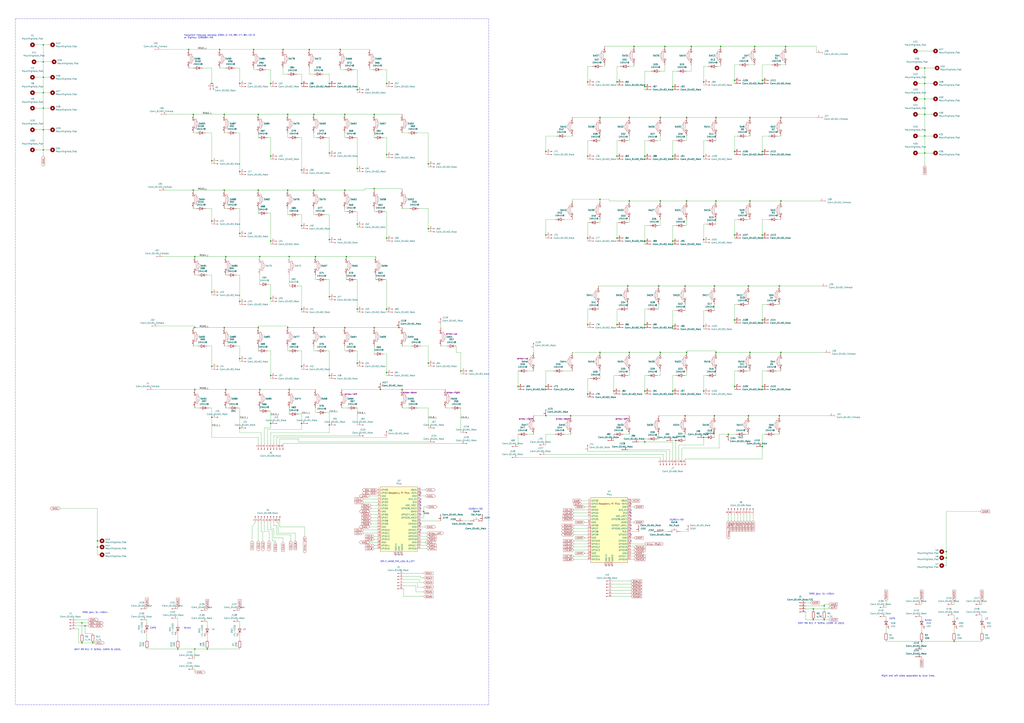
<source format=kicad_sch>
(kicad_sch (version 20211123) (generator eeschema)
  (paper "A1")
  (junction (at 173.99 300.99))
  (junction (at 567.69 38.1))
  (junction (at 529.59 266.7))
  (junction (at 35.56 36.83))
  (junction (at 577.85 321.31))
  (junction (at 307.34 93.98))
  (junction (at 237.49 210.82))
  (junction (at 626.11 317.5))
  (junction (at 482.6 128.27))
  (junction (at 759.46 81.28))
  (junction (at 492.76 289.56))
  (junction (at 317.5 68.58))
  (junction (at 317.5 306.07))
  (junction (at 351.79 187.96))
  (junction (at 492.76 96.52))
  (junction (at 351.79 298.45))
  (junction (at 468.63 341.63))
  (junction (at 247.65 185.42))
  (junction (at 236.22 93.98))
  (junction (at 154.94 40.64))
  (junction (at 588.01 289.56))
  (junction (at 603.25 124.46))
  (junction (at 180.34 40.64))
  (junction (at 615.95 165.1))
  (junction (at 160.02 320.04))
  (junction (at 529.59 363.22))
  (junction (at 222.25 68.58))
  (junction (at 196.85 294.64))
  (junction (at 185.42 320.04))
  (junction (at 529.59 321.31))
  (junction (at 448.31 341.63))
  (junction (at 626.11 124.46))
  (junction (at 759.46 125.73))
  (junction (at 327.66 269.24))
  (junction (at 506.73 128.27))
  (junction (at 270.51 125.73))
  (junction (at 317.5 254))
  (junction (at 35.56 106.68))
  (junction (at 641.35 165.1))
  (junction (at 80.01 449.58))
  (junction (at 626.11 367.03))
  (junction (at 552.45 267.97))
  (junction (at 270.51 68.58))
  (junction (at 577.85 267.97))
  (junction (at 603.25 317.5))
  (junction (at 196.85 68.58))
  (junction (at 777.24 458.47))
  (junction (at 247.65 347.98))
  (junction (at 529.59 198.12))
  (junction (at 615.95 96.52))
  (junction (at 312.42 320.04))
  (junction (at 212.09 156.21))
  (junction (at 351.79 134.62))
  (junction (at 184.15 93.98))
  (junction (at 213.36 320.04))
  (junction (at 591.82 38.1))
  (junction (at 577.85 196.85))
  (junction (at 247.65 139.7))
  (junction (at 516.89 165.1))
  (junction (at 254 40.64))
  (junction (at 542.29 165.1))
  (junction (at 173.99 132.08))
  (junction (at 529.59 128.27))
  (junction (at 35.56 50.8))
  (junction (at 232.41 40.64))
  (junction (at 170.18 533.4))
  (junction (at 270.51 196.85))
  (junction (at 283.21 93.98))
  (junction (at 270.51 243.84))
  (junction (at 626.11 262.89))
  (junction (at 160.02 269.24))
  (junction (at 257.81 93.98))
  (junction (at 506.73 195.58))
  (junction (at 783.59 527.05))
  (junction (at 330.2 320.04))
  (junction (at 448.31 124.46))
  (junction (at 259.08 210.82))
  (junction (at 293.37 298.45))
  (junction (at 222.25 198.12))
  (junction (at 347.98 420.37))
  (junction (at 641.35 96.52))
  (junction (at 173.99 342.9))
  (junction (at 598.17 356.87))
  (junction (at 614.68 341.63))
  (junction (at 552.45 198.12))
  (junction (at 482.6 67.31))
  (junction (at 158.75 93.98))
  (junction (at 756.92 527.05))
  (junction (at 173.99 240.03))
  (junction (at 563.88 165.1))
  (junction (at 515.62 234.95))
  (junction (at 213.36 210.82))
  (junction (at 603.25 262.89))
  (junction (at 448.31 193.04))
  (junction (at 552.45 71.12))
  (junction (at 759.46 93.98))
  (junction (at 640.08 341.63))
  (junction (at 222.25 128.27))
  (junction (at 257.81 156.21))
  (junction (at 425.45 317.5))
  (junction (at 759.46 68.58))
  (junction (at 67.31 511.81))
  (junction (at 542.29 289.56))
  (junction (at 185.42 210.82))
  (junction (at 293.37 73.66))
  (junction (at 552.45 321.31))
  (junction (at 196.85 191.77))
  (junction (at 586.74 341.63))
  (junction (at 603.25 66.04))
  (junction (at 640.08 234.95))
  (junction (at 482.6 323.85))
  (junction (at 196.85 247.65))
  (junction (at 236.22 269.24))
  (junction (at 492.76 163.83))
  (junction (at 588.01 96.52))
  (junction (at 562.61 341.63))
  (junction (at 577.85 359.41))
  (junction (at 283.21 156.21))
  (junction (at 516.89 96.52))
  (junction (at 160.02 210.82))
  (junction (at 293.37 254))
  (junction (at 158.75 156.21))
  (junction (at 184.15 269.24))
  (junction (at 520.7 38.1))
  (junction (at 506.73 266.7))
  (junction (at 588.01 165.1))
  (junction (at 307.34 154.94))
  (junction (at 482.6 195.58))
  (junction (at 516.89 289.56))
  (junction (at 546.1 38.1))
  (junction (at 645.16 38.1))
  (junction (at 586.74 234.95))
  (junction (at 317.5 195.58))
  (junction (at 236.22 156.21))
  (junction (at 208.28 40.64))
  (junction (at 173.99 68.58))
  (junction (at 541.02 234.95))
  (junction (at 247.65 300.99))
  (junction (at 76.2 528.32))
  (junction (at 676.91 509.27))
  (junction (at 448.31 317.5))
  (junction (at 67.31 528.32))
  (junction (at 69.85 514.35))
  (junction (at 247.65 254))
  (junction (at 212.09 93.98))
  (junction (at 504.19 321.31))
  (junction (at 279.4 40.64))
  (junction (at 270.51 308.61))
  (junction (at 641.35 289.56))
  (junction (at 626.11 193.04))
  (junction (at 160.02 533.4))
  (junction (at 196.85 351.79))
  (junction (at 577.85 128.27))
  (junction (at 293.37 184.15))
  (junction (at 668.02 509.27))
  (junction (at 293.37 138.43))
  (junction (at 173.99 181.61))
  (junction (at 317.5 127))
  (junction (at 626.11 66.04))
  (junction (at 562.61 234.95))
  (junction (at 529.59 71.12))
  (junction (at 552.45 128.27))
  (junction (at 668.02 500.38))
  (junction (at 603.25 193.04))
  (junction (at 80.01 444.5))
  (junction (at 482.6 266.7))
  (junction (at 146.05 533.4))
  (junction (at 676.91 497.84))
  (junction (at 35.56 88.9))
  (junction (at 614.68 234.95))
  (junction (at 759.46 111.76))
  (junction (at 184.15 156.21))
  (junction (at 506.73 67.31))
  (junction (at 777.24 453.39))
  (junction (at 212.09 269.24))
  (junction (at 542.29 96.52))
  (junction (at 283.21 269.24))
  (junction (at 257.81 269.24))
  (junction (at 237.49 320.04))
  (junction (at 563.88 289.56))
  (junction (at 759.46 55.88))
  (junction (at 35.56 123.19))
  (junction (at 35.56 76.2))
  (junction (at 222.25 245.11))
  (junction (at 222.25 347.98))
  (junction (at 284.48 210.82))
  (junction (at 554.99 361.95))
  (junction (at 222.25 308.61))
  (junction (at 270.51 349.25))
  (junction (at 615.95 289.56))
  (junction (at 247.65 68.58))
  (junction (at 307.34 269.24))
  (junction (at 196.85 140.97))
  (junction (at 35.56 63.5))
  (junction (at 619.76 38.1))
  (junction (at 378.46 304.8))
  (junction (at 563.88 96.52))
  (junction (at 577.85 67.31))
  (no_connect (at 345.44 422.91))
  (no_connect (at 345.44 410.21))
  (no_connect (at 325.12 455.93))
  (no_connect (at 327.66 455.93))
  (no_connect (at 518.16 419.1))
  (no_connect (at 518.16 424.18))
  (no_connect (at 502.92 464.82))
  (no_connect (at 345.44 435.61))
  (no_connect (at 345.44 417.83))
  (no_connect (at 518.16 414.02))
  (no_connect (at 345.44 405.13))
  (no_connect (at 345.44 430.53))
  (no_connect (at 518.16 431.8))
  (no_connect (at 518.16 439.42))
  (no_connect (at 518.16 421.64))
  (no_connect (at 330.2 455.93))
  (no_connect (at 345.44 412.75))
  (no_connect (at 497.84 464.82))
  (no_connect (at 500.38 464.82))
  (no_connect (at 518.16 444.5))
  (no_connect (at 345.44 415.29))
  (no_connect (at 518.16 434.34))
  (no_connect (at 518.16 426.72))
  (wire (pts (xy 533.4 185.42) (xy 529.59 185.42)))
  (wire (pts (xy 560.07 368.3) (xy 560.07 377.19)))
  (wire (pts (xy 425.45 375.92) (xy 542.29 375.92)))
  (wire (pts (xy 254 40.64) (xy 232.41 40.64)))
  (wire (pts (xy 212.09 284.48) (xy 212.09 288.29)))
  (wire (pts (xy 542.29 115.57) (xy 539.75 115.57)))
  (wire (pts (xy 222.25 68.58) (xy 222.25 57.15)))
  (wire (pts (xy 508 254) (xy 506.73 254)))
  (wire (pts (xy 563.88 304.8) (xy 563.88 308.61)))
  (wire (pts (xy 563.88 165.1) (xy 542.29 165.1)))
  (wire (pts (xy 552.45 185.42) (xy 552.45 198.12)))
  (wire (pts (xy 227.33 429.26) (xy 228.6 429.26)))
  (wire (pts (xy 755.65 81.28) (xy 759.46 81.28)))
  (wire (pts (xy 162.56 226.06) (xy 160.02 226.06)))
  (wire (pts (xy 529.59 198.12) (xy 529.59 200.66)))
  (wire (pts (xy 345.44 445.77) (xy 349.25 445.77)))
  (wire (pts (xy 30.48 123.19) (xy 35.56 123.19)))
  (wire (pts (xy 170.18 501.65) (xy 170.18 500.38)))
  (wire (pts (xy 516.89 308.61) (xy 515.62 308.61)))
  (wire (pts (xy 217.17 429.26) (xy 217.17 436.88)))
  (wire (pts (xy 615.95 96.52) (xy 641.35 96.52)))
  (wire (pts (xy 247.65 340.36) (xy 245.11 340.36)))
  (wire (pts (xy 245.11 113.03) (xy 247.65 113.03)))
  (wire (pts (xy 351.79 134.62) (xy 351.79 137.16)))
  (wire (pts (xy 223.52 444.5) (xy 226.06 444.5)))
  (wire (pts (xy 280.67 320.04) (xy 312.42 320.04)))
  (wire (pts (xy 270.51 229.87) (xy 270.51 243.84)))
  (wire (pts (xy 577.85 308.61) (xy 577.85 321.31)))
  (polyline (pts (xy 401.32 579.12) (xy 12.7 579.12)))
  (wire (pts (xy 756.92 527.05) (xy 756.92 533.4)))
  (wire (pts (xy 351.79 335.28) (xy 351.79 351.79)))
  (wire (pts (xy 727.71 494.03) (xy 727.71 499.11)))
  (wire (pts (xy 317.5 254) (xy 317.5 256.54)))
  (wire (pts (xy 270.51 125.73) (xy 270.51 128.27)))
  (wire (pts (xy 759.46 111.76) (xy 759.46 125.73)))
  (wire (pts (xy 220.98 436.88) (xy 220.98 444.5)))
  (wire (pts (xy 605.79 304.8) (xy 603.25 304.8)))
  (wire (pts (xy 222.25 347.98) (xy 222.25 351.79)))
  (wire (pts (xy 552.45 321.31) (xy 552.45 323.85)))
  (wire (pts (xy 552.45 361.95) (xy 554.99 361.95)))
  (wire (pts (xy 307.34 284.48) (xy 307.34 290.83)))
  (wire (pts (xy 267.97 288.29) (xy 270.51 288.29)))
  (wire (pts (xy 219.71 435.61) (xy 223.52 435.61)))
  (wire (pts (xy 35.56 88.9) (xy 35.56 106.68)))
  (wire (pts (xy 504.19 308.61) (xy 508 308.61)))
  (wire (pts (xy 727.71 515.62) (xy 727.71 519.43)))
  (wire (pts (xy 471.17 419.1) (xy 482.6 419.1)))
  (wire (pts (xy 162.56 284.48) (xy 158.75 284.48)))
  (wire (pts (xy 196.85 226.06) (xy 196.85 247.65)))
  (wire (pts (xy 577.85 255.27) (xy 577.85 267.97)))
  (wire (pts (xy 214.63 429.26) (xy 214.63 436.88)))
  (wire (pts (xy 448.31 111.76) (xy 448.31 124.46)))
  (wire (pts (xy 464.82 111.76) (xy 469.9 111.76)))
  (wire (pts (xy 335.28 109.22) (xy 330.2 109.22)))
  (wire (pts (xy 759.46 125.73) (xy 764.54 125.73)))
  (wire (pts (xy 219.71 353.06) (xy 247.65 353.06)))
  (wire (pts (xy 247.65 234.95) (xy 247.65 254)))
  (wire (pts (xy 471.17 431.8) (xy 482.6 431.8)))
  (wire (pts (xy 496.57 38.1) (xy 520.7 38.1)))
  (wire (pts (xy 562.61 377.19) (xy 626.11 377.19)))
  (wire (pts (xy 215.9 444.5) (xy 215.9 436.88)))
  (wire (pts (xy 170.18 533.4) (xy 196.85 533.4)))
  (wire (pts (xy 232.41 60.96) (xy 232.41 55.88)))
  (wire (pts (xy 222.25 175.26) (xy 222.25 198.12)))
  (wire (pts (xy 614.68 341.63) (xy 586.74 341.63)))
  (wire (pts (xy 170.18 525.78) (xy 170.18 521.97)))
  (wire (pts (xy 492.76 96.52) (xy 516.89 96.52)))
  (wire (pts (xy 223.52 435.61) (xy 223.52 444.5)))
  (wire (pts (xy 588.01 111.76) (xy 588.01 115.57)))
  (wire (pts (xy 257.81 113.03) (xy 260.35 113.03)))
  (wire (pts (xy 186.69 226.06) (xy 185.42 226.06)))
  (wire (pts (xy 529.59 185.42) (xy 529.59 198.12)))
  (wire (pts (xy 330.2 320.04) (xy 365.76 320.04)))
  (wire (pts (xy 727.71 527.05) (xy 756.92 527.05)))
  (wire (pts (xy 293.37 138.43) (xy 293.37 140.97)))
  (wire (pts (xy 212.09 359.41) (xy 173.99 359.41)))
  (wire (pts (xy 222.25 355.6) (xy 222.25 364.49)))
  (wire (pts (xy 552.45 255.27) (xy 552.45 267.97)))
  (wire (pts (xy 661.67 500.38) (xy 668.02 500.38)))
  (wire (pts (xy 433.07 356.87) (xy 438.15 356.87)))
  (wire (pts (xy 661.67 497.84) (xy 676.91 497.84)))
  (wire (pts (xy 482.6 115.57) (xy 482.6 128.27)))
  (wire (pts (xy 516.89 289.56) (xy 492.76 289.56)))
  (wire (pts (xy 438.15 287.02) (xy 438.15 289.56)))
  (wire (pts (xy 245.11 288.29) (xy 247.65 288.29)))
  (wire (pts (xy 351.79 171.45) (xy 351.79 187.96)))
  (wire (pts (xy 207.01 433.07) (xy 209.55 429.26)))
  (wire (pts (xy 755.65 111.76) (xy 759.46 111.76)))
  (wire (pts (xy 628.65 356.87) (xy 626.11 356.87)))
  (wire (pts (xy 237.49 113.03) (xy 236.22 113.03)))
  (wire (pts (xy 237.49 226.06) (xy 237.49 234.95)))
  (wire (pts (xy 64.77 528.32) (xy 67.31 528.32)))
  (wire (pts (xy 518.16 441.96) (xy 520.7 441.96)))
  (wire (pts (xy 195.58 335.28) (xy 196.85 335.28)))
  (wire (pts (xy 613.41 250.19) (xy 614.68 250.19)))
  (wire (pts (xy 483.87 182.88) (xy 482.6 182.88)))
  (wire (pts (xy 293.37 298.45) (xy 293.37 300.99)))
  (wire (pts (xy 615.95 304.8) (xy 613.41 304.8)))
  (wire (pts (xy 184.15 269.24) (xy 212.09 269.24)))
  (wire (pts (xy 196.85 284.48) (xy 196.85 294.64)))
  (wire (pts (xy 378.46 335.28) (xy 378.46 355.6)))
  (wire (pts (xy 605.79 422.91) (xy 605.79 427.99)))
  (wire (pts (xy 283.21 57.15) (xy 279.4 57.15)))
  (wire (pts (xy 171.45 335.28) (xy 173.99 335.28)))
  (wire (pts (xy 247.65 139.7) (xy 247.65 142.24)))
  (wire (pts (xy 552.45 71.12) (xy 552.45 73.66)))
  (wire (pts (xy 563.88 288.29) (xy 563.88 289.56)))
  (wire (pts (xy 603.25 53.34) (xy 603.25 66.04)))
  (wire (pts (xy 222.25 434.34) (xy 222.25 429.26)))
  (wire (pts (xy 520.7 54.61) (xy 520.7 53.34)))
  (wire (pts (xy 293.37 73.66) (xy 293.37 76.2)))
  (wire (pts (xy 170.18 226.06) (xy 173.99 226.06)))
  (wire (pts (xy 347.98 474.98) (xy 345.44 474.98)))
  (wire (pts (xy 80.01 449.58) (xy 80.01 444.5)))
  (wire (pts (xy 226.06 444.5) (xy 226.06 445.77)))
  (wire (pts (xy 303.53 40.64) (xy 279.4 40.64)))
  (wire (pts (xy 542.29 185.42) (xy 542.29 180.34)))
  (wire (pts (xy 166.37 55.88) (xy 173.99 55.88)))
  (wire (pts (xy 222.25 308.61) (xy 222.25 311.15)))
  (wire (pts (xy 196.85 191.77) (xy 196.85 194.31)))
  (wire (pts (xy 557.53 377.19) (xy 557.53 365.76)))
  (wire (pts (xy 257.81 156.21) (xy 283.21 156.21)))
  (wire (pts (xy 306.07 57.15) (xy 303.53 57.15)))
  (wire (pts (xy 542.29 375.92) (xy 542.29 377.19)))
  (wire (pts (xy 219.71 429.26) (xy 219.71 435.61)))
  (wire (pts (xy 567.69 58.42) (xy 567.69 53.34)))
  (wire (pts (xy 588.01 288.29) (xy 563.88 288.29)))
  (wire (pts (xy 640.08 356.87) (xy 636.27 356.87)))
  (wire (pts (xy 471.17 439.42) (xy 482.6 439.42)))
  (wire (pts (xy 236.22 60.96) (xy 232.41 60.96)))
  (wire (pts (xy 581.66 54.61) (xy 577.85 54.61)))
  (wire (pts (xy 637.54 250.19) (xy 640.08 250.19)))
  (wire (pts (xy 212.09 109.22) (xy 212.09 113.03)))
  (wire (pts (xy 245.11 176.53) (xy 247.65 176.53)))
  (wire (pts (xy 237.49 340.36) (xy 237.49 335.28)))
  (wire (pts (xy 309.88 448.31) (xy 307.34 448.31)))
  (wire (pts (xy 515.62 234.95) (xy 541.02 234.95)))
  (wire (pts (xy 257.81 269.24) (xy 283.21 269.24)))
  (wire (pts (xy 482.6 441.96) (xy 480.06 441.96)))
  (wire (pts (xy 626.11 317.5) (xy 626.11 320.04)))
  (wire (pts (xy 469.9 289.56) (xy 492.76 289.56)))
  (wire (pts (xy 314.96 290.83) (xy 317.5 290.83)))
  (wire (pts (xy 482.6 454.66) (xy 480.06 454.66)))
  (wire (pts (xy 482.6 459.74) (xy 471.17 459.74)))
  (wire (pts (xy 518.16 447.04) (xy 529.59 447.04)))
  (wire (pts (xy 638.81 111.76) (xy 641.35 111.76)))
  (wire (pts (xy 213.36 226.06) (xy 213.36 233.68)))
  (wire (pts (xy 120.65 533.4) (xy 146.05 533.4)))
  (wire (pts (xy 486.41 54.61) (xy 482.6 54.61)))
  (wire (pts (xy 270.51 68.58) (xy 270.51 60.96)))
  (wire (pts (xy 259.08 339.09) (xy 260.35 339.09)))
  (wire (pts (xy 120.65 500.38) (xy 120.65 499.11)))
  (wire (pts (xy 160.02 267.97) (xy 160.02 269.24)))
  (wire (pts (xy 529.59 363.22) (xy 524.51 363.22)))
  (wire (pts (xy 35.56 88.9) (xy 39.37 88.9)))
  (wire (pts (xy 208.28 57.15) (xy 210.82 57.15)))
  (wire (pts (xy 222.25 337.82) (xy 222.25 347.98)))
  (wire (pts (xy 227.33 439.42) (xy 227.33 431.8)))
  (wire (pts (xy 547.37 370.84) (xy 547.37 377.19)))
  (wire (pts (xy 379.73 427.99) (xy 386.08 427.99)))
  (wire (pts (xy 518.16 416.56) (xy 520.7 416.56)))
  (wire (pts (xy 482.6 182.88) (xy 482.6 195.58)))
  (wire (pts (xy 260.35 288.29) (xy 257.81 288.29)))
  (wire (pts (xy 217.17 351.79) (xy 217.17 364.49)))
  (wire (pts (xy 612.14 356.87) (xy 614.68 356.87)))
  (wire (pts (xy 544.83 377.19) (xy 544.83 373.38)))
  (wire (pts (xy 483.87 254) (xy 482.6 254)))
  (wire (pts (xy 270.51 349.25) (xy 270.51 355.6)))
  (wire (pts (xy 219.71 113.03) (xy 222.25 113.03)))
  (wire (pts (xy 304.8 425.45) (xy 309.88 425.45)))
  (wire (pts (xy 598.17 356.87) (xy 604.52 356.87)))
  (wire (pts (xy 161.29 109.22) (xy 158.75 109.22)))
  (wire (pts (xy 598.17 422.91) (xy 598.17 427.99)))
  (wire (pts (xy 529.59 363.22) (xy 552.45 363.22)))
  (wire (pts (xy 759.46 81.28) (xy 764.54 81.28)))
  (wire (pts (xy 345.44 425.45) (xy 347.98 425.45)))
  (wire (pts (xy 518.16 449.58) (xy 520.7 449.58)))
  (wire (pts (xy 518.16 457.2) (xy 520.7 457.2)))
  (wire (pts (xy 482.6 266.7) (xy 482.6 269.24)))
  (wire (pts (xy 236.22 156.21) (xy 257.81 156.21)))
  (wire (pts (xy 76.2 528.32) (xy 77.47 528.32)))
  (wire (pts (xy 160.02 549.91) (xy 160.02 552.45)))
  (wire (pts (xy 236.22 113.03) (xy 236.22 109.22)))
  (wire (pts (xy 213.36 210.82) (xy 185.42 210.82)))
  (wire (pts (xy 448.31 356.87) (xy 448.31 365.76)))
  (wire (pts (xy 212.09 267.97) (xy 236.22 267.97)))
  (wire (pts (xy 208.28 55.88) (xy 208.28 57.15)))
  (wire (pts (xy 577.85 267.97) (xy 577.85 270.51)))
  (wire (pts (xy 314.96 113.03) (xy 317.5 113.03)))
  (wire (pts (xy 361.95 266.7) (xy 361.95 269.24)))
  (wire (pts (xy 546.1 53.34) (xy 546.1 58.42)))
  (wire (pts (xy 508 182.88) (xy 506.73 182.88)))
  (wire (pts (xy 212.09 93.98) (xy 184.15 93.98)))
  (wire (pts (xy 562.61 115.57) (xy 563.88 115.57)))
  (wire (pts (xy 222.25 128.27) (xy 222.25 113.03)))
  (wire (pts (xy 613.41 422.91) (xy 613.41 427.99)))
  (wire (pts (xy 284.48 226.06) (xy 284.48 229.87)))
  (wire (pts (xy 347.98 420.37) (xy 345.44 420.37)))
  (wire (pts (xy 591.82 54.61) (xy 589.28 54.61)))
  (wire (pts (xy 552.45 115.57) (xy 552.45 128.27)))
  (wire (pts (xy 257.81 176.53) (xy 257.81 171.45)))
  (wire (pts (xy 76.2 520.7) (xy 69.85 520.7)))
  (wire (pts (xy 344.17 171.45) (xy 351.79 171.45)))
  (wire (pts (xy 378.46 304.8) (xy 378.46 307.34)))
  (wire (pts (xy 586.74 234.95) (xy 614.68 234.95)))
  (wire (pts (xy 254 55.88) (xy 254 60.96)))
  (wire (pts (xy 270.51 125.73) (xy 270.51 113.03)))
  (wire (pts (xy 529.59 71.12) (xy 529.59 73.66)))
  (wire (pts (xy 303.53 420.37) (xy 309.88 420.37)))
  (wire (pts (xy 755.65 125.73) (xy 759.46 125.73)))
  (wire (pts (xy 224.79 431.8) (xy 224.79 429.26)))
  (wire (pts (xy 212.09 269.24) (xy 212.09 267.97)))
  (wire (pts (xy 228.6 429.26) (xy 228.6 438.15)))
  (wire (pts (xy 529.59 321.31) (xy 529.59 323.85)))
  (wire (pts (xy 227.33 431.8) (xy 224.79 431.8)))
  (wire (pts (xy 591.82 53.34) (xy 591.82 54.61)))
  (wire (pts (xy 247.65 113.03) (xy 247.65 139.7)))
  (wire (pts (xy 552.45 58.42) (xy 552.45 71.12)))
  (wire (pts (xy 563.88 289.56) (xy 542.29 289.56)))
  (wire (pts (xy 676.91 496.57) (xy 680.72 496.57)))
  (wire (pts (xy 668.02 509.27) (xy 676.91 509.27)))
  (wire (pts (xy 293.37 113.03) (xy 293.37 138.43)))
  (wire (pts (xy 756.92 515.62) (xy 756.92 519.43)))
  (wire (pts (xy 351.79 284.48) (xy 351.79 298.45)))
  (wire (pts (xy 229.87 433.07) (xy 229.87 429.26)))
  (wire (pts (xy 504.19 356.87) (xy 504.19 361.95)))
  (wire (pts (xy 645.16 38.1) (xy 670.56 38.1)))
  (wire (pts (xy 680.72 499.11) (xy 680.72 500.38)))
  (wire (pts (xy 347.98 482.6) (xy 342.9 482.6)))
  (wire (pts (xy 219.71 364.49) (xy 219.71 353.06)))
  (wire (pts (xy 173.99 284.48) (xy 173.99 300.99)))
  (wire (pts (xy 290.83 57.15) (xy 293.37 57.15)))
  (wire (pts (xy 546.1 58.42) (xy 542.29 58.42)))
  (wire (pts (xy 186.69 109.22) (xy 184.15 109.22)))
  (wire (pts (xy 471.17 449.58) (xy 482.6 449.58)))
  (wire (pts (xy 247.65 68.58) (xy 247.65 71.12)))
  (wire (pts (xy 222.25 198.12) (xy 222.25 200.66)))
  (wire (pts (xy 448.31 341.63) (xy 438.15 341.63)))
  (wire (pts (xy 304.8 430.53) (xy 309.88 430.53)))
  (wire (pts (xy 777.24 420.37) (xy 777.24 453.39)))
  (wire (pts (xy 482.6 67.31) (xy 482.6 69.85)))
  (wire (pts (xy 727.71 506.73) (xy 727.71 508)))
  (wire (pts (xy 626.11 53.34) (xy 626.11 66.04)))
  (wire (pts (xy 448.31 193.04) (xy 448.31 195.58)))
  (wire (pts (xy 615.95 289.56) (xy 588.01 289.56)))
  (wire (pts (xy 492.76 163.83) (xy 492.76 165.1)))
  (wire (pts (xy 351.79 187.96) (xy 351.79 190.5)))
  (wire (pts (xy 80.01 455.93) (xy 80.01 449.58)))
  (wire (pts (xy 626.11 193.04) (xy 626.11 195.58)))
  (wire (pts (xy 344.17 476.25) (xy 344.17 478.79)))
  (wire (pts (xy 351.79 109.22) (xy 351.79 134.62)))
  (wire (pts (xy 554.99 185.42) (xy 552.45 185.42)))
  (wire (pts (xy 270.51 243.84) (xy 270.51 246.38)))
  (wire (pts (xy 477.52 414.02) (xy 482.6 414.02)))
  (wire (pts (xy 661.67 502.92) (xy 661.67 509.27)))
  (wire (pts (xy 588.01 96.52) (xy 615.95 96.52)))
  (wire (pts (xy 603.25 111.76) (xy 603.25 124.46)))
  (wire (pts (xy 562.61 341.63) (xy 541.02 341.63)))
  (wire (pts (xy 485.14 311.15) (xy 482.6 311.15)))
  (wire (pts (xy 35.56 63.5) (xy 39.37 63.5)))
  (wire (pts (xy 563.88 96.52) (xy 588.01 96.52)))
  (wire (pts (xy 603.25 66.04) (xy 603.25 68.58)))
  (wire (pts (xy 337.82 284.48) (xy 330.2 284.48)))
  (wire (pts (xy 482.6 54.61) (xy 482.6 67.31)))
  (wire (pts (xy 518.16 436.88) (xy 524.51 436.88)))
  (wire (pts (xy 331.47 481.33) (xy 341.63 481.33)))
  (wire (pts (xy 220.98 337.82) (xy 222.25 337.82)))
  (wire (pts (xy 485.14 115.57) (xy 482.6 115.57)))
  (wire (pts (xy 529.59 360.68) (xy 529.59 363.22)))
  (wire (pts (xy 214.63 355.6) (xy 214.63 364.49)))
  (wire (pts (xy 502.92 490.22) (xy 518.16 490.22)))
  (wire (pts (xy 563.88 185.42) (xy 562.61 185.42)))
  (wire (pts (xy 317.5 68.58) (xy 317.5 71.12)))
  (wire (pts (xy 35.56 50.8) (xy 35.56 63.5)))
  (wire (pts (xy 327.66 269.24) (xy 330.2 269.24)))
  (wire (pts (xy 168.91 109.22) (xy 173.99 109.22)))
  (wire (pts (xy 641.35 96.52) (xy 670.56 96.52)))
  (wire (pts (xy 806.45 515.62) (xy 806.45 519.43)))
  (wire (pts (xy 317.5 229.87) (xy 317.5 254)))
  (wire (pts (xy 579.12 255.27) (xy 577.85 255.27)))
  (wire (pts (xy 293.37 358.14) (xy 224.79 358.14)))
  (wire (pts (xy 309.88 443.23) (xy 307.34 443.23)))
  (wire (pts (xy 603.25 193.04) (xy 603.25 195.58)))
  (wire (pts (xy 515.62 250.19) (xy 515.62 254)))
  (wire (pts (xy 307.34 154.94) (xy 330.2 154.94)))
  (wire (pts (xy 600.71 422.91) (xy 600.71 427.99)))
  (wire (pts (xy 267.97 113.03) (xy 270.51 113.03)))
  (wire (pts (xy 556.26 58.42) (xy 552.45 58.42)))
  (wire (pts (xy 158.75 55.88) (xy 154.94 55.88)))
  (wire (pts (xy 529.59 58.42) (xy 529.59 71.12)))
  (wire (pts (xy 160.02 533.4) (xy 160.02 541.02)))
  (wire (pts (xy 448.31 180.34) (xy 448.31 193.04)))
  (wire (pts (xy 279.4 57.15) (xy 279.4 55.88)))
  (wire (pts (xy 173.99 132.08) (xy 173.99 134.62)))
  (wire (pts (xy 283.21 113.03) (xy 283.21 109.22)))
  (wire (pts (xy 265.43 60.96) (xy 270.51 60.96)))
  (wire (pts (xy 250.19 440.69) (xy 250.19 433.07)))
  (wire (pts (xy 482.6 128.27) (xy 482.6 130.81)))
  (wire (pts (xy 668.02 500.38) (xy 668.02 501.65)))
  (wire (pts (xy 491.49 234.95) (xy 515.62 234.95)))
  (wire (pts (xy 631.19 180.34) (xy 626.11 180.34)))
  (wire (pts (xy 146.05 533.4) (xy 160.02 533.4)))
  (wire (pts (xy 504.19 321.31) (xy 504.19 323.85)))
  (wire (pts (xy 756.92 539.75) (xy 756.92 541.02)))
  (wire (pts (xy 463.55 356.87) (xy 468.63 356.87)))
  (wire (pts (xy 637.54 304.8) (xy 641.35 304.8)))
  (wire (pts (xy 298.45 435.61) (xy 309.88 435.61)))
  (wire (pts (xy 552.45 128.27) (xy 552.45 130.81)))
  (wire (pts (xy 219.71 175.26) (xy 222.25 175.26)))
  (wire (pts (xy 347.98 420.37) (xy 347.98 425.45)))
  (wire (pts (xy 212.09 171.45) (xy 212.09 175.26)))
  (wire (pts (xy 577.85 115.57) (xy 577.85 128.27)))
  (wire (pts (xy 259.08 210.82) (xy 237.49 210.82)))
  (wire (pts (xy 529.59 266.7) (xy 529.59 269.24)))
  (wire (pts (xy 425.45 356.87) (xy 425.45 367.03)))
  (wire (pts (xy 520.7 38.1) (xy 546.1 38.1)))
  (wire (pts (xy 676.91 501.65) (xy 676.91 497.84)))
  (wire (pts (xy 31.75 50.8) (xy 35.56 50.8)))
  (wire (pts (xy 284.48 113.03) (xy 283.21 113.03)))
  (wire (pts (xy 293.37 349.25) (xy 293.37 335.28)))
  (wire (pts (xy 309.88 450.85) (xy 307.34 450.85)))
  (wire (pts (xy 374.65 289.56) (xy 374.65 284.48)))
  (wire (pts (xy 154.94 40.64) (xy 180.34 40.64)))
  (wire (pts (xy 806.45 505.46) (xy 806.45 508)))
  (wire (pts (xy 219.71 288.29) (xy 222.25 288.29)))
  (wire (pts (xy 626.11 304.8) (xy 626.11 317.5)))
  (wire (pts (xy 345.44 402.59) (xy 349.25 402.59)))
  (wire (pts (xy 62.23 514.35) (xy 69.85 514.35)))
  (wire (pts (xy 615.95 422.91) (xy 615.95 427.99)))
  (wire (pts (xy 603.25 317.5) (xy 603.25 320.04)))
  (wire (pts (xy 247.65 60.96) (xy 247.65 68.58)))
  (wire (pts (xy 759.46 111.76) (xy 764.54 111.76)))
  (wire (pts (xy 238.76 439.42) (xy 227.33 439.42)))
  (wire (pts (xy 308.61 226.06) (xy 308.61 229.87)))
  (wire (pts (xy 259.08 226.06) (xy 259.08 229.87)))
  (wire (pts (xy 509.27 54.61) (xy 506.73 54.61)))
  (wire (pts (xy 344.17 478.79) (xy 347.98 478.79)))
  (wire (pts (xy 331.47 476.25) (xy 344.17 476.25)))
  (wire (pts (xy 613.41 111.76) (xy 615.95 111.76)))
  (wire (pts (xy 222.25 128.27) (xy 222.25 130.81)))
  (wire (pts (xy 331.47 471.17) (xy 347.98 471.17)))
  (wire (pts (xy 345.44 438.15) (xy 350.52 438.15)))
  (wire (pts (xy 482.6 429.26) (xy 480.06 429.26)))
  (wire (pts (xy 341.63 486.41) (xy 347.98 486.41)))
  (wire (pts (xy 626.11 180.34) (xy 626.11 193.04)))
  (wire (pts (xy 586.74 250.19) (xy 586.74 255.27)))
  (wire (pts (xy 218.44 57.15) (xy 222.25 57.15)))
  (wire (pts (xy 35.56 76.2) (xy 35.56 88.9)))
  (wire (pts (xy 516.89 54.61) (xy 520.7 54.61)))
  (wire (pts (xy 577.85 196.85) (xy 577.85 199.39)))
  (wire (pts (xy 194.31 109.22) (xy 196.85 109.22)))
  (wire (pts (xy 469.9 163.83) (xy 469.9 165.1)))
  (wire (pts (xy 608.33 422.91) (xy 608.33 427.99)))
  (wire (pts (xy 222.25 308.61) (xy 222.25 288.29)))
  (wire (pts (xy 245.11 234.95) (xy 247.65 234.95)))
  (wire (pts (xy 196.85 501.65) (xy 196.85 500.38)))
  (wire (pts (xy 236.22 288.29) (xy 237.49 288.29)))
  (wire (pts (xy 307.34 154.94) (xy 307.34 156.21)))
  (wire (pts (xy 350.52 443.23) (xy 345.44 443.23)))
  (wire (pts (xy 304.8 427.99) (xy 309.88 427.99)))
  (wire (pts (xy 257.81 109.22) (xy 257.81 113.03)))
  (wire (pts (xy 212.09 364.49) (xy 212.09 359.41)))
  (wire (pts (xy 511.81 356.87) (xy 516.89 356.87)))
  (wire (pts (xy 186.69 171.45) (xy 184.15 171.45)))
  (wire (pts (xy 283.21 156.21) (xy 299.72 156.21)))
  (wire (pts (xy 462.28 304.8) (xy 469.9 304.8)))
  (wire (pts (xy 541.02 360.68) (xy 539.75 360.68)))
  (wire (pts (xy 173.99 300.99) (xy 173.99 303.53)))
  (wire (pts (xy 307.34 109.22) (xy 307.34 113.03)))
  (wire (pts (xy 30.48 106.68) (xy 35.56 106.68)))
  (wire (pts (xy 173.99 68.58) (xy 175.26 68.58)))
  (wire (pts (xy 196.85 355.6) (xy 214.63 355.6)))
  (wire (pts (xy 303.53 407.67) (xy 309.88 407.67)))
  (wire (pts (xy 463.55 180.34) (xy 469.9 180.34)))
  (wire (pts (xy 158.75 156.21) (xy 184.15 156.21)))
  (wire (pts (xy 347.98 416.56) (xy 347.98 420.37)))
  (wire (pts (xy 378.46 289.56) (xy 378.46 304.8)))
  (wire (pts (xy 631.19 111.76) (xy 626.11 111.76)))
  (wire (pts (xy 160.02 269.24) (xy 184.15 269.24)))
  (wire (pts (xy 69.85 514.35) (xy 72.39 514.35)))
  (wire (pts (xy 471.17 444.5) (xy 482.6 444.5)))
  (wire (pts (xy 227.33 364.49) (xy 227.33 359.41)))
  (wire (pts (xy 62.23 511.81) (xy 67.31 511.81)))
  (wire (pts (xy 335.28 335.28) (xy 330.2 335.28)))
  (wire (pts (xy 756.92 506.73) (xy 756.92 508)))
  (wire (pts (xy 331.47 490.22) (xy 331.47 483.87)))
  (wire (pts (xy 299.72 154.94) (xy 307.34 154.94)))
  (wire (pts (xy 247.65 254) (xy 247.65 256.54)))
  (wire (pts (xy 35.56 50.8) (xy 40.64 50.8)))
  (wire (pts (xy 605.79 180.34) (xy 603.25 180.34)))
  (wire (pts (xy 331.47 473.71) (xy 345.44 473.71)))
  (wire (pts (xy 193.04 55.88) (xy 196.85 55.88)))
  (wire (pts (xy 577.85 359.41) (xy 577.85 365.76)))
  (wire (pts (xy 212.09 156.21) (xy 236.22 156.21)))
  (wire (pts (xy 222.25 351.79) (xy 217.17 351.79)))
  (wire (pts (xy 293.37 184.15) (xy 293.37 186.69)))
  (wire (pts (xy 247.65 340.36) (xy 247.65 347.98)))
  (wire (pts (xy 641.35 53.34) (xy 645.16 53.34)))
  (wire (pts (xy 676.91 289.56) (xy 641.35 289.56)))
  (wire (pts (xy 626.11 250.19) (xy 626.11 262.89)))
  (wire (pts (xy 229.87 360.68) (xy 229.87 364.49)))
  (wire (pts (xy 586.74 356.87) (xy 586.74 359.41)))
  (wire (pts (xy 603.25 262.89) (xy 603.25 265.43)))
  (wire (pts (xy 293.37 57.15) (xy 293.37 73.66)))
  (wire (pts (xy 552.45 267.97) (xy 552.45 270.51)))
  (wire (pts (xy 805.18 420.37) (xy 777.24 420.37)))
  (wire (pts (xy 232.41 364.49) (xy 378.46 364.49)))
  (wire (pts (xy 173.99 181.61) (xy 173.99 171.45)))
  (wire (pts (xy 542.29 165.1) (xy 516.89 165.1)))
  (wire (pts (xy 35.56 36.83) (xy 39.37 36.83)))
  (wire (pts (xy 350.52 448.31) (xy 345.44 448.31)))
  (wire (pts (xy 35.56 106.68) (xy 35.56 123.19)))
  (wire (pts (xy 292.1 229.87) (xy 293.37 229.87)))
  (wire (pts (xy 298.45 412.75) (xy 309.88 412.75)))
  (wire (pts (xy 529.59 254) (xy 529.59 266.7)))
  (wire (pts (xy 640.08 341.63) (xy 680.72 341.63)))
  (wire (pts (xy 518.16 452.12) (xy 520.7 452.12)))
  (wire (pts (xy 160.02 320.04) (xy 185.42 320.04)))
  (wire (pts (xy 30.48 76.2) (xy 35.56 76.2)))
  (wire (pts (xy 349.25 407.67) (xy 345.44 407.67)))
  (wire (pts (xy 345.44 440.69) (xy 350.52 440.69)))
  (wire (pts (xy 482.6 195.58) (xy 482.6 198.12)))
  (wire (pts (xy 588.01 289.56) (xy 588.01 288.29)))
  (wire (pts (xy 35.56 106.68) (xy 39.37 106.68)))
  (wire (pts (xy 317.5 68.58) (xy 317.5 57.15)))
  (wire (pts (xy 35.56 128.27) (xy 35.56 123.19)))
  (wire (pts (xy 492.76 111.76) (xy 492.76 115.57)))
  (wire (pts (xy 222.25 245.11) (xy 222.25 247.65)))
  (wire (pts (xy 614.68 53.34) (xy 619.76 53.34)))
  (wire (pts (xy 284.48 210.82) (xy 259.08 210.82)))
  (wire (pts (xy 196.85 68.58) (xy 196.85 71.12)))
  (wire (pts (xy 283.21 269.24) (xy 307.34 269.24)))
  (wire (pts (xy 283.21 284.48) (xy 283.21 288.29)))
  (wire (pts (xy 541.02 254) (xy 539.75 254)))
  (wire (pts (xy 492.76 304.8) (xy 492.76 311.15)))
  (wire (pts (xy 563.88 58.42) (xy 567.69 58.42)))
  (wire (pts (xy 482.6 447.04) (xy 471.17 447.04)))
  (wire (pts (xy 610.87 422.91) (xy 610.87 427.99)))
  (wire (pts (xy 307.34 93.98) (xy 283.21 93.98)))
  (wire (pts (xy 215.9 436.88) (xy 214.63 436.88)))
  (wire (pts (xy 247.65 288.29) (xy 247.65 300.99)))
  (wire (pts (xy 502.92 485.14) (xy 518.16 485.14)))
  (wire (pts (xy 342.9 335.28) (xy 351.79 335.28)))
  (wire (pts (xy 755.65 41.91) (xy 764.54 41.91)))
  (wire (pts (xy 482.6 416.56) (xy 480.06 416.56)))
  (wire (pts (xy 482.6 323.85) (xy 482.6 326.39)))
  (wire (pts (xy 541.02 356.87) (xy 541.02 360.68)))
  (wire (pts (xy 502.92 482.6) (xy 518.16 482.6)))
  (wire (pts (xy 316.23 173.99) (xy 317.5 173.99)))
  (wire (pts (xy 603.25 180.34) (xy 603.25 193.04)))
  (wire (pts (xy 605.79 111.76) (xy 603.25 111.76)))
  (wire (pts (xy 236.22 284.48) (xy 236.22 288.29)))
  (wire (pts (xy 506.73 266.7) (xy 506.73 269.24)))
  (wire (pts (xy 618.49 422.91) (xy 618.49 427.99)))
  (wire (pts (xy 425.45 317.5) (xy 425.45 320.04)))
  (wire (pts (xy 477.52 411.48) (xy 482.6 411.48)))
  (wire (pts (xy 590.55 368.3) (xy 560.07 368.3)))
  (wire (pts (xy 626.11 124.46) (xy 626.11 127)))
  (wire (pts (xy 62.23 516.89) (xy 64.77 516.89)))
  (wire (pts (xy 67.31 511.81) (xy 67.31 520.7)))
  (wire (pts (xy 806.45 494.03) (xy 806.45 496.57)))
  (wire (pts (xy 562.61 234.95) (xy 586.74 234.95)))
  (wire (pts (xy 168.91 171.45) (xy 173.99 171.45)))
  (wire (pts (xy 615.95 165.1) (xy 588.01 165.1)))
  (wire (pts (xy 232.41 441.96) (xy 224.79 441.96)))
  (wire (pts (xy 317.5 195.58) (xy 317.5 198.12)))
  (wire (pts (xy 542.29 111.76) (xy 542.29 115.57)))
  (wire (pts (xy 759.46 68.58) (xy 759.46 81.28)))
  (wire (pts (xy 549.91 377.19) (xy 549.91 369.57)))
  (wire (pts (xy 482.6 424.18) (xy 471.17 424.18)))
  (wire (pts (xy 298.45 438.15) (xy 309.88 438.15)))
  (wire (pts (xy 482.6 254) (xy 482.6 266.7)))
  (wire (pts (xy 257.81 93.98) (xy 236.22 93.98)))
  (wire (pts (xy 236.22 93.98) (xy 212.09 93.98)))
  (wire (pts (xy 170.18 284.48) (xy 173.99 284.48)))
  (wire (pts (xy 185.42 55.88) (xy 180.34 55.88)))
  (wire (pts (xy 196.85 247.65) (xy 196.85 250.19)))
  (wire (pts (xy 563.88 180.34) (xy 563.88 185.42)))
  (wire (pts (xy 173.99 240.03) (xy 173.99 226.06)))
  (wire (pts (xy 196.85 294.64) (xy 196.85 297.18)))
  (wire (pts (xy 259.08 229.87) (xy 260.35 229.87)))
  (wire (pts (xy 554.99 361.95) (xy 554.99 377.19)))
  (wire (pts (xy 293.37 254) (xy 293.37 256.54)))
  (wire (pts (xy 577.85 54.61) (xy 577.85 67.31)))
  (wire (pts (xy 158.75 93.98) (xy 137.16 93.98)))
  (wire (pts (xy 759.46 55.88) (xy 765.81 55.88)))
  (wire (pts (xy 307.34 269.24) (xy 327.66 269.24)))
  (wire (pts (xy 374.65 289.56) (xy 378.46 289.56)))
  (wire (pts (xy 317.5 127) (xy 317.5 129.54)))
  (wire (pts (xy 755.65 68.58) (xy 759.46 68.58)))
  (wire (pts (xy 237.49 320.04) (xy 259.08 320.04)))
  (wire (pts (xy 351.79 298.45) (xy 351.79 300.99)))
  (wire (pts (xy 673.1 165.1) (xy 641.35 165.1)))
  (wire (pts (xy 232.41 445.77) (xy 232.41 441.96)))
  (wire (pts (xy 783.59 494.03) (xy 783.59 496.57)))
  (wire (pts (xy 317.5 195.58) (xy 317.5 173.99)))
  (wire (pts (xy 217.17 436.88) (xy 220.98 436.88)))
  (wire (pts (xy 184.15 284.48) (xy 186.69 284.48)))
  (wire (pts (xy 170.18 533.4) (xy 160.02 533.4)))
  (wire (pts (xy 194.31 171.45) (xy 196.85 171.45)))
  (wire (pts (xy 542.29 436.88) (xy 548.64 436.88)))
  (wire (pts (xy 309.88 410.21) (xy 298.45 410.21)))
  (wire (pts (xy 257.81 288.29) (xy 257.81 284.48)))
  (wire (pts (xy 532.13 308.61) (xy 529.59 308.61)))
  (wire (pts (xy 603.25 250.19) (xy 603.25 262.89)))
  (wire (pts (xy 213.36 335.28) (xy 213.36 337.82)))
  (wire (pts (xy 173.99 181.61) (xy 173.99 184.15)))
  (wire (pts (xy 577.85 128.27) (xy 577.85 130.81)))
  (wire (pts (xy 245.11 363.22) (xy 245.11 360.68)))
  (wire (pts (xy 283.21 173.99) (xy 283.21 171.45)))
  (wire (pts (xy 613.41 180.34) (xy 615.95 180.34)))
  (wire (pts (xy 270.51 339.09) (xy 270.51 349.25)))
  (wire (pts (xy 67.31 528.32) (xy 76.2 528.32)))
  (wire (pts (xy 284.48 173.99) (xy 283.21 173.99)))
  (wire (pts (xy 303.53 445.77) (xy 309.88 445.77)))
  (wire (pts (xy 516.89 182.88) (xy 516.89 180.34)))
  (wire (pts (xy 270.51 68.58) (xy 270.51 71.12)))
  (wire (pts (xy 146.05 508) (xy 146.05 513.08)))
  (wire (pts (xy 759.46 125.73) (xy 759.46 135.89)))
  (wire (pts (xy 539.75 308.61) (xy 542.29 308.61)))
  (wire (pts (xy 759.46 93.98) (xy 759.46 111.76)))
  (wire (pts (xy 247.65 300.99) (xy 247.65 303.53)))
  (wire (pts (xy 120.65 525.78) (xy 120.65 519.43)))
  (wire (pts (xy 308.61 173.99) (xy 307.34 173.99)))
  (wire (pts (xy 267.97 229.87) (xy 270.51 229.87)))
  (wire (pts (xy 567.69 38.1) (xy 591.82 38.1)))
  (wire (pts (xy 196.85 335.28) (xy 196.85 351.79)))
  (wire (pts (xy 285.75 335.28) (xy 280.67 335.28)))
  (wire (pts (xy 30.48 63.5) (xy 35.56 63.5)))
  (wire (pts (xy 626.11 111.76) (xy 626.11 124.46)))
  (wire (pts (xy 279.4 40.64) (xy 254 40.64)))
  (wire (pts (xy 676.91 497.84) (xy 676.91 496.57)))
  (wire (pts (xy 494.03 54.61) (xy 496.57 54.61)))
  (wire (pts (xy 619.76 38.1) (xy 591.82 38.1)))
  (wire (pts (xy 626.11 66.04) (xy 626.11 68.58)))
  (wire (pts (xy 259.08 176.53) (xy 257.81 176.53)))
  (wire (pts (xy 35.56 36.83) (xy 35.56 50.8)))
  (wire (pts (xy 529.59 128.27) (xy 529.59 130.81)))
  (wire (pts (xy 504.19 308.61) (xy 504.19 321.31)))
  (wire (pts (xy 506.73 67.31) (xy 506.73 69.85)))
  (wire (pts (xy 129.54 267.97) (xy 160.02 267.97)))
  (wire (pts (xy 224.79 434.34) (xy 222.25 434.34)))
  (wire (pts (xy 529.59 308.61) (xy 529.59 321.31)))
  (wire (pts (xy 542.29 96.52) (xy 563.88 96.52)))
  (wire (pts (xy 562.61 250.19) (xy 562.61 255.27)))
  (wire (pts (xy 482.6 452.12) (xy 471.17 452.12)))
  (wire (pts (xy 676.91 509.27) (xy 680.72 509.27)))
  (wire (pts (xy 196.85 171.45) (xy 196.85 191.77)))
  (wire (pts (xy 173.99 68.58) (xy 172.72 68.58)))
  (wire (pts (xy 668.02 500.38) (xy 680.72 500.38)))
  (wire (pts (xy 516.89 96.52) (xy 542.29 96.52)))
  (wire (pts (xy 236.22 171.45) (xy 236.22 176.53)))
  (wire (pts (xy 317.5 127) (xy 317.5 113.03)))
  (wire (pts (xy 577.85 184.15) (xy 577.85 196.85)))
  (wire (pts (xy 367.03 284.48) (xy 361.95 284.48)))
  (wire (pts (xy 425.45 304.8) (xy 425.45 317.5)))
  (wire (pts (xy 614.68 234.95) (xy 640.08 234.95)))
  (wire (pts (xy 304.8 422.91) (xy 309.88 422.91)))
  (wire (pts (xy 580.39 184.15) (xy 577.85 184.15)))
  (wire (pts (xy 224.79 358.14) (xy 224.79 364.49)))
  (wire (pts (xy 283.21 288.29) (xy 284.48 288.29)))
  (wire (pts (xy 544.83 373.38) (xy 448.31 373.38)))
  (wire (pts (xy 342.9 482.6) (xy 342.9 478.79)))
  (wire (pts (xy 603.25 422.91) (xy 603.25 427.99)))
  (wire (pts (xy 146.05 520.7) (xy 146.05 525.78)))
  (wire (pts (xy 454.66 304.8) (xy 448.31 304.8)))
  (wire (pts (xy 482.6 436.88) (xy 471.17 436.88)))
  (wire (pts (xy 345.44 474.98) (xy 345.44 473.71)))
  (wire (pts (xy 345.44 427.99) (xy 361.95 427.99)))
  (wire (pts (xy 554.99 255.27) (xy 552.45 255.27)))
  (wire (pts (xy 532.13 115.57) (xy 529.59 115.57)))
  (wire (pts (xy 185.42 210.82) (xy 160.02 210.82)))
  (wire (pts (xy 492.76 182.88) (xy 492.76 180.34)))
  (wire (pts (xy 259.08 335.28) (xy 259.08 339.09)))
  (wire (pts (xy 237.49 210.82) (xy 213.36 210.82)))
  (wire (pts (xy 161.29 171.45) (xy 158.75 171.45)))
  (wire (pts (xy 783.59 515.62) (xy 783.59 519.43)))
  (wire (pts (xy 196.85 514.35) (xy 196.85 510.54)))
  (wire (pts (xy 35.56 63.5) (xy 35.56 76.2)))
  (polyline (pts (xy 12.7 15.24) (xy 12.7 579.12)))
  (wire (pts (xy 64.77 516.89) (xy 64.77 528.32)))
  (wire (pts (xy 173.99 240.03) (xy 173.99 242.57)))
  (wire (pts (xy 194.31 284.48) (xy 196.85 284.48)))
  (wire (pts (xy 588.01 165.1) (xy 563.88 165.1)))
  (wire (pts (xy 49.53 417.83) (xy 80.01 417.83)))
  (wire (pts (xy 629.92 304.8) (xy 626.11 304.8)))
  (wire (pts (xy 247.65 347.98) (xy 247.65 353.06)))
  (wire (pts (xy 313.69 57.15) (xy 317.5 57.15)))
  (wire (pts (xy 541.02 234.95) (xy 562.61 234.95)))
  (wire (pts (xy 309.88 417.83) (xy 304.8 417.83)))
  (wire (pts (xy 292.1 173.99) (xy 293.37 173.99)))
  (wire (pts (xy 309.88 440.69) (xy 307.34 440.69)))
  (wire (pts (xy 312.42 320.04) (xy 330.2 320.04)))
  (wire (pts (xy 207.01 444.5) (xy 207.01 433.07)))
  (wire (pts (xy 534.67 58.42) (xy 529.59 58.42)))
  (wire (pts (xy 554.99 115.57) (xy 552.45 115.57)))
  (wire (pts (xy 292.1 288.29) (xy 293.37 288.29)))
  (wire (pts (xy 154.94 40.64) (xy 132.08 40.64)))
  (wire (pts (xy 500.38 163.83) (xy 492.76 163.83)))
  (wire (pts (xy 448.31 317.5) (xy 448.31 320.04)))
  (wire (pts (xy 341.63 481.33) (xy 341.63 486.41)))
  (wire (pts (xy 756.92 527.05) (xy 783.59 527.05)))
  (wire (pts (xy 661.67 509.27) (xy 668.02 509.27)))
  (wire (pts (xy 552.45 198.12) (xy 552.45 200.66)))
  (wire (pts (xy 293.37 288.29) (xy 293.37 298.45)))
  (wire (pts (xy 588.01 180.34) (xy 588.01 184.15)))
  (wire (pts (xy 173.99 132.08) (xy 173.99 109.22)))
  (wire (pts (xy 506.73 128.27) (xy 506.73 130.81)))
  (wire (pts (xy 331.47 478.79) (xy 342.9 478.79)))
  (wire (pts (xy 292.1 113.03) (xy 293.37 113.03)))
  (wire (pts (xy 541.02 185.42) (xy 542.29 185.42)))
  (wire (pts (xy 491.49 182.88) (xy 492.76 182.88)))
  (wire (pts (xy 270.51 196.85) (xy 270.51 176.53)))
  (wire (pts (xy 267.97 339.09) (xy 270.51 339.09)))
  (wire (pts (xy 270.51 355.6) (xy 222.25 355.6)))
  (wire (pts (xy 184.15 93.98) (xy 158.75 93.98)))
  (wire (pts (xy 270.51 308.61) (xy 270.51 311.15)))
  (wire (pts (xy 184.15 156.21) (xy 212.09 156.21)))
  (wire (pts (xy 67.31 511.81) (xy 72.39 511.81)))
  (wire (pts (xy 506.73 182.88) (xy 506.73 195.58)))
  (wire (pts (xy 506.73 254) (xy 506.73 266.7)))
  (wire (pts (xy 196.85 140.97) (xy 196.85 143.51)))
  (wire (pts (xy 222.25 68.58) (xy 222.25 71.12)))
  (wire (pts (xy 196.85 55.88) (xy 196.85 68.58)))
  (wire (pts (xy 283.21 93.98) (xy 257.81 93.98)))
  (wire (pts (xy 350.52 416.56) (xy 347.98 416.56)))
  (wire (pts (xy 187.96 335.28) (xy 185.42 335.28)))
  (wire (pts (xy 236.22 176.53) (xy 237.49 176.53)))
  (wire (pts (xy 196.85 109.22) (xy 196.85 140.97)))
  (wire (pts (xy 482.6 311.15) (xy 482.6 323.85)))
  (wire (pts (xy 35.56 123.19) (xy 39.37 123.19)))
  (wire (pts (xy 482.6 434.34) (xy 471.17 434.34)))
  (wire (pts (xy 516.89 165.1) (xy 500.38 165.1)))
  (wire (pts (xy 563.88 115.57) (xy 563.88 111.76)))
  (wire (pts (xy 212.09 429.26) (xy 212.09 444.5)))
  (wire (pts (xy 62.23 509.27) (xy 72.39 509.27)))
  (wire (pts (xy 506.73 115.57) (xy 506.73 128.27)))
  (wire (pts (xy 614.68 341.63) (xy 640.08 341.63)))
  (wire (pts (xy 603.25 304.8) (xy 603.25 317.5)))
  (wire (pts (xy 641.35 165.1) (xy 615.95 165.1)))
  (wire (pts (xy 250.19 433.07) (xy 229.87 433.07)))
  (wire (pts (xy 590.55 356.87) (xy 590.55 368.3)))
  (wire (pts (xy 433.07 304.8) (xy 438.15 304.8)))
  (wire (pts (xy 370.84 335.28) (xy 365.76 335.28)))
  (wire (pts (xy 173.99 55.88) (xy 173.99 68.58)))
  (wire (pts (xy 549.91 369.57) (xy 515.62 369.57)))
  (wire (pts (xy 213.36 320.04) (xy 237.49 320.04)))
  (wire (pts (xy 603.25 124.46) (xy 603.25 127)))
  (wire (pts (xy 303.53 433.07) (xy 309.88 433.07)))
  (wire (pts (xy 254 60.96) (xy 257.81 60.96)))
  (wire (pts (xy 586.74 341.63) (xy 562.61 341.63)))
  (wire (pts (xy 227.33 359.41) (xy 317.5 359.41)))
  (wire (pts (xy 293.37 229.87) (xy 293.37 254)))
  (wire (pts (xy 506.73 54.61) (xy 506.73 67.31)))
  (wire (pts (xy 759.46 93.98) (xy 764.54 93.98)))
  (wire (pts (xy 160.02 335.28) (xy 163.83 335.28)))
  (wire (pts (xy 546.1 38.1) (xy 567.69 38.1)))
  (wire (pts (xy 640.08 234.95) (xy 674.37 234.95)))
  (wire (pts (xy 759.46 81.28) (xy 759.46 93.98)))
  (wire (pts (xy 607.06 53.34) (xy 603.25 53.34)))
  (wire (pts (xy 557.53 365.76) (xy 577.85 365.76)))
  (wire (pts (xy 270.51 196.85) (xy 270.51 199.39)))
  (wire (pts (xy 342.9 109.22) (xy 351.79 109.22)))
  (wire (pts (xy 471.17 426.72) (xy 482.6 426.72)))
  (wire (pts (xy 247.65 185.42) (xy 247.65 187.96)))
  (wire (pts (xy 270.51 308.61) (xy 270.51 288.29)))
  (wire (pts (xy 120.65 509.27) (xy 120.65 511.81)))
  (wire (pts (xy 307.34 173.99) (xy 307.34 171.45)))
  (wire (pts (xy 508 115.57) (xy 506.73 115.57)))
  (wire (pts (xy 605.79 250.19) (xy 603.25 250.19)))
  (wire (pts (xy 245.11 360.68) (xy 229.87 360.68)))
  (wire (pts (xy 506.73 195.58) (xy 506.73 198.12)))
  (wire (pts (xy 491.49 250.19) (xy 491.49 254)))
  (wire (pts (xy 626.11 262.89) (xy 626.11 265.43)))
  (wire (pts (xy 455.93 356.87) (xy 448.31 356.87)))
  (wire (pts (xy 626.11 367.03) (xy 626.11 356.87)))
  (wire (pts (xy 492.76 163.83) (xy 469.9 163.83)))
  (wire (pts (xy 529.59 115.57) (xy 529.59 128.27)))
  (wire (pts (xy 515.62 115.57) (xy 516.89 115.57)))
  (wire (pts (xy 588.01 304.8) (xy 588.01 308.61)))
  (wire (pts (xy 580.39 115.57) (xy 577.85 115.57)))
  (wire (pts (xy 482.6 421.64) (xy 471.17 421.64)))
  (wire (pts (xy 590.55 356.87) (xy 598.17 356.87)))
  (wire (pts (xy 228.6 438.15) (xy 242.57 438.15)))
  (wire (pts (xy 304.8 415.29) (xy 309.88 415.29)))
  (wire (pts (xy 220.98 233.68) (xy 222.25 233.68)))
  (wire (pts (xy 641.35 289.56) (xy 615.95 289.56)))
  (wire (pts (xy 160.02 210.82) (xy 133.35 210.82)))
  (wire (pts (xy 330.2 154.94) (xy 330.2 156.21)))
  (wire (pts (xy 196.85 525.78) (xy 196.85 521.97)))
  (wire (pts (xy 317.5 306.07) (xy 317.5 308.61)))
  (wire (pts (xy 670.56 43.18) (xy 670.56 38.1)))
  (wire (pts (xy 577.85 67.31) (xy 577.85 69.85)))
  (wire (pts (xy 196.85 351.79) (xy 196.85 355.6)))
  (wire (pts (xy 345.44 433.07) (xy 349.25 433.07)))
  (wire (pts (xy 317.5 290.83) (xy 317.5 306.07)))
  (wire (pts (xy 532.13 360.68) (xy 529.59 360.68)))
  (wire (pts (xy 236.22 269.24) (xy 257.81 269.24)))
  (wire (pts (xy 469.9 96.52) (xy 492.76 96.52)))
  (wire (pts (xy 448.31 124.46) (xy 448.31 127)))
  (wire (pts (xy 330.2 93.98) (xy 307.34 93.98)))
  (polyline (pts (xy 12.7 15.24) (xy 401.32 15.24)))
  (wire (pts (xy 243.84 60.96) (xy 247.65 60.96)))
  (wire (pts (xy 35.56 76.2) (xy 39.37 76.2)))
  (wire (pts (xy 236.22 267.97) (xy 236.22 269.24)))
  (wire (pts (xy 471.17 457.2) (xy 482.6 457.2)))
  (wire (pts (xy 783.59 527.05) (xy 806.45 527.05)))
  (wire (pts (xy 619.76 38.1) (xy 645.16 38.1)))
  (wire (pts (xy 518.16 454.66) (xy 520.7 454.66)))
  (wire (pts (xy 542.29 289.56) (xy 516.89 289.56)))
  (wire (pts (xy 455.93 180.34) (xy 448.31 180.34)))
  (wire (pts (xy 308.61 210.82) (xy 284.48 210.82)))
  (wire (pts (xy 562.61 361.95) (xy 562.61 356.87)))
  (wire (pts (xy 496.57 54.61) (xy 496.57 53.34)))
  (wire (pts (xy 783.59 505.46) (xy 783.59 508)))
  (wire (pts (xy 552.45 308.61) (xy 552.45 321.31)))
  (wire (pts (xy 194.31 226.06) (xy 196.85 226.06)))
  (wire (pts (xy 552.45 363.22) (xy 552.45 377.19)))
  (wire (pts (xy 502.92 487.68) (xy 518.16 487.68)))
  (wire (pts (xy 532.13 254) (xy 529.59 254)))
  (wire (pts (xy 629.92 250.19) (xy 626.11 250.19)))
  (wire (pts (xy 665.48 495.3) (xy 661.67 495.3)))
  (wire (pts (xy 518.16 429.26) (xy 520.7 429.26)))
  (wire (pts (xy 563.88 308.61) (xy 562.61 308.61)))
  (wire (pts (xy 638.81 180.34) (xy 641.35 180.34)))
  (wire (pts (xy 626.11 377.19) (xy 626.11 367.03)))
  (wire (pts (xy 158.75 269.24) (xy 160.02 269.24)))
  (wire (pts (xy 247.65 176.53) (xy 247.65 185.42)))
  (wire (pts (xy 633.73 53.34) (xy 626.11 53.34)))
  (wire (pts (xy 502.92 480.06) (xy 518.16 480.06)))
  (wire (pts (xy 316.23 229.87) (xy 317.5 229.87)))
  (wire (pts (xy 580.39 308.61) (xy 577.85 308.61)))
  (wire (pts (xy 777.24 458.47) (xy 777.24 453.39)))
  (wire (pts (xy 777.24 464.82) (xy 777.24 458.47)))
  (wire (pts (xy 516.89 115.57) (xy 516.89 111.76)))
  (wire (pts (xy 173.99 335.28) (xy 173.99 342.9)))
  (wire (pts (xy 516.89 304.8) (xy 516.89 308.61)))
  (wire (pts (xy 180.34 40.64) (xy 208.28 40.64)))
  (wire (pts (xy 500.38 165.1) (xy 500.38 163.83)))
  (wire (pts (xy 303.53 57.15) (xy 303.53 55.88)))
  (wire (pts (xy 515.62 182.88) (xy 516.89 182.88)))
  (wire (pts (xy 238.76 444.5) (xy 238.76 439.42)))
  (wire (pts (xy 135.89 156.21) (xy 158.75 156.21)))
  (wire (pts (xy 347.98 490.22) (xy 331.47 490.22)))
  (wire (pts (xy 756.92 55.88) (xy 759.46 55.88)))
  (wire (pts (xy 173.99 342.9) (xy 173.99 359.41)))
  (wire (pts (xy 468.63 341.63) (xy 516.89 341.63)))
  (wire (pts (xy 518.16 459.74) (xy 520.7 459.74)))
  (wire (pts (xy 185.42 320.04) (xy 213.36 320.04)))
  (wire (pts (xy 69.85 514.35) (xy 69.85 520.7)))
  (wire (pts (xy 542.29 308.61) (xy 542.29 304.8)))
  (wire (pts (xy 756.92 494.03) (xy 756.92 496.57)))
  (wire (pts (xy 468.63 341.63) (xy 448.31 341.63)))
  (wire (pts (xy 222.25 233.68) (xy 222.25 245.11)))
  (wire (pts (xy 242.57 438.15) (xy 242.57 444.5)))
  (wire (pts (xy 502.92 477.52) (xy 518.16 477.52)))
  (wire (pts (xy 759.46 55.88) (xy 759.46 68.58)))
  (wire (pts (xy 345.44 284.48) (xy 351.79 284.48)))
  (wire (pts (xy 30.48 36.83) (xy 35.56 36.83)))
  (wire (pts (xy 146.05 499.11) (xy 146.05 500.38)))
  (wire (pts (xy 541.02 250.19) (xy 541.02 254)))
  (wire (pts (xy 755.65 93.98) (xy 759.46 93.98)))
  (wire (pts (xy 336.55 171.45) (xy 330.2 171.45)))
  (wire (pts (xy 759.46 68.58) (xy 764.54 68.58)))
  (wire (pts (xy 457.2 111.76) (xy 448.31 111.76)))
  (wire (pts (xy 30.48 88.9) (xy 35.56 88.9)))
  (wire (pts (xy 170.18 514.35) (xy 170.18 510.54)))
  (wire (pts (xy 345.44 450.85) (xy 350.52 450.85)))
  (wire (pts (xy 577.85 321.31) (xy 577.85 323.85)))
  (wire (pts (xy 293.37 173.99) (xy 293.37 184.15)))
  (wire (pts (xy 558.8 436.88) (xy 565.15 436.88)))
  (wire (pts (xy 579.12 359.41) (xy 577.85 359.41)))
  (wire (pts (xy 266.7 176.53) (xy 270.51 176.53)))
  (wire (pts (xy 224.79 441.96) (xy 224.79 434.34)))
  (wire (pts (xy 482.6 370.84) (xy 547.37 370.84)))
  (wire (pts (xy 80.01 417.83) (xy 80.01 444.5)))
  (wire (pts (xy 351.79 363.22) (xy 245.11 363.22)))
  (wire (pts (xy 448.31 304.8) (xy 448.31 317.5)))
  (wire (pts (xy 160.02 320.04) (xy 125.73 320.04)))
  (wire (pts (xy 232.41 40.64) (xy 208.28 40.64)))
  (polyline (pts (xy 401.32 15.24) (xy 401.32 579.12)))
  (wire (pts (xy 299.72 156.21) (xy 299.72 154.94)))
  (wire (pts (xy 554.99 308.61) (xy 552.45 308.61)))
  (text "EG2614-ND" (at 384.81 419.1 0) (effects (font (size 1.27 1.27)) (justify left bottom)))
  (text "Keyswitch Hotswap sockets: 0305-2-15-80-47-80-10-0\nor Digikey: ED90584-ND" (at 151.13 31.75 0) (effects (font (size 1.27 1.27)) (justify left bottom)))
  (text "CAPS" (at 123.19 516.89 0) (effects (font (size 1.27 1.27)) (justify left bottom)))
  (text "Right and left sides separated by blue lines." (at 723.9 556.26 0) (effects (font (size 1.27 1.27)) (justify left bottom)))
  (text "Scroll" (at 151.13 516.89 0) (effects (font (size 1.27 1.27)) (justify left bottom)))
  (text "CAPS" (at 730.25 509.27 0) (effects (font (size 1.27 1.27)) (justify left bottom)))
  (text "L1 \n" (at 784.86 509.27 0) (effects (font (size 1.27 1.27)) (justify left bottom)))
  (text "L2" (at 199.39 518.16 0) (effects (font (size 1.27 1.27)) (justify left bottom)))
  (text "L1 \n" (at 173.99 518.16 0) (effects (font (size 1.27 1.27)) (justify left bottom)))
  (text "Scroll" (at 759.46 510.54 0) (effects (font (size 1.27 1.27)) (justify left bottom)))
  (text "EG2614-ND" (at 549.91 427.99 0) (effects (font (size 1.27 1.27)) (justify left bottom)))
  (text "OMIT R9 R11 IF SERIAL COMM IS USED." (at 655.32 513.08 0) (effects (font (size 1.27 1.27)) (justify left bottom)))
  (text "SPLIT_HAND_PIN_LOW_IS_LEFT" (at 312.42 462.28 0) (effects (font (size 1.27 1.27)) (justify left bottom)))
  (text "TRRS jack, SJ-43514" (at 664.21 488.95 0) (effects (font (size 1.27 1.27)) (justify left bottom)))
  (text "OMIT R9 R11 IF SERIAL COMM IS USED." (at 60.96 534.67 0) (effects (font (size 1.27 1.27)) (justify left bottom)))
  (text "TRRS jack, SJ-43514" (at 67.31 504.19 0) (effects (font (size 1.27 1.27)) (justify left bottom)))
  (text "L2" (at 808.99 509.27 0) (effects (font (size 1.27 1.27)) (justify left bottom)))
  (label "ROW4_L" (at 163.83 210.82 0))
  (label "COL3_L" (at 222.25 341.63 0))
  (label "COL9_L" (at 378.46 344.17 0))
  (label "COL6_L" (at 293.37 340.36 0))
  (label "ROW3_L" (at 162.56 156.21 0))
  (label "ROW2_L" (at 166.37 93.98 0))
  (label "COL4_L" (at 247.65 340.36 0))
  (label "ROW1_L" (at 162.56 40.64 0))
  (label "COL5_L" (at 270.51 339.09 0))
  (label "ROW6_L" (at 163.83 320.04 0))
  (label "COL1_L" (at 173.99 350.52 0))
  (label "COL8_L" (at 351.79 344.17 0))
  (label "GNDL" (at 347.98 422.91 0))
  (label "RUN" (at 541.02 436.88 0))
  (label "ROW5_L" (at 163.83 269.24 0))
  (label "COL2_L" (at 196.85 344.17 0))
  (global_label "ROW4R" (shape bidirectional) (at 471.17 434.34 180) (property "Intersheet References" "${INTERSHEET_REFS}" (effects hide)))
  (global_label "GNDR" (shape input) (at 480.06 429.26 180) (property "Intersheet References" "${INTERSHEET_REFS}" (effects hide)))
  (global_label "COL4" (shape bidirectional) (at 220.98 444.5 270) (property "Intersheet References" "${INTERSHEET_REFS}" (effects hide)))
  (global_label "ROW6R" (shape bidirectional) (at 471.17 439.42 180) (property "Intersheet References" "${INTERSHEET_REFS}" (effects hide)))
  (global_label "GNDL" (shape bidirectional) (at 160.02 552.45 0) (property "Intersheet References" "${INTERSHEET_REFS}" (effects hide)))
  (global_label "GNDL" (shape bidirectional) (at 303.53 433.07 180) (property "Intersheet References" "${INTERSHEET_REFS}" (effects hide)))
  (global_label "COL8" (shape input) (at 242.57 444.5 270) (property "Intersheet References" "${INTERSHEET_REFS}" (effects hide)))
  (global_label "PWM2" (shape input) (at 350.52 448.31 0) (property "Intersheet References" "${INTERSHEET_REFS}" (effects hide)))
  (global_label "COL2R" (shape input) (at 615.95 427.99 270) (property "Intersheet References" "${INTERSHEET_REFS}" (effects hide)))
  (global_label "GNDR" (shape input) (at 520.7 429.26 0) (property "Intersheet References" "${INTERSHEET_REFS}" (effects hide)))
  (global_label "GNDR" (shape input) (at 480.06 416.56 180) (property "Intersheet References" "${INTERSHEET_REFS}" (effects hide)))
  (global_label "PWM4" (shape input) (at 350.52 440.69 0) (property "Intersheet References" "${INTERSHEET_REFS}" (effects hide)))
  (global_label "VCCR" (shape input) (at 518.16 411.48 0) (property "Intersheet References" "${INTERSHEET_REFS}" (effects hide)))
  (global_label "COL1R" (shape input) (at 618.49 427.99 270) (property "Intersheet References" "${INTERSHEET_REFS}" (effects hide)))
  (global_label "VCCL" (shape bidirectional) (at 77.47 528.32 0) (property "Intersheet References" "${INTERSHEET_REFS}" (effects hide)))
  (global_label "sdaR" (shape input) (at 477.52 411.48 180) (property "Intersheet References" "${INTERSHEET_REFS}" (effects hide)))
  (global_label "COL5R" (shape input) (at 608.33 427.99 270) (property "Intersheet References" "${INTERSHEET_REFS}" (effects hide)))
  (global_label "ROW1" (shape input) (at 347.98 471.17 0) (property "Intersheet References" "${INTERSHEET_REFS}" (effects hide)))
  (global_label "SDA I2C0" (shape bidirectional) (at 72.39 511.81 0) (property "Intersheet References" "${INTERSHEET_REFS}" (effects hide)))
  (global_label "COL3" (shape input) (at 298.45 435.61 180) (property "Intersheet References" "${INTERSHEET_REFS}" (effects hide)))
  (global_label "GNDL" (shape bidirectional) (at 303.53 445.77 180) (property "Intersheet References" "${INTERSHEET_REFS}" (effects hide)))
  (global_label "GNDR" (shape input) (at 480.06 441.96 180) (property "Intersheet References" "${INTERSHEET_REFS}" (effects hide)))
  (global_label "PWM1R" (shape input) (at 806.45 494.03 90) (property "Intersheet References" "${INTERSHEET_REFS}" (effects hide)))
  (global_label "GNDR" (shape input) (at 759.46 135.89 270) (property "Intersheet References" "${INTERSHEET_REFS}" (effects hide)))
  (global_label "PWM1" (shape input) (at 350.52 450.85 0) (property "Intersheet References" "${INTERSHEET_REFS}" (effects hide)))
  (global_label "ROW3R" (shape input) (at 518.16 482.6 0) (property "Intersheet References" "${INTERSHEET_REFS}" (effects hide)))
  (global_label "PWM1R" (shape input) (at 520.7 459.74 0) (property "Intersheet References" "${INTERSHEET_REFS}" (effects hide)))
  (global_label "COL4R" (shape input) (at 471.17 447.04 180) (property "Intersheet References" "${INTERSHEET_REFS}" (effects hide)))
  (global_label "COL5" (shape input) (at 226.06 445.77 270) (property "Intersheet References" "${INTERSHEET_REFS}" (effects hide)))
  (global_label "ROW4" (shape input) (at 304.8 425.45 180) (property "Intersheet References" "${INTERSHEET_REFS}" (effects hide)))
  (global_label "sclR" (shape input) (at 477.52 414.02 180) (property "Intersheet References" "${INTERSHEET_REFS}" (effects hide)))
  (global_label "PWM2R" (shape input) (at 783.59 494.03 90) (property "Intersheet References" "${INTERSHEET_REFS}" (effects hide)))
  (global_label "GNDL" (shape bidirectional) (at 349.25 407.67 0) (property "Intersheet References" "${INTERSHEET_REFS}" (effects hide)))
  (global_label "GNDR" (shape input) (at 665.48 495.3 0) (property "Intersheet References" "${INTERSHEET_REFS}" (effects hide)))
  (global_label "ROW5" (shape input) (at 347.98 486.41 0) (property "Intersheet References" "${INTERSHEET_REFS}" (effects hide)))
  (global_label "PWM4R" (shape input) (at 727.71 494.03 90) (property "Intersheet References" "${INTERSHEET_REFS}" (effects hide)))
  (global_label "PWM2" (shape input) (at 146.05 499.11 90) (property "Intersheet References" "${INTERSHEET_REFS}" (effects hide)))
  (global_label "GNDL" (shape bidirectional) (at 49.53 417.83 180) (property "Intersheet References" "${INTERSHEET_REFS}" (effects hide)))
  (global_label "SCL I2C0" (shape bidirectional) (at 309.88 405.13 180) (property "Intersheet References" "${INTERSHEET_REFS}" (effects hide)))
  (global_label "sdaR" (shape input) (at 680.72 496.57 0) (property "Intersheet References" "${INTERSHEET_REFS}" (effects hide)))
  (global_label "ROW2R" (shape input) (at 471.17 426.72 180) (property "Intersheet References" "${INTERSHEET_REFS}" (effects hide)))
  (global_label "Arrow-Right" (shape bidirectional) (at 529.59 447.04 0) (property "Intersheet References" "${INTERSHEET_REFS}" (effects hide)))
  (global_label "PWM2R" (shape input) (at 520.7 457.2 0) (property "Intersheet References" "${INTERSHEET_REFS}" (effects hide)))
  (global_label "COL4" (shape input) (at 298.45 438.15 180) (property "Intersheet References" "${INTERSHEET_REFS}" (effects hide)))
  (global_label "GNDR" (shape input) (at 756.92 541.02 270) (property "Intersheet References" "${INTERSHEET_REFS}" (effects hide)))
  (global_label "ROW2" (shape input) (at 304.8 417.83 180) (property "Intersheet References" "${INTERSHEET_REFS}" (effects hide)))
  (global_label "PWM1" (shape input) (at 120.65 499.11 90) (property "Intersheet References" "${INTERSHEET_REFS}" (effects hide)))
  (global_label "COL8R" (shape input) (at 600.71 427.99 270) (property "Intersheet References" "${INTERSHEET_REFS}" (effects hide)))
  (global_label "COL1" (shape input) (at 207.01 444.5 270) (property "Intersheet References" "${INTERSHEET_REFS}" (effects hide)))
  (global_label "VCCR" (shape input) (at 680.72 509.27 0) (property "Intersheet References" "${INTERSHEET_REFS}" (effects hide)))
  (global_label "COL3R" (shape input) (at 471.17 444.5 180) (property "Intersheet References" "${INTERSHEET_REFS}" (effects hide)))
  (global_label "ROW3" (shape input) (at 304.8 422.91 180) (property "Intersheet References" "${INTERSHEET_REFS}" (effects hide)))
  (global_label "Arrow-Left" (shape bidirectional) (at 350.52 438.15 0) (property "Intersheet References" "${INTERSHEET_REFS}" (effects hide)))
  (global_label "PWM4R" (shape input) (at 520.7 449.58 0) (property "Intersheet References" "${INTERSHEET_REFS}" (effects hide)))
  (global_label "COL5" (shape input) (at 307.34 440.69 180) (property "Intersheet References" "${INTERSHEET_REFS}" (effects hide)))
  (global_label "GNDL" (shape bidirectional) (at 303.53 407.67 180) (property "Intersheet References" "${INTERSHEET_REFS}" (effects hide)))
  (global_label "COL6R" (shape input) (at 471.17 452.12 180) (property "Intersheet References" "${INTERSHEET_REFS}" (effects hide)))
  (global_label "GNDR" (shape input) (at 480.06 454.66 180) (property "Intersheet References" "${INTERSHEET_REFS}" (effects hide)))
  (global_label "ROW4R" (shape input) (at 518.16 485.14 0) (property "Intersheet References" "${INTERSHEET_REFS}" (effects hide)))
  (global_label "ROW1" (shape input) (at 304.8 415.29 180) (property "Intersheet References" "${INTERSHEET_REFS}" (effects hide)))
  (global_label "COL5R" (shape input) (at 471.17 449.58 180) (property "Intersheet References" "${INTERSHEET_REFS}" (effects hide)))
  (global_label "PWM3" (shape input) (at 350.52 443.23 0) (property "Intersheet References" "${INTERSHEET_REFS}" (effects hide)))
  (global_label "GNDL" (shape bidirectional) (at 350.52 416.56 0) (property "Intersheet References" "${INTERSHEET_REFS}" (effects hide)))
  (global_label "sclR" (shape input) (at 680.72 499.11 0) (property "Intersheet References" "${INTERSHEET_REFS}" (effects hide)))
  (global_label "COL7R" (shape input) (at 471.17 457.2 180) (property "Intersheet References" "${INTERSHEET_REFS}" (effects hide)))
  (global_label "ROW6R" (shape input) (at 518.16 490.22 0) (property "Intersheet References" "${INTERSHEET_REFS}" (effects hide)))
  (global_label "COL3" (shape bidirectional) (at 215.9 444.5 270) (property "Intersheet References" "${INTERSHEET_REFS}" (effects hide)))
  (global_label "GNDL" (shape bidirectional) (at 35.56 128.27 270) (property "Intersheet References" "${INTERSHEET_REFS}" (effects hide)))
  (global_label "GNDR" (shape input) (at 520.7 416.56 0) (property "Intersheet References" "${INTERSHEET_REFS}" (effects hide)))
  (global_label "ROW3" (shape input) (at 347.98 478.79 0) (property "Intersheet References" "${INTERSHEET_REFS}" (effects hide)))
  (global_label "COL6" (shape input) (at 307.34 443.23 180) (property "Intersheet References" "${INTERSHEET_REFS}" (effects hide)))
  (global_label "SDA I2C0" (shape bidirectional) (at 309.88 402.59 180) (property "Intersheet References" "${INTERSHEET_REFS}" (effects hide)))
  (global_label "COL8R" (shape input) (at 471.17 459.74 180) (property "Intersheet References" "${INTERSHEET_REFS}" (effects hide)))
  (global_label "ROW2R" (shape input) (at 518.16 480.06 0) (property "Intersheet References" "${INTERSHEET_REFS}" (effects hide)))
  (global_label "ROW5R" (shape input) (at 518.16 487.68 0) (property "Intersheet References" "${INTERSHEET_REFS}" (effects hide)))
  (global_label "ROW5" (shape input) (at 304.8 427.99 180) (property "Intersheet References" "${INTERSHEET_REFS}" (effects hide)))
  (global_label "COL7R" (shape input) (at 603.25 427.99 270) (property "Intersheet References" "${INTERSHEET_REFS}" (effects hide)))
  (global_label "Arrow-Right" (shape bidirectional) (at 598.17 427.99 270) (property "Intersheet References" "${INTERSHEET_REFS}" (effects hide)))
  (global_label "GNDR" (shape input) (at 805.18 420.37 0) (property "Intersheet References" "${INTERSHEET_REFS}" (effects hide)))
  (global_label "COL7" (shape input) (at 307.34 448.31 180) (property "Intersheet References" "${INTERSHEET_REFS}" (effects hide)))
  (global_label "GNDL" (shape bidirectional) (at 303.53 420.37 180) (property "Intersheet References" "${INTERSHEET_REFS}" (effects hide)))
  (global_label "GNDR" (shape input) (at 520.7 454.66 0) (property "Intersheet References" "${INTERSHEET_REFS}" (effects hide)))
  (global_label "COL2" (shape bidirectional) (at 212.09 444.5 270) (property "Intersheet References" "${INTERSHEET_REFS}" (effects hide)))
  (global_label "PWM3" (shape input) (at 170.18 500.38 90) (property "Intersheet References" "${INTERSHEET_REFS}" (effects hide)))
  (global_label "COL1" (shape input) (at 298.45 410.21 180) (property "Intersheet References" "${INTERSHEET_REFS}" (effects hide)))
  (global_label "COL2R" (shape input) (at 471.17 421.64 180) (property "Intersheet References" "${INTERSHEET_REFS}" (effects hide)))
  (global_label "PWM4" (shape input) (at 196.85 500.38 90) (property "Intersheet References" "${INTERSHEET_REFS}" (effects hide)))
  (global_label "SCL I2C0" (shape bidirectional) (at 72.39 514.35 0) (property "Intersheet References" "${INTERSHEET_REFS}" (effects hide)))
  (global_label "GNDR" (shape input) (at 520.7 441.96 0) (property "Intersheet References" "${INTERSHEET_REFS}" (effects hide)))
  (global_label "ROW4" (shape input) (at 347.98 482.6 0) (property "Intersheet References" "${INTERSHEET_REFS}" (effects hide)))
  (global_label "ROW5R" (shape bidirectional) (at 471.17 436.88 180) (property "Intersheet References" "${INTERSHEET_REFS}" (effects hide)))
  (global_label "VCCL" (shape bidirectional) (at 349.25 402.59 0) (property "Intersheet References" "${INTERSHEET_REFS}" (effects hide)))
  (global_label "ROW1R" (shape input) (at 471.17 424.18 180) (property "Intersheet References" "${INTERSHEET_REFS}" (effects hide)))
  (global_label "ROW3R" (shape bidirectional) (at 471.17 431.8 180) (property "Intersheet References" "${INTERSHEET_REFS}" (effects hide)))
  (global_label "ROW6" (shape input) (at 304.8 430.53 180) (property "Intersheet References" "${INTERSHEET_REFS}" (effects hide)))
  (global_label "COL4R" (shape input) (at 610.87 427.99 270) (property "Intersheet References" "${INTERSHEET_REFS}" (effects hide)))
  (global_label "GNDL" (shape bidirectional) (at 349.25 433.07 0) (property "Intersheet References" "${INTERSHEET_REFS}" (effects hide)))
  (global_label "Arrow-Left" (shape bidirectional) (at 250.19 440.69 270) (property "Intersheet References" "${INTERSHEET_REFS}" (effects hide)))
  (global_label "GNDL" (shape bidirectional) (at 349.25 445.77 0) (property "Intersheet References" "${INTERSHEET_REFS}" (effects hide)))
  (global_label "PWM3R" (shape input) (at 520.7 452.12 0) (property "Intersheet References" "${INTERSHEET_REFS}" (effects hide)))
  (global_label "COL2" (shape input) (at 298.45 412.75 180) (property "Intersheet References" "${INTERSHEET_REFS}" (effects hide)))
  (global_label "COL1R" (shape input) (at 471.17 419.1 180) (property "Intersheet References" "${INTERSHEET_REFS}" (effects hide)))
  (global_label "COL8" (shape input) (at 307.34 450.85 180) (property "Intersheet References" "${INTERSHEET_REFS}" (effects hide)))
  (global_label "COL7" (shape input) (at 238.76 444.5 270) (property "Intersheet References" "${INTERSHEET_REFS}" (effects hide)))
  (global_label "PWM3R" (shape input) (at 756.92 494.03 90) (property "Intersheet References" "${INTERSHEET_REFS}" (effects hide)))
  (global_label "COL6R" (shape input) (at 605.79 427.99 270) (property "Intersheet References" "${INTERSHEET_REFS}" (effects hide)))
  (global_label "ROW6" (shape input) (at 347.98 490.22 0) (property "Intersheet References" "${INTERSHEET_REFS}" (effects hide)))
  (global_label "COL3R" (shape input) (at 613.41 427.99 270) (property "Intersheet References" "${INTERSHEET_REFS}" (effects hide)))
  (global_label "GNDL" (shape bidirectional) (at 72.39 509.27 0) (property "Intersheet References" "${INTERSHEET_REFS}" (effects hide)))
  (global_label "ROW1R" (shape input) (at 518.16 477.52 0) (property "Intersheet References" "${INTERSHEET_REFS}" (effects hide)))
  (global_label "COL6" (shape input) (at 232.41 445.77 270) (property "Intersheet References" "${INTERSHEET_REFS}" (effects hide)))
  (global_label "ROW2" (shape input) (at 347.98 474.98 0) (property "Intersheet References" "${INTERSHEET_REFS}" (effects hide)))
  (symbol (lib_id "pcb-flat-right-rescue:MX-NO-LED-keyboard2") (at 641.35 172.72 90) (mirror x) (unit 1)
    (property "Reference" "SW3" (at 636.8288 172.72 90) (effects (justify left)))
    (property "Value" "MX-NO-LED" (effects hide))
    (property "Footprint" "Button_Switch_Keyboard:SW_Cherry_MX_1.50u_PCB" (effects hide))
  )
  (symbol (lib_id "pcb-flat-right-rescue:MX-NO-LED-keyboard2") (at 615.95 172.72 90) (mirror x) (unit 1)
    (property "Reference" "SW9" (at 611.4288 172.72 90) (effects (justify left)))
    (property "Value" "MX-NO-LED" (effects hide))
    (property "Footprint" "Button_Switch_Keyboard:SW_Cherry_MX_1.00u_PCB" (effects hide))
  )
  (symbol (lib_id "pcb-flat-right-rescue:MX-NO-LED-keyboard2") (at 588.01 172.72 90) (mirror x) (unit 1)
    (property "Reference" "SW15" (at 583.4888 172.72 90) (effects (justify left)))
    (property "Value" "MX-NO-LED" (effects hide))
    (property "Footprint" "Button_Switch_Keyboard:SW_Cherry_MX_1.00u_PCB" (effects hide))
  )
  (symbol (lib_id "pcb-flat-right-rescue:MX-NO-LED-keyboard2") (at 563.88 172.72 90) (mirror x) (unit 1)
    (property "Reference" "SW21" (at 559.3588 172.72 90) (effects (justify left)))
    (property "Value" "MX-NO-LED" (effects hide))
    (property "Footprint" "Button_Switch_Keyboard:SW_Cherry_MX_1.00u_PCB" (effects hide))
  )
  (symbol (lib_id "pcb-flat-right-rescue:MX-NO-LED-keyboard2") (at 542.29 172.72 90) (mirror x) (unit 1)
    (property "Reference" "SW27" (at 537.7688 172.72 90) (effects (justify left)))
    (property "Value" "MX-NO-LED" (effects hide))
    (property "Footprint" "Button_Switch_Keyboard:SW_Cherry_MX_1.00u_PCB" (effects hide))
  )
  (symbol (lib_id "pcb-flat-right-rescue:MX-NO-LED-keyboard2") (at 516.89 172.72 90) (mirror x) (unit 1)
    (property "Reference" "SW33" (at 512.3688 172.72 90) (effects (justify left)))
    (property "Value" "MX-NO-LED" (effects hide))
    (property "Footprint" "Button_Switch_Keyboard:SW_Cherry_MX_1.00u_PCB" (effects hide))
  )
  (symbol (lib_id "pcb-flat-right-rescue:MX-NO-LED-keyboard2") (at 492.76 172.72 90) (mirror x) (unit 1)
    (property "Reference" "SW39" (at 488.2388 172.72 90) (effects (justify left)))
    (property "Value" "MX-NO-LED" (effects hide))
    (property "Footprint" "Button_Switch_Keyboard:SW_Cherry_MX_1.00u_PCB" (effects hide))
  )
  (symbol (lib_id "pcb-flat-right-rescue:MX-NO-LED-keyboard2") (at 469.9 172.72 90) (mirror x) (unit 1)
    (property "Reference" "SW43" (at 465.3788 172.72 90) (effects (justify left)))
    (property "Value" "MX-NO-LED" (effects hide))
    (property "Footprint" "Button_Switch_Keyboard:SW_Cherry_MX_1.50u_PCB" (effects hide))
  )
  (symbol (lib_id "pcb-flat-right-rescue:MX-NO-LED-keyboard2") (at 640.08 242.57 90) (mirror x) (unit 1)
    (property "Reference" "SW5" (at 635.5588 242.57 90) (effects (justify left)))
    (property "Value" "MX-NO-LED" (effects hide))
    (property "Footprint" "Button_Switch_Keyboard:SW_Cherry_MX_1.50u_PCB" (effects hide))
  )
  (symbol (lib_id "pcb-flat-right-rescue:MX-NO-LED-keyboard2") (at 614.68 242.57 90) (mirror x) (unit 1)
    (property "Reference" "SW11" (at 610.1588 242.57 90) (effects (justify left)))
    (property "Value" "MX-NO-LED" (effects hide))
    (property "Footprint" "Button_Switch_Keyboard:SW_Cherry_MX_1.00u_PCB" (effects hide))
  )
  (symbol (lib_id "pcb-flat-right-rescue:MX-NO-LED-keyboard2") (at 586.74 242.57 90) (mirror x) (unit 1)
    (property "Reference" "SW17" (at 582.2188 242.57 90) (effects (justify left)))
    (property "Value" "MX-NO-LED" (effects hide))
    (property "Footprint" "Button_Switch_Keyboard:SW_Cherry_MX_1.00u_PCB" (effects hide))
  )
  (symbol (lib_id "pcb-flat-right-rescue:MX-NO-LED-keyboard2") (at 562.61 242.57 90) (mirror x) (unit 1)
    (property "Reference" "SW23" (at 558.0888 242.57 90) (effects (justify left)))
    (property "Value" "MX-NO-LED" (effects hide))
    (property "Footprint" "Button_Switch_Keyboard:SW_Cherry_MX_1.00u_PCB" (effects hide))
  )
  (symbol (lib_id "pcb-flat-right-rescue:MX-NO-LED-keyboard2") (at 541.02 242.57 90) (mirror x) (unit 1)
    (property "Reference" "SW29" (at 536.4988 242.57 90) (effects (justify left)))
    (property "Value" "MX-NO-LED" (effects hide))
    (property "Footprint" "Button_Switch_Keyboard:SW_Cherry_MX_1.00u_PCB" (effects hide))
  )
  (symbol (lib_id "pcb-flat-right-rescue:MX-NO-LED-keyboard2") (at 515.62 242.57 90) (mirror x) (unit 1)
    (property "Reference" "SW36" (at 511.0988 242.57 90) (effects (justify left)))
    (property "Value" "MX-NO-LED" (effects hide))
    (property "Footprint" "Button_Switch_Keyboard:SW_Cherry_MX_1.00u_PCB" (effects hide))
  )
  (symbol (lib_id "pcb-flat-right-rescue:MX-NO-LED-keyboard2") (at 491.49 242.57 90) (mirror x) (unit 1)
    (property "Reference" "SW41" (at 486.9688 242.57 90) (effects (justify left)))
    (property "Value" "MX-NO-LED" (effects hide))
    (property "Footprint" "Button_Switch_Keyboard:SW_Cherry_MX_1.00u_PCB" (effects hide))
  )
  (symbol (lib_id "pcb-flat-right-rescue:MX-NO-LED-keyboard2") (at 641.35 297.18 90) (mirror x) (unit 1)
    (property "Reference" "SW4" (at 636.8288 297.18 90) (effects (justify left)))
    (property "Value" "MX-NO-LED" (effects hide))
    (property "Footprint" "Button_Switch_Keyboard:SW_Cherry_MX_1.50u_PCB" (effects hide))
  )
  (symbol (lib_id "pcb-flat-right-rescue:MX-NO-LED-keyboard2") (at 615.95 297.18 90) (mirror x) (unit 1)
    (property "Reference" "SW10" (at 611.4288 297.18 90) (effects (justify left)))
    (property "Value" "MX-NO-LED" (effects hide))
    (property "Footprint" "Button_Switch_Keyboard:SW_Cherry_MX_1.00u_PCB" (effects hide))
  )
  (symbol (lib_id "pcb-flat-right-rescue:MX-NO-LED-keyboard2") (at 588.01 297.18 90) (mirror x) (unit 1)
    (property "Reference" "SW16" (at 583.4888 297.18 90) (effects (justify left)))
    (property "Value" "MX-NO-LED" (effects hide))
    (property "Footprint" "Button_Switch_Keyboard:SW_Cherry_MX_1.00u_PCB" (effects hide))
  )
  (symbol (lib_id "pcb-flat-right-rescue:MX-NO-LED-keyboard2") (at 563.88 297.18 90) (mirror x) (unit 1)
    (property "Reference" "SW22" (at 559.3588 297.18 90) (effects (justify left)))
    (property "Value" "MX-NO-LED" (effects hide))
    (property "Footprint" "Button_Switch_Keyboard:SW_Cherry_MX_1.00u_PCB" (effects hide))
  )
  (symbol (lib_id "pcb-flat-right-rescue:MX-NO-LED-keyboard2") (at 542.29 297.18 90) (mirror x) (unit 1)
    (property "Reference" "SW28" (at 537.7688 297.18 90) (effects (justify left)))
    (property "Value" "MX-NO-LED" (effects hide))
    (property "Footprint" "Button_Switch_Keyboard:SW_Cherry_MX_1.00u_PCB" (effects hide))
  )
  (symbol (lib_id "pcb-flat-right-rescue:MX-NO-LED-keyboard2") (at 516.89 297.18 90) (mirror x) (unit 1)
    (property "Reference" "SW34" (at 512.3688 297.18 90) (effects (justify left)))
    (property "Value" "MX-NO-LED" (effects hide))
    (property "Footprint" "Button_Switch_Keyboard:SW_Cherry_MX_1.00u_PCB" (effects hide))
  )
  (symbol (lib_id "pcb-flat-right-rescue:MX-NO-LED-keyboard2") (at 492.76 297.18 90) (mirror x) (unit 1)
    (property "Reference" "SW40" (at 488.2388 297.18 90) (effects (justify left)))
    (property "Value" "MX-NO-LED" (effects hide))
    (property "Footprint" "Button_Switch_Keyboard:SW_Cherry_MX_1.00u_PCB" (effects hide))
  )
  (symbol (lib_id "pcb-flat-right-rescue:MX-NO-LED-keyboard2") (at 469.9 297.18 90) (mirror x) (unit 1)
    (property "Reference" "SW44" (at 465.3788 297.18 90) (effects (justify left)))
    (property "Value" "MX-NO-LED" (effects hide))
    (property "Footprint" "Button_Switch_Keyboard:SW_Cherry_MX_1.50u_PCB" (effects hide))
  )
  (symbol (lib_id "pcb-flat-right-rescue:MX-NO-LED-keyboard2") (at 640.08 349.25 90) (mirror x) (unit 1)
    (property "Reference" "SW6" (at 635.5588 349.25 90) (effects (justify left)))
    (property "Value" "MX-NO-LED" (effects hide))
    (property "Footprint" "Button_Switch_Keyboard:SW_Cherry_MX_1.00u_PCB" (effects hide))
  )
  (symbol (lib_id "pcb-flat-right-rescue:MX-NO-LED-keyboard2") (at 614.68 349.25 90) (mirror x) (unit 1)
    (property "Reference" "SW12" (at 610.1588 349.25 90) (effects (justify left)))
    (property "Value" "MX-NO-LED" (effects hide))
    (property "Footprint" "Button_Switch_Keyboard:SW_Cherry_MX_1.00u_PCB" (effects hide))
  )
  (symbol (lib_id "pcb-flat-right-rescue:MX-NO-LED-keyboard2") (at 586.74 349.25 90) (mirror x) (unit 1)
    (property "Reference" "SW18" (at 582.2188 349.25 90) (effects (justify left)))
    (property "Value" "MX-NO-LED" (effects hide))
    (property "Footprint" "Button_Switch_Keyboard:SW_Cherry_MX_1.00u_PCB" (effects hide))
  )
  (symbol (lib_id "pcb-flat-right-rescue:MX-NO-LED-keyboard2") (at 562.61 349.25 90) (mirror x) (unit 1)
    (property "Reference" "SW24" (at 558.0888 349.25 90) (effects (justify left)))
    (property "Value" "MX-NO-LED" (effects hide))
    (property "Footprint" "Button_Switch_Keyboard:SW_Cherry_MX_1.00u_PCB" (effects hide))
  )
  (symbol (lib_id "pcb-flat-right-rescue:MX-NO-LED-keyboard2") (at 541.02 349.25 90) (mirror x) (unit 1)
    (property "Reference" "SW30" (at 536.4988 349.25 90) (effects (justify left)))
    (property "Value" "MX-NO-LED" (effects hide))
    (property "Footprint" "Button_Switch_Keyboard:SW_Cherry_MX_1.00u_PCB" (effects hide))
  )
  (symbol (lib_id "pcb-flat-right-rescue:MX-NO-LED-keyboard2") (at 516.89 349.25 90) (mirror x) (unit 1)
    (property "Reference" "SW35" (at 512.3688 349.25 90) (effects (justify left)))
    (property "Value" "MX-NO-LED" (effects hide))
    (property "Footprint" "Button_Switch_Keyboard:SW_Cherry_MX_1.00u_PCB" (effects hide))
    (property "Field4" "arrow-left" (at 510.54 344.17 90))
  )
  (symbol (lib_id "pcb-flat-right-rescue:MX-NO-LED-keyboard2") (at 468.63 349.25 90) (mirror x) (unit 1)
    (property "Reference" "SW45" (at 464.1088 349.25 90) (effects (justify left)))
    (property "Value" "MX-NO-LED" (effects hide))
    (property "Footprint" "Button_Switch_Keyboard:SW_Cherry_MX_1.00u_PCB" (effects hide))
    (property "Field4" "arrow-down" (at 462.28 344.17 90))
  )
  (symbol (lib_id "pcb-flat-right-rescue:MX-NO-LED-keyboard2") (at 438.15 349.25 90) (mirror x) (unit 1)
    (property "Reference" "SW47" (at 433.6288 349.25 90) (effects (justify left)))
    (property "Value" "MX-NO-LED" (effects hide))
    (property "Footprint" "Button_Switch_Keyboard:SW_Cherry_MX_1.00u_PCB" (effects hide))
    (property "Field4" "arrow-right" (at 431.8 344.17 90))
  )
  (symbol (lib_id "pcb-flat-right-rescue:MX-NO-LED-keyboard2") (at 438.15 297.18 90) (mirror x) (unit 1)
    (property "Reference" "SW46" (at 433.6288 297.18 90) (effects (justify left)))
    (property "Value" "MX-NO-LED" (effects hide))
    (property "Footprint" "Button_Switch_Keyboard:SW_Cherry_MX_1.00u_PCB" (effects hide))
    (property "Field4" "arrow-up" (at 429.26 294.64 90))
  )
  (symbol (lib_id "pcb-flat-right-rescue:MX-NO-LED-keyboard2") (at 645.16 45.72 90) (mirror x) (unit 1)
    (property "Reference" "SW1" (at 640.6388 45.72 90) (effects (justify left)))
    (property "Value" "MX-NO-LED" (effects hide))
    (property "Footprint" "Button_Switch_Keyboard:SW_Cherry_MX_1.00u_PCB" (effects hide))
  )
  (symbol (lib_id "pcb-flat-right-rescue:MX-NO-LED-keyboard2") (at 619.76 45.72 90) (mirror x) (unit 1)
    (property "Reference" "SW7" (at 615.2388 45.72 90) (effects (justify left)))
    (property "Value" "MX-NO-LED" (effects hide))
    (property "Footprint" "Button_Switch_Keyboard:SW_Cherry_MX_1.00u_PCB" (effects hide))
  )
  (symbol (lib_id "pcb-flat-right-rescue:MX-NO-LED-keyboard2") (at 591.82 45.72 90) (mirror x) (unit 1)
    (property "Reference" "SW13" (at 587.2988 45.72 90) (effects (justify left)))
    (property "Value" "MX-NO-LED" (effects hide))
    (property "Footprint" "Button_Switch_Keyboard:SW_Cherry_MX_1.00u_PCB" (effects hide))
  )
  (symbol (lib_id "pcb-flat-right-rescue:MX-NO-LED-keyboard2") (at 567.69 45.72 90) (mirror x) (unit 1)
    (property "Reference" "SW19" (at 563.1688 45.72 90) (effects (justify left)))
    (property "Value" "MX-NO-LED" (effects hide))
    (property "Footprint" "Button_Switch_Keyboard:SW_Cherry_MX_1.00u_PCB" (effects hide))
  )
  (symbol (lib_id "pcb-flat-right-rescue:MX-NO-LED-keyboard2") (at 546.1 45.72 90) (mirror x) (unit 1)
    (property "Reference" "SW25" (at 541.5788 45.72 90) (effects (justify left)))
    (property "Value" "MX-NO-LED" (effects hide))
    (property "Footprint" "Button_Switch_Keyboard:SW_Cherry_MX_1.00u_PCB" (effects hide))
  )
  (symbol (lib_id "pcb-flat-right-rescue:MX-NO-LED-keyboard2") (at 520.7 45.72 90) (mirror x) (unit 1)
    (property "Reference" "SW31" (at 516.1788 45.72 90) (effects (justify left)))
    (property "Value" "MX-NO-LED" (effects hide))
    (property "Footprint" "Button_Switch_Keyboard:SW_Cherry_MX_1.00u_PCB" (effects hide))
  )
  (symbol (lib_id "pcb-flat-right-rescue:MX-NO-LED-keyboard2") (at 496.57 45.72 90) (mirror x) (unit 1)
    (property "Reference" "SW37" (at 492.0488 45.72 90) (effects (justify left)))
    (property "Value" "MX-NO-LED" (effects hide))
    (property "Footprint" "Button_Switch_Keyboard:SW_Cherry_MX_1.00u_PCB" (effects hide))
  )
  (symbol (lib_id "pcb-flat-right-rescue:MX-NO-LED-keyboard2") (at 641.35 104.14 90) (mirror x) (unit 1)
    (property "Reference" "SW2" (at 636.8288 104.14 90) (effects (justify left)))
    (property "Value" "MX-NO-LED" (effects hide))
    (property "Footprint" "Button_Switch_Keyboard:SW_Cherry_MX_1.50u_PCB" (effects hide))
  )
  (symbol (lib_id "pcb-flat-right-rescue:MX-NO-LED-keyboard2") (at 615.95 104.14 90) (mirror x) (unit 1)
    (property "Reference" "SW8" (at 611.4288 104.14 90) (effects (justify left)))
    (property "Value" "MX-NO-LED" (effects hide))
    (property "Footprint" "Button_Switch_Keyboard:SW_Cherry_MX_1.00u_PCB" (effects hide))
  )
  (symbol (lib_id "pcb-flat-right-rescue:MX-NO-LED-keyboard2") (at 588.01 104.14 90) (mirror x) (unit 1)
    (property "Reference" "SW14" (at 583.4888 104.14 90) (effects (justify left)))
    (property "Value" "MX-NO-LED" (effects hide))
    (property "Footprint" "Button_Switch_Keyboard:SW_Cherry_MX_1.00u_PCB" (effects hide))
  )
  (symbol (lib_id "pcb-flat-right-rescue:MX-NO-LED-keyboard2") (at 563.88 104.14 90) (mirror x) (unit 1)
    (property "Reference" "SW20" (at 559.3588 104.14 90) (effects (justify left)))
    (property "Value" "MX-NO-LED" (effects hide))
    (property "Footprint" "Button_Switch_Keyboard:SW_Cherry_MX_1.00u_PCB" (effects hide))
  )
  (symbol (lib_id "pcb-flat-right-rescue:MX-NO-LED-keyboard2") (at 542.29 104.14 90) (mirror x) (unit 1)
    (property "Reference" "SW26" (at 537.7688 104.14 90) (effects (justify left)))
    (property "Value" "MX-NO-LED" (effects hide))
    (property "Footprint" "Button_Switch_Keyboard:SW_Cherry_MX_1.00u_PCB" (effects hide))
  )
  (symbol (lib_id "pcb-flat-right-rescue:MX-NO-LED-keyboard2") (at 516.89 104.14 90) (mirror x) (unit 1)
    (property "Reference" "SW32" (at 512.3688 104.14 90) (effects (justify left)))
    (property "Value" "MX-NO-LED" (effects hide))
    (property "Footprint" "Button_Switch_Keyboard:SW_Cherry_MX_1.00u_PCB" (effects hide))
  )
  (symbol (lib_id "pcb-flat-right-rescue:MX-NO-LED-keyboard2") (at 492.76 104.14 90) (mirror x) (unit 1)
    (property "Reference" "SW38" (at 488.2388 104.14 90) (effects (justify left)))
    (property "Value" "MX-NO-LED" (effects hide))
    (property "Footprint" "Button_Switch_Keyboard:SW_Cherry_MX_1.00u_PCB" (effects hide))
  )
  (symbol (lib_id "pcb-flat-right-rescue:MX-NO-LED-keyboard2") (at 469.9 104.14 90) (mirror x) (unit 1)
    (property "Reference" "SW42" (at 465.3788 104.14 90) (effects (justify left)))
    (property "Value" "MX-NO-LED" (effects hide))
    (property "Footprint" "Button_Switch_Keyboard:SW_Cherry_MX_1.00u_PCB" (effects hide))
  )
  (symbol (lib_id "Diode:1N4148") (at 637.54 53.34 0) (mirror x) (unit 1)
    (property "Reference" "D1" (at 637.54 47.8282 0))
    (property "Value" "1N4148" (at 637.54 50.1396 0))
    (property "Footprint" "Diode_THT:D_DO-35_SOD27_P7.62mm_Horizontal" (effects hide))
    (property "Datasheet" "https://assets.nexperia.com/documents/data-sheet/1N4148_1N4448.pdf" (effects hide))
  )
  (symbol (lib_id "Diode:1N4148") (at 610.87 53.34 0) (mirror x) (unit 1)
    (property "Reference" "D7" (at 610.87 47.8282 0))
    (property "Value" "1N4148" (at 610.87 50.1396 0))
    (property "Footprint" "Diode_THT:D_DO-35_SOD27_P7.62mm_Horizontal" (effects hide))
    (property "Datasheet" "https://assets.nexperia.com/documents/data-sheet/1N4148_1N4448.pdf" (effects hide))
  )
  (symbol (lib_id "Diode:1N4148") (at 635 111.76 0) (mirror x) (unit 1)
    (property "Reference" "D2" (at 635 106.2482 0))
    (property "Value" "1N4148" (at 635 108.5596 0))
    (property "Footprint" "Diode_THT:D_DO-35_SOD27_P7.62mm_Horizontal" (effects hide))
    (property "Datasheet" "https://assets.nexperia.com/documents/data-sheet/1N4148_1N4448.pdf" (effects hide))
  )
  (symbol (lib_id "Diode:1N4148") (at 609.6 111.76 0) (mirror x) (unit 1)
    (property "Reference" "D8" (at 609.6 106.2482 0))
    (property "Value" "1N4148" (at 609.6 108.5596 0))
    (property "Footprint" "Diode_THT:D_DO-35_SOD27_P7.62mm_Horizontal" (effects hide))
    (property "Datasheet" "https://assets.nexperia.com/documents/data-sheet/1N4148_1N4448.pdf" (effects hide))
  )
  (symbol (lib_id "Diode:1N4148") (at 635 180.34 0) (mirror x) (unit 1)
    (property "Reference" "D3" (at 635 174.8282 0))
    (property "Value" "1N4148" (at 635 177.1396 0))
    (property "Footprint" "Diode_THT:D_DO-35_SOD27_P7.62mm_Horizontal" (effects hide))
    (property "Datasheet" "https://assets.nexperia.com/documents/data-sheet/1N4148_1N4448.pdf" (effects hide))
  )
  (symbol (lib_id "Diode:1N4148") (at 609.6 180.34 0) (mirror x) (unit 1)
    (property "Reference" "D9" (at 609.6 174.8282 0))
    (property "Value" "1N4148" (at 609.6 177.1396 0))
    (property "Footprint" "Diode_THT:D_DO-35_SOD27_P7.62mm_Horizontal" (effects hide))
    (property "Datasheet" "https://assets.nexperia.com/documents/data-sheet/1N4148_1N4448.pdf" (effects hide))
  )
  (symbol (lib_id "Diode:1N4148") (at 633.73 250.19 0) (mirror x) (unit 1)
    (property "Reference" "D4" (at 633.73 244.6782 0))
    (property "Value" "1N4148" (at 633.73 246.9896 0))
    (property "Footprint" "Diode_THT:D_DO-35_SOD27_P7.62mm_Horizontal" (effects hide))
    (property "Datasheet" "https://assets.nexperia.com/documents/data-sheet/1N4148_1N4448.pdf" (effects hide))
  )
  (symbol (lib_id "Diode:1N4148") (at 609.6 250.19 0) (mirror x) (unit 1)
    (property "Reference" "D10" (at 609.6 244.6782 0))
    (property "Value" "1N4148" (at 609.6 246.9896 0))
    (property "Footprint" "Diode_THT:D_DO-35_SOD27_P7.62mm_Horizontal" (effects hide))
    (property "Datasheet" "https://assets.nexperia.com/documents/data-sheet/1N4148_1N4448.pdf" (effects hide))
  )
  (symbol (lib_id "Diode:1N4148") (at 633.73 304.8 0) (mirror x) (unit 1)
    (property "Reference" "D5" (at 633.73 299.2882 0))
    (property "Value" "1N4148" (at 633.73 301.5996 0))
    (property "Footprint" "Diode_THT:D_DO-35_SOD27_P7.62mm_Horizontal" (effects hide))
    (property "Datasheet" "https://assets.nexperia.com/documents/data-sheet/1N4148_1N4448.pdf" (effects hide))
  )
  (symbol (lib_id "Diode:1N4148") (at 609.6 304.8 0) (mirror x) (unit 1)
    (property "Reference" "D11" (at 609.6 299.2882 0))
    (property "Value" "1N4148" (at 609.6 301.5996 0))
    (property "Footprint" "Diode_THT:D_DO-35_SOD27_P7.62mm_Horizontal" (effects hide))
    (property "Datasheet" "https://assets.nexperia.com/documents/data-sheet/1N4148_1N4448.pdf" (effects hide))
  )
  (symbol (lib_id "Diode:1N4148") (at 632.46 356.87 0) (mirror x) (unit 1)
    (property "Reference" "D6" (at 632.46 351.3582 0))
    (property "Value" "1N4148" (at 632.46 353.6696 0))
    (property "Footprint" "Diode_THT:D_DO-35_SOD27_P7.62mm_Horizontal" (effects hide))
    (property "Datasheet" "https://assets.nexperia.com/documents/data-sheet/1N4148_1N4448.pdf" (effects hide))
  )
  (symbol (lib_id "Diode:1N4148") (at 608.33 356.87 0) (mirror x) (unit 1)
    (property "Reference" "D12" (at 608.33 359.41 0))
    (property "Value" "1N4148" (at 608.33 353.6696 0))
    (property "Footprint" "Diode_THT:D_DO-35_SOD27_P7.62mm_Horizontal" (effects hide))
    (property "Datasheet" "https://assets.nexperia.com/documents/data-sheet/1N4148_1N4448.pdf" (effects hide))
  )
  (symbol (lib_id "Mechanical:MountingHole_Pad") (at 774.7 453.39 90) (mirror x) (unit 1)
    (property "Reference" "H5" (at 770.89 452.2216 90) (effects (justify left)))
    (property "Value" "MountingHole_Pad" (at 770.89 454.533 90) (effects (justify left)))
    (property "Footprint" "MountingHole:MountingHole_4.3mm_M4_DIN965_Pad" (effects hide))
  )
  (symbol (lib_id "Mechanical:MountingHole_Pad") (at 774.7 458.47 90) (mirror x) (unit 1)
    (property "Reference" "H6" (at 770.89 457.3016 90) (effects (justify left)))
    (property "Value" "MountingHole_Pad" (at 770.89 459.613 90) (effects (justify left)))
    (property "Footprint" "MountingHole:MountingHole_4.3mm_M4_DIN965_Pad" (effects hide))
  )
  (symbol (lib_id "Mechanical:MountingHole_Pad") (at 774.7 464.82 90) (mirror x) (unit 1)
    (property "Reference" "H7" (at 770.89 463.6516 90) (effects (justify left)))
    (property "Value" "MountingHole_Pad" (at 770.89 465.963 90) (effects (justify left)))
    (property "Footprint" "MountingHole:MountingHole_4.3mm_M4_DIN965_Pad" (effects hide))
  )
  (symbol (lib_id "Diode:1N4148") (at 582.93 359.41 0) (mirror x) (unit 1)
    (property "Reference" "D18" (at 582.93 353.8982 0))
    (property "Value" "1N4148" (at 582.93 356.2096 0))
    (property "Footprint" "Diode_THT:D_DO-35_SOD27_P7.62mm_Horizontal" (effects hide))
    (property "Datasheet" "https://assets.nexperia.com/documents/data-sheet/1N4148_1N4448.pdf" (effects hide))
  )
  (symbol (lib_id "Diode:1N4148") (at 584.2 308.61 0) (mirror x) (unit 1)
    (property "Reference" "D16" (at 584.2 303.0982 0))
    (property "Value" "1N4148" (at 584.2 305.4096 0))
    (property "Footprint" "Diode_THT:D_DO-35_SOD27_P7.62mm_Horizontal" (effects hide))
    (property "Datasheet" "https://assets.nexperia.com/documents/data-sheet/1N4148_1N4448.pdf" (effects hide))
  )
  (symbol (lib_id "Diode:1N4148") (at 582.93 255.27 0) (mirror x) (unit 1)
    (property "Reference" "D17" (at 582.93 249.7582 0))
    (property "Value" "1N4148" (at 582.93 252.0696 0))
    (property "Footprint" "Diode_THT:D_DO-35_SOD27_P7.62mm_Horizontal" (effects hide))
    (property "Datasheet" "https://assets.nexperia.com/documents/data-sheet/1N4148_1N4448.pdf" (effects hide))
  )
  (symbol (lib_id "Diode:1N4148") (at 584.2 184.15 0) (mirror x) (unit 1)
    (property "Reference" "D15" (at 584.2 178.6382 0))
    (property "Value" "1N4148" (at 584.2 180.9496 0))
    (property "Footprint" "Diode_THT:D_DO-35_SOD27_P7.62mm_Horizontal" (effects hide))
    (property "Datasheet" "https://assets.nexperia.com/documents/data-sheet/1N4148_1N4448.pdf" (effects hide))
  )
  (symbol (lib_id "Diode:1N4148") (at 584.2 115.57 0) (mirror x) (unit 1)
    (property "Reference" "D14" (at 584.2 110.0582 0))
    (property "Value" "1N4148" (at 584.2 112.3696 0))
    (property "Footprint" "Diode_THT:D_DO-35_SOD27_P7.62mm_Horizontal" (effects hide))
    (property "Datasheet" "https://assets.nexperia.com/documents/data-sheet/1N4148_1N4448.pdf" (effects hide))
  )
  (symbol (lib_id "Diode:1N4148") (at 585.47 54.61 0) (mirror x) (unit 1)
    (property "Reference" "D13" (at 585.47 49.0982 0))
    (property "Value" "1N4148" (at 585.47 51.4096 0))
    (property "Footprint" "Diode_THT:D_DO-35_SOD27_P7.62mm_Horizontal" (effects hide))
    (property "Datasheet" "https://assets.nexperia.com/documents/data-sheet/1N4148_1N4448.pdf" (effects hide))
  )
  (symbol (lib_id "Diode:1N4148") (at 560.07 58.42 0) (mirror x) (unit 1)
    (property "Reference" "D19" (at 560.07 52.9082 0))
    (property "Value" "1N4148" (at 560.07 55.2196 0))
    (property "Footprint" "Diode_THT:D_DO-35_SOD27_P7.62mm_Horizontal" (effects hide))
    (property "Datasheet" "https://assets.nexperia.com/documents/data-sheet/1N4148_1N4448.pdf" (effects hide))
  )
  (symbol (lib_id "Diode:1N4148") (at 558.8 115.57 0) (mirror x) (unit 1)
    (property "Reference" "D20" (at 558.8 110.0582 0))
    (property "Value" "1N4148" (at 558.8 112.3696 0))
    (property "Footprint" "Diode_THT:D_DO-35_SOD27_P7.62mm_Horizontal" (effects hide))
    (property "Datasheet" "https://assets.nexperia.com/documents/data-sheet/1N4148_1N4448.pdf" (effects hide))
  )
  (symbol (lib_id "Diode:1N4148") (at 558.8 255.27 0) (mirror x) (unit 1)
    (property "Reference" "D22" (at 558.8 249.7582 0))
    (property "Value" "1N4148" (at 558.8 252.0696 0))
    (property "Footprint" "Diode_THT:D_DO-35_SOD27_P7.62mm_Horizontal" (effects hide))
    (property "Datasheet" "https://assets.nexperia.com/documents/data-sheet/1N4148_1N4448.pdf" (effects hide))
  )
  (symbol (lib_id "Diode:1N4148") (at 558.8 308.61 0) (mirror x) (unit 1)
    (property "Reference" "D23" (at 558.8 303.0982 0))
    (property "Value" "1N4148" (at 558.8 305.4096 0))
    (property "Footprint" "Diode_THT:D_DO-35_SOD27_P7.62mm_Horizontal" (effects hide))
    (property "Datasheet" "https://assets.nexperia.com/documents/data-sheet/1N4148_1N4448.pdf" (effects hide))
  )
  (symbol (lib_id "Diode:1N4148") (at 558.8 361.95 0) (mirror x) (unit 1)
    (property "Reference" "D24" (at 558.8 356.4382 0))
    (property "Value" "1N4148" (at 558.8 358.7496 0))
    (property "Footprint" "Diode_THT:D_DO-35_SOD27_P7.62mm_Horizontal" (effects hide))
    (property "Datasheet" "https://assets.nexperia.com/documents/data-sheet/1N4148_1N4448.pdf" (effects hide))
  )
  (symbol (lib_id "Diode:1N4148") (at 558.8 185.42 0) (mirror x) (unit 1)
    (property "Reference" "D21" (at 558.8 179.9082 0))
    (property "Value" "1N4148" (at 558.8 182.2196 0))
    (property "Footprint" "Diode_THT:D_DO-35_SOD27_P7.62mm_Horizontal" (effects hide))
    (property "Datasheet" "https://assets.nexperia.com/documents/data-sheet/1N4148_1N4448.pdf" (effects hide))
  )
  (symbol (lib_id "Diode:1N4148") (at 535.94 360.68 0) (mirror x) (unit 1)
    (property "Reference" "D30" (at 535.94 355.1682 0))
    (property "Value" "1N4148" (at 535.94 357.4796 0))
    (property "Footprint" "Diode_THT:D_DO-35_SOD27_P7.62mm_Horizontal" (effects hide))
    (property "Datasheet" "https://assets.nexperia.com/documents/data-sheet/1N4148_1N4448.pdf" (effects hide))
  )
  (symbol (lib_id "Diode:1N4148") (at 535.94 308.61 0) (mirror x) (unit 1)
    (property "Reference" "D29" (at 535.94 303.0982 0))
    (property "Value" "1N4148" (at 535.94 305.4096 0))
    (property "Footprint" "Diode_THT:D_DO-35_SOD27_P7.62mm_Horizontal" (effects hide))
    (property "Datasheet" "https://assets.nexperia.com/documents/data-sheet/1N4148_1N4448.pdf" (effects hide))
  )
  (symbol (lib_id "Diode:1N4148") (at 535.94 254 0) (mirror x) (unit 1)
    (property "Reference" "D28" (at 535.94 248.4882 0))
    (property "Value" "1N4148" (at 535.94 250.7996 0))
    (property "Footprint" "Diode_THT:D_DO-35_SOD27_P7.62mm_Horizontal" (effects hide))
    (property "Datasheet" "https://assets.nexperia.com/documents/data-sheet/1N4148_1N4448.pdf" (effects hide))
  )
  (symbol (lib_id "Diode:1N4148") (at 537.21 185.42 0) (mirror x) (unit 1)
    (property "Reference" "D26" (at 537.21 179.9082 0))
    (property "Value" "1N4148" (at 537.21 182.2196 0))
    (property "Footprint" "Diode_THT:D_DO-35_SOD27_P7.62mm_Horizontal" (effects hide))
    (property "Datasheet" "https://assets.nexperia.com/documents/data-sheet/1N4148_1N4448.pdf" (effects hide))
  )
  (symbol (lib_id "Diode:1N4148") (at 535.94 115.57 0) (mirror x) (unit 1)
    (property "Reference" "D27" (at 535.94 110.0582 0))
    (property "Value" "1N4148" (at 535.94 112.3696 0))
    (property "Footprint" "Diode_THT:D_DO-35_SOD27_P7.62mm_Horizontal" (effects hide))
    (property "Datasheet" "https://assets.nexperia.com/documents/data-sheet/1N4148_1N4448.pdf" (effects hide))
  )
  (symbol (lib_id "Diode:1N4148") (at 538.48 58.42 0) (mirror x) (unit 1)
    (property "Reference" "D25" (at 538.48 52.9082 0))
    (property "Value" "1N4148" (at 538.48 55.2196 0))
    (property "Footprint" "Diode_THT:D_DO-35_SOD27_P7.62mm_Horizontal" (effects hide))
    (property "Datasheet" "https://assets.nexperia.com/documents/data-sheet/1N4148_1N4448.pdf" (effects hide))
  )
  (symbol (lib_id "Diode:1N4148") (at 511.81 308.61 0) (mirror x) (unit 1)
    (property "Reference" "D35" (at 511.81 303.0982 0))
    (property "Value" "1N4148" (at 511.81 305.4096 0))
    (property "Footprint" "Diode_THT:D_DO-35_SOD27_P7.62mm_Horizontal" (effects hide))
    (property "Datasheet" "https://assets.nexperia.com/documents/data-sheet/1N4148_1N4448.pdf" (effects hide))
  )
  (symbol (lib_id "Diode:1N4148") (at 511.81 254 0) (mirror x) (unit 1)
    (property "Reference" "D34" (at 511.81 248.4882 0))
    (property "Value" "1N4148" (at 511.81 250.7996 0))
    (property "Footprint" "Diode_THT:D_DO-35_SOD27_P7.62mm_Horizontal" (effects hide))
    (property "Datasheet" "https://assets.nexperia.com/documents/data-sheet/1N4148_1N4448.pdf" (effects hide))
  )
  (symbol (lib_id "Diode:1N4148") (at 511.81 182.88 0) (mirror x) (unit 1)
    (property "Reference" "D33" (at 511.81 177.3682 0))
    (property "Value" "1N4148" (at 511.81 179.6796 0))
    (property "Footprint" "Diode_THT:D_DO-35_SOD27_P7.62mm_Horizontal" (effects hide))
    (property "Datasheet" "https://assets.nexperia.com/documents/data-sheet/1N4148_1N4448.pdf" (effects hide))
  )
  (symbol (lib_id "Diode:1N4148") (at 511.81 115.57 0) (mirror x) (unit 1)
    (property "Reference" "D32" (at 511.81 110.0582 0))
    (property "Value" "1N4148" (at 511.81 112.3696 0))
    (property "Footprint" "Diode_THT:D_DO-35_SOD27_P7.62mm_Horizontal" (effects hide))
    (property "Datasheet" "https://assets.nexperia.com/documents/data-sheet/1N4148_1N4448.pdf" (effects hide))
  )
  (symbol (lib_id "Diode:1N4148") (at 513.08 54.61 0) (mirror x) (unit 1)
    (property "Reference" "D31" (at 513.08 49.0982 0))
    (property "Value" "1N4148" (at 513.08 51.4096 0))
    (property "Footprint" "Diode_THT:D_DO-35_SOD27_P7.62mm_Horizontal" (effects hide))
    (property "Datasheet" "https://assets.nexperia.com/documents/data-sheet/1N4148_1N4448.pdf" (effects hide))
  )
  (symbol (lib_id "Diode:1N4148") (at 488.95 311.15 0) (mirror x) (unit 1)
    (property "Reference" "D39" (at 488.95 305.6382 0))
    (property "Value" "1N4148" (at 488.95 307.9496 0))
    (property "Footprint" "Diode_THT:D_DO-35_SOD27_P7.62mm_Horizontal" (effects hide))
    (property "Datasheet" "https://assets.nexperia.com/documents/data-sheet/1N4148_1N4448.pdf" (effects hide))
  )
  (symbol (lib_id "Diode:1N4148") (at 487.68 254 0) (mirror x) (unit 1)
    (property "Reference" "D41" (at 487.68 248.4882 0))
    (property "Value" "1N4148" (at 487.68 250.7996 0))
    (property "Footprint" "Diode_THT:D_DO-35_SOD27_P7.62mm_Horizontal" (effects hide))
    (property "Datasheet" "https://assets.nexperia.com/documents/data-sheet/1N4148_1N4448.pdf" (effects hide))
  )
  (symbol (lib_id "Diode:1N4148") (at 487.68 182.88 0) (mirror x) (unit 1)
    (property "Reference" "D40" (at 487.68 177.3682 0))
    (property "Value" "1N4148" (at 487.68 179.6796 0))
    (property "Footprint" "Diode_THT:D_DO-35_SOD27_P7.62mm_Horizontal" (effects hide))
    (property "Datasheet" "https://assets.nexperia.com/documents/data-sheet/1N4148_1N4448.pdf" (effects hide))
  )
  (symbol (lib_id "Diode:1N4148") (at 488.95 115.57 0) (mirror x) (unit 1)
    (property "Reference" "D38" (at 488.95 110.0582 0))
    (property "Value" "1N4148" (at 488.95 112.3696 0))
    (property "Footprint" "Diode_THT:D_DO-35_SOD27_P7.62mm_Horizontal" (effects hide))
    (property "Datasheet" "https://assets.nexperia.com/documents/data-sheet/1N4148_1N4448.pdf" (effects hide))
  )
  (symbol (lib_id "Diode:1N4148") (at 490.22 54.61 0) (mirror x) (unit 1)
    (property "Reference" "D37" (at 490.22 49.0982 0))
    (property "Value" "1N4148" (at 490.22 51.4096 0))
    (property "Footprint" "Diode_THT:D_DO-35_SOD27_P7.62mm_Horizontal" (effects hide))
    (property "Datasheet" "https://assets.nexperia.com/documents/data-sheet/1N4148_1N4448.pdf" (effects hide))
  )
  (symbol (lib_id "Diode:1N4148") (at 461.01 111.76 0) (mirror x) (unit 1)
    (property "Reference" "D42" (at 461.01 106.2482 0))
    (property "Value" "1N4148" (at 461.01 108.5596 0))
    (property "Footprint" "Diode_THT:D_DO-35_SOD27_P7.62mm_Horizontal" (effects hide))
    (property "Datasheet" "https://assets.nexperia.com/documents/data-sheet/1N4148_1N4448.pdf" (effects hide))
  )
  (symbol (lib_id "Diode:1N4148") (at 459.74 180.34 0) (mirror x) (unit 1)
    (property "Reference" "D43" (at 459.74 174.8282 0))
    (property "Value" "1N4148" (at 459.74 177.1396 0))
    (property "Footprint" "Diode_THT:D_DO-35_SOD27_P7.62mm_Horizontal" (effects hide))
    (property "Datasheet" "https://assets.nexperia.com/documents/data-sheet/1N4148_1N4448.pdf" (effects hide))
  )
  (symbol (lib_id "Diode:1N4148") (at 458.47 304.8 0) (mirror x) (unit 1)
    (property "Reference" "D45" (at 458.47 299.2882 0))
    (property "Value" "1N4148" (at 458.47 301.5996 0))
    (property "Footprint" "Diode_THT:D_DO-35_SOD27_P7.62mm_Horizontal" (effects hide))
    (property "Datasheet" "https://assets.nexperia.com/documents/data-sheet/1N4148_1N4448.pdf" (effects hide))
  )
  (symbol (lib_id "Diode:1N4148") (at 429.26 304.8 0) (mirror x) (unit 1)
    (property "Reference" "D46" (at 429.26 299.2882 0))
    (property "Value" "1N4148" (at 429.26 301.5996 0))
    (property "Footprint" "Diode_THT:D_DO-35_SOD27_P7.62mm_Horizontal" (effects hide))
    (property "Datasheet" "https://assets.nexperia.com/documents/data-sheet/1N4148_1N4448.pdf" (effects hide))
  )
  (symbol (lib_id "Diode:1N4148") (at 508 356.87 0) (mirror x) (unit 1)
    (property "Reference" "D36" (at 508 351.3582 0))
    (property "Value" "1N4148" (at 508 353.6696 0))
    (property "Footprint" "Diode_THT:D_DO-35_SOD27_P7.62mm_Horizontal" (effects hide))
    (property "Datasheet" "https://assets.nexperia.com/documents/data-sheet/1N4148_1N4448.pdf" (effects hide))
  )
  (symbol (lib_id "Diode:1N4148") (at 459.74 356.87 0) (mirror x) (unit 1)
    (property "Reference" "D44" (at 459.74 351.3582 0))
    (property "Value" "1N4148" (at 459.74 353.6696 0))
    (property "Footprint" "Diode_THT:D_DO-35_SOD27_P7.62mm_Horizontal" (effects hide))
    (property "Datasheet" "https://assets.nexperia.com/documents/data-sheet/1N4148_1N4448.pdf" (effects hide))
  )
  (symbol (lib_id "Diode:1N4148") (at 429.26 356.87 0) (mirror x) (unit 1)
    (property "Reference" "D47" (at 429.26 351.3582 0))
    (property "Value" "1N4148" (at 429.26 353.6696 0))
    (property "Footprint" "Diode_THT:D_DO-35_SOD27_P7.62mm_Horizontal" (effects hide))
    (property "Datasheet" "https://assets.nexperia.com/documents/data-sheet/1N4148_1N4448.pdf" (effects hide))
  )
  (symbol (lib_id "Device:LED") (at 756.92 511.81 90) (unit 1)
    (property "Reference" "D49" (at 760.73 512.1274 90) (effects (justify right)))
    (property "Value" "LED" (at 760.73 514.6674 90) (effects (justify right)))
    (property "Footprint" "Diode_THT:D_DO-34_SOD68_P2.54mm_Vertical_KathodeUp" (effects hide))
  )
  (symbol (lib_id "Connector:Conn_01x01_Male") (at 482.6 365.76 270) (unit 1)
    (property "Reference" "J74" (at 483.87 365.1249 90) (effects (justify left)))
    (property "Value" "Conn_01x01_Male" (at 483.87 367.6649 90) (effects (justify left)))
    (property "Footprint" "Connector_PinHeader_2.54mm:PinHeader_1x01_P2.54mm_Vertical" (effects hide))
  )
  (symbol (lib_id "Connector:Conn_01x01_Male") (at 751.84 533.4 0) (unit 1)
    (property "Reference" "J143" (at 752.475 528.32 0))
    (property "Value" "Conn_01x01_Male" (at 752.475 530.86 0))
    (property "Footprint" "Connector_PinHeader_2.54mm:PinHeader_1x01_P2.54mm_Vertical" (effects hide))
  )
  (symbol (lib_id "Connector:Conn_01x01_Male") (at 361.95 261.62 270) (unit 1)
    (property "Reference" "J119" (at 363.22 260.9849 90) (effects (justify left)))
    (property "Value" "Conn_01x01_Male" (at 363.22 263.5249 90) (effects (justify left)))
    (property "Footprint" "Connector_PinHeader_2.54mm:PinHeader_1x01_P2.54mm_Vertical" (effects hide))
  )
  (symbol (lib_id "pcb-flat-left-rescue:MX-NO-LED-keyboard2-pcb-flat-right-rescue") (at 237.49 327.66 270) (unit 1)
    (property "Reference" "SW74" (at 242.0112 327.66 90) (effects (justify left)))
    (property "Value" "MX-NO-LED" (effects hide))
    (property "Footprint" "Button_Switch_Keyboard:SW_Cherry_MX_1.00u_PCB" (effects hide))
  )
  (symbol (lib_id "pcb-flat-left-rescue:MX-NO-LED-keyboard2-pcb-flat-right-rescue") (at 185.42 218.44 270) (unit 1)
    (property "Reference" "SW85" (at 189.9412 218.44 90) (effects (justify left)))
    (property "Value" "MX-NO-LED" (effects hide))
    (property "Footprint" "Button_Switch_Keyboard:SW_Cherry_MX_1.00u_PCB" (effects hide))
  )
  (symbol (lib_id "Connector:Conn_01x02_Male") (at 487.68 69.85 180) (unit 1)
    (property "Reference" "J75" (at 488.95 67.3099 0) (effects (justify right)))
    (property "Value" "Conn_01x02_Male" (at 488.95 69.8499 0) (effects (justify right)))
    (property "Footprint" "Connector_PinHeader_2.54mm:PinHeader_1x02_P2.54mm_Vertical" (effects hide))
  )
  (symbol (lib_id "Connector:Conn_01x02_Male") (at 608.33 127 180) (unit 1)
    (property "Reference" "J106" (at 609.6 124.4599 0) (effects (justify right)))
    (property "Value" "Conn_01x02_Male" (at 609.6 126.9999 0) (effects (justify right)))
    (property "Footprint" "Connector_PinHeader_2.54mm:PinHeader_1x02_P2.54mm_Vertical" (effects hide))
  )
  (symbol (lib_id "Connector:Conn_01x02_Male") (at 298.45 300.99 180) (unit 1)
    (property "Reference" "J54" (at 299.72 298.4499 0) (effects (justify right)))
    (property "Value" "Conn_01x02_Male" (at 299.72 300.9899 0) (effects (justify right)))
    (property "Footprint" "Connector_PinHeader_2.54mm:PinHeader_1x02_P2.54mm_Vertical" (effects hide))
  )
  (symbol (lib_id "pcb-flat-left-rescue:MX-NO-LED-keyboard2-pcb-flat-right-rescue") (at 257.81 101.6 270) (unit 1)
    (property "Reference" "SW69" (at 262.3312 101.6 90) (effects (justify left)))
    (property "Value" "MX-NO-LED" (effects hide))
    (property "Footprint" "Button_Switch_Keyboard:SW_Cherry_MX_1.00u_PCB" (effects hide))
  )
  (symbol (lib_id "Connector:Conn_01x02_Male") (at 511.81 198.12 180) (unit 1)
    (property "Reference" "J84" (at 513.08 195.5799 0) (effects (justify right)))
    (property "Value" "Conn_01x02_Male" (at 513.08 198.1199 0) (effects (justify right)))
    (property "Footprint" "Connector_PinHeader_2.54mm:PinHeader_1x02_P2.54mm_Vertical" (effects hide))
  )
  (symbol (lib_id "Device:LED") (at 783.59 511.81 90) (unit 1)
    (property "Reference" "D50" (at 787.4 512.1274 90) (effects (justify right)))
    (property "Value" "LED" (at 787.4 514.6674 90) (effects (justify right)))
    (property "Footprint" "Diode_THT:D_DO-34_SOD68_P2.54mm_Vertical_KathodeUp" (effects hide))
  )
  (symbol (lib_id "Connector:Conn_01x02_Male") (at 453.39 127 180) (unit 1)
    (property "Reference" "J71" (at 454.66 124.4599 0) (effects (justify right)))
    (property "Value" "Conn_01x02_Male" (at 454.66 126.9999 0) (effects (justify right)))
    (property "Footprint" "Connector_PinHeader_2.54mm:PinHeader_1x02_P2.54mm_Vertical" (effects hide))
  )
  (symbol (lib_id "Connector:Conn_01x02_Male") (at 534.67 73.66 180) (unit 1)
    (property "Reference" "J87" (at 535.94 71.1199 0) (effects (justify right)))
    (property "Value" "Conn_01x02_Male" (at 535.94 73.6599 0) (effects (justify right)))
    (property "Footprint" "Connector_PinHeader_2.54mm:PinHeader_1x02_P2.54mm_Vertical" (effects hide))
  )
  (symbol (lib_id "Connector:Conn_01x01_Male") (at 140.97 500.38 0) (unit 1)
    (property "Reference" "J131" (at 141.605 495.3 0))
    (property "Value" "Conn_01x01_Male" (at 141.605 497.84 0))
    (property "Footprint" "Connector_PinHeader_2.54mm:PinHeader_1x01_P2.54mm_Vertical" (effects hide))
  )
  (symbol (lib_id "pcb-flat-left-rescue:MX-NO-LED-keyboard2-pcb-flat-right-rescue") (at 279.4 48.26 270) (unit 1)
    (property "Reference" "SW66" (at 283.9212 48.26 90) (effects (justify left)))
    (property "Value" "MX-NO-LED" (effects hide))
    (property "Footprint" "Button_Switch_Keyboard:SW_Cherry_MX_1.00u_PCB" (effects hide))
  )
  (symbol (lib_id "pcb-flat-left-rescue:MX-NO-LED-keyboard2-pcb-flat-right-rescue") (at 212.09 101.6 270) (unit 1)
    (property "Reference" "SW81" (at 216.6112 101.6 90) (effects (justify left)))
    (property "Value" "MX-NO-LED" (effects hide))
    (property "Footprint" "Button_Switch_Keyboard:SW_Cherry_MX_1.00u_PCB" (effects hide))
  )
  (symbol (lib_id "pcb-flat-left-rescue:MX-NO-LED-keyboard2-pcb-flat-right-rescue") (at 330.2 163.83 270) (unit 1)
    (property "Reference" "SW53" (at 334.7212 163.83 90) (effects (justify left)))
    (property "Value" "MX-NO-LED" (effects hide))
    (property "Footprint" "Button_Switch_Keyboard:SW_Cherry_MX_1.50u_PCB" (effects hide))
  )
  (symbol (lib_id "Mechanical:MountingHole_Pad") (at 767.08 41.91 270) (unit 1)
    (property "Reference" "H27" (at 770.89 40.6399 90) (effects (justify left)))
    (property "Value" "MountingHole_Pad" (at 770.89 43.1799 90) (effects (justify left)))
    (property "Footprint" "MountingHole:MountingHole_4.3mm_M4_DIN965_Pad" (effects hide))
  )
  (symbol (lib_id "pcb-flat-left-rescue:MX-NO-LED-keyboard2-pcb-flat-right-rescue") (at 184.15 163.83 270) (unit 1)
    (property "Reference" "SW88" (at 188.6712 163.83 90) (effects (justify left)))
    (property "Value" "MX-NO-LED" (effects hide))
    (property "Footprint" "Button_Switch_Keyboard:SW_Cherry_MX_1.00u_PCB" (effects hide))
  )
  (symbol (lib_id "Diode:1N4148") (at 262.89 176.53 180) (unit 1)
    (property "Reference" "D77" (at 262.89 171.0182 0))
    (property "Value" "1N4148" (at 262.89 173.3296 0))
    (property "Footprint" "Diode_THT:D_DO-35_SOD27_P7.62mm_Horizontal" (effects hide))
    (property "Datasheet" "https://assets.nexperia.com/documents/data-sheet/1N4148_1N4448.pdf" (effects hide))
  )
  (symbol (lib_id "pcb-flat-left-rescue:MX-NO-LED-keyboard2-pcb-flat-right-rescue") (at 158.75 101.6 270) (unit 1)
    (property "Reference" "SW93" (at 163.2712 101.6 90) (effects (justify left)))
    (property "Value" "MX-NO-LED" (effects hide))
    (property "Footprint" "Button_Switch_Keyboard:SW_Cherry_MX_1.50u_PCB" (effects hide))
  )
  (symbol (lib_id "Connector:Conn_01x01_Male") (at 537.21 436.88 0) (unit 1)
    (property "Reference" "J152" (at 534.67 435.61 0))
    (property "Value" "Conn_01x01_Male" (at 542.29 439.42 0))
    (property "Footprint" "Connector_PinHeader_2.54mm:PinHeader_1x01_P2.54mm_Vertical" (effects hide))
  )
  (symbol (lib_id "Connector:Conn_01x02_Male") (at 201.93 143.51 180) (unit 1)
    (property "Reference" "J17" (at 203.2 140.9699 0) (effects (justify right)))
    (property "Value" "Conn_01x02_Male" (at 203.2 143.5099 0) (effects (justify right)))
    (property "Footprint" "Connector_PinHeader_2.54mm:PinHeader_1x02_P2.54mm_Vertical" (effects hide))
  )
  (symbol (lib_id "Connector:Conn_01x01_Male") (at 396.24 422.91 270) (unit 1)
    (property "Reference" "J122" (at 397.51 425.45 90) (effects (justify left)))
    (property "Value" "Conn_01x01_Male" (at 382.27 434.34 90) (effects (justify left)))
    (property "Footprint" "Connector_PinHeader_2.54mm:PinHeader_1x01_P2.54mm_Vertical" (effects hide))
  )
  (symbol (lib_id "Connector:Conn_01x02_Male") (at 275.59 311.15 180) (unit 1)
    (property "Reference" "J48" (at 276.86 308.6099 0) (effects (justify right)))
    (property "Value" "Conn_01x02_Male" (at 276.86 311.1499 0) (effects (justify right)))
    (property "Footprint" "Connector_PinHeader_2.54mm:PinHeader_1x02_P2.54mm_Vertical" (effects hide))
  )
  (symbol (lib_id "Connector:Conn_01x02_Male") (at 275.59 199.39 180) (unit 1)
    (property "Reference" "J46" (at 276.86 196.8499 0) (effects (justify right)))
    (property "Value" "Conn_01x02_Male" (at 276.86 199.3899 0) (effects (justify right)))
    (property "Footprint" "Connector_PinHeader_2.54mm:PinHeader_1x02_P2.54mm_Vertical" (effects hide))
  )
  (symbol (lib_id "Diode:1N4148") (at 288.29 288.29 180) (unit 1)
    (property "Reference" "D71" (at 288.29 282.7782 0))
    (property "Value" "1N4148" (at 288.29 285.0896 0))
    (property "Footprint" "Diode_THT:D_DO-35_SOD27_P7.62mm_Horizontal" (effects hide))
    (property "Datasheet" "https://assets.nexperia.com/documents/data-sheet/1N4148_1N4448.pdf" (effects hide))
  )
  (symbol (lib_id "Device:LED") (at 196.85 518.16 270) (mirror x) (unit 1)
    (property "Reference" "D52" (at 190.373 518.3378 0))
    (property "Value" "LTL-4233 " (at 192.6844 518.3378 0))
    (property "Footprint" "Diode_THT:D_A-405_P2.54mm_Vertical_AnodeUp" (effects hide))
  )
  (symbol (lib_id "Connector:Conn_01x01_Male") (at 499.11 361.95 0) (unit 1)
    (property "Reference" "J80" (at 499.745 356.87 0))
    (property "Value" "Conn_01x01_Male" (at 499.745 359.41 0))
    (property "Footprint" "Connector_PinHeader_2.54mm:PinHeader_1x01_P2.54mm_Vertical" (effects hide))
  )
  (symbol (lib_id "Connector:Conn_01x02_Male") (at 275.59 71.12 180) (unit 1)
    (property "Reference" "J44" (at 276.86 68.5799 0) (effects (justify right)))
    (property "Value" "Conn_01x02_Male" (at 276.86 71.1199 0) (effects (justify right)))
    (property "Footprint" "Connector_PinHeader_2.54mm:PinHeader_1x02_P2.54mm_Vertical" (effects hide))
  )
  (symbol (lib_id "MCU_RaspberryPi_and_Boards:Pico") (at 500.38 435.61 0) (unit 1)
    (property "Reference" "U1" (at 500.38 403.86 0))
    (property "Value" "Pico" (at 500.38 406.4 0))
    (property "Footprint" "MCU_RaspberryPi_and_Boards:RPi_Pico_SMD_TH" (effects hide))
  )
  (symbol (lib_id "pcb-flat-left-rescue:MX-NO-LED-keyboard2-pcb-flat-right-rescue") (at 236.22 276.86 270) (unit 1)
    (property "Reference" "SW77" (at 240.7412 276.86 90) (effects (justify left)))
    (property "Value" "MX-NO-LED" (effects hide))
    (property "Footprint" "Button_Switch_Keyboard:SW_Cherry_MX_1.00u_PCB" (effects hide))
  )
  (symbol (lib_id "Connector:Conn_01x02_Male") (at 179.07 134.62 180) (unit 1)
    (property "Reference" "J11" (at 180.34 132.0799 0) (effects (justify right)))
    (property "Value" "Conn_01x02_Male" (at 180.34 134.6199 0) (effects (justify right)))
    (property "Footprint" "Connector_PinHeader_2.54mm:PinHeader_1x02_P2.54mm_Vertical" (effects hide))
  )
  (symbol (lib_id "Mechanical:MountingHole_Pad") (at 753.11 81.28 90) (unit 1)
    (property "Reference" "H23" (at 751.84 73.66 90))
    (property "Value" "MountingHole_Pad" (at 751.84 76.2 90))
    (property "Footprint" "MountingHole:MountingHole_4.3mm_M4_DIN965_Pad" (effects hide))
  )
  (symbol (lib_id "pcb-flat-left-rescue:MX-NO-LED-keyboard2-pcb-flat-right-rescue") (at 283.21 276.86 270) (unit 1)
    (property "Reference" "SW64" (at 287.7312 276.86 90) (effects (justify left)))
    (property "Value" "MX-NO-LED" (effects hide))
    (property "Footprint" "Button_Switch_Keyboard:SW_Cherry_MX_1.00u_PCB" (effects hide))
  )
  (symbol (lib_id "pcb-flat-left-rescue:MX-NO-LED-keyboard2-pcb-flat-right-rescue") (at 213.36 218.44 270) (unit 1)
    (property "Reference" "SW79" (at 217.8812 218.44 90) (effects (justify left)))
    (property "Value" "MX-NO-LED" (effects hide))
    (property "Footprint" "Button_Switch_Keyboard:SW_Cherry_MX_1.00u_PCB" (effects hide))
  )
  (symbol (lib_id "pcb-flat-left-rescue:MX-NO-LED-keyboard2-pcb-flat-right-rescue") (at 254 48.26 270) (unit 1)
    (property "Reference" "SW72" (at 258.5212 48.26 90) (effects (justify left)))
    (property "Value" "MX-NO-LED" (effects hide))
    (property "Footprint" "Button_Switch_Keyboard:SW_Cherry_MX_1.00u_PCB" (effects hide))
  )
  (symbol (lib_id "Connector:Conn_01x01_Male") (at 191.77 510.54 0) (unit 1)
    (property "Reference" "J138" (at 192.405 505.46 0))
    (property "Value" "Conn_01x01_Male" (at 192.405 508 0))
    (property "Footprint" "Connector_PinHeader_2.54mm:PinHeader_1x01_P2.54mm_Vertical" (effects hide))
  )
  (symbol (lib_id "Diode:1N4148") (at 215.9 113.03 180) (unit 1)
    (property "Reference" "D87" (at 215.9 107.5182 0))
    (property "Value" "1N4148" (at 215.9 109.8296 0))
    (property "Footprint" "Diode_THT:D_DO-35_SOD27_P7.62mm_Horizontal" (effects hide))
    (property "Datasheet" "https://assets.nexperia.com/documents/data-sheet/1N4148_1N4448.pdf" (effects hide))
  )
  (symbol (lib_id "Mechanical:MountingHole_Pad") (at 82.55 444.5 270) (unit 1)
    (property "Reference" "H13" (at 86.36 443.3316 90) (effects (justify left)))
    (property "Value" "MountingHole_Pad" (at 86.36 445.643 90) (effects (justify left)))
    (property "Footprint" "MountingHole:MountingHole_4.3mm_M4_DIN965_Pad" (effects hide))
  )
  (symbol (lib_id "Device:R") (at 806.45 523.24 0) (unit 1)
    (property "Reference" "R6" (at 808.99 521.9699 0) (effects (justify left)))
    (property "Value" "330" (at 808.99 524.5099 0) (effects (justify left)))
    (property "Footprint" "Resistor_THT:R_Axial_DIN0204_L3.6mm_D1.6mm_P5.08mm_Horizontal" (effects hide))
  )
  (symbol (lib_id "Connector:Conn_01x01_Male") (at 510.54 369.57 0) (unit 1)
    (property "Reference" "J128" (at 511.175 364.49 0))
    (property "Value" "Conn_01x01_Male" (at 511.175 367.03 0))
    (property "Footprint" "Connector_PinHeader_2.54mm:PinHeader_1x01_P2.54mm_Vertical" (effects hide))
  )
  (symbol (lib_id "pcb-flat-left-rescue:MX-NO-LED-keyboard2-pcb-flat-right-rescue") (at 259.08 218.44 270) (unit 1)
    (property "Reference" "SW67" (at 263.6012 218.44 90) (effects (justify left)))
    (property "Value" "MX-NO-LED" (effects hide))
    (property "Footprint" "Button_Switch_Keyboard:SW_Cherry_MX_1.00u_PCB" (effects hide))
  )
  (symbol (lib_id "pcb-flat-left-rescue:MX-NO-LED-keyboard2-pcb-flat-right-rescue") (at 236.22 101.6 270) (unit 1)
    (property "Reference" "SW75" (at 240.7412 101.6 90) (effects (justify left)))
    (property "Value" "MX-NO-LED" (effects hide))
    (property "Footprint" "Button_Switch_Keyboard:SW_Cherry_MX_1.00u_PCB" (effects hide))
  )
  (symbol (lib_id "Connector:Conn_01x01_Male") (at 115.57 509.27 0) (unit 1)
    (property "Reference" "J130" (at 116.205 504.19 0))
    (property "Value" "Conn_01x01_Male" (at 116.205 506.73 0))
    (property "Footprint" "Connector_PinHeader_2.54mm:PinHeader_1x01_P2.54mm_Vertical" (effects hide))
  )
  (symbol (lib_id "pcb-flat-left-rescue:MX-NO-LED-keyboard2-pcb-flat-right-rescue") (at 160.02 218.44 270) (unit 1)
    (property "Reference" "SW91" (at 164.5412 218.44 90) (effects (justify left)))
    (property "Value" "MX-NO-LED" (effects hide))
    (property "Footprint" "Button_Switch_Keyboard:SW_Cherry_MX_1.50u_PCB" (effects hide))
  )
  (symbol (lib_id "Diode:1N4148") (at 241.3 340.36 180) (unit 1)
    (property "Reference" "D83" (at 241.3 334.8482 0))
    (property "Value" "1N4148" (at 241.3 337.1596 0))
    (property "Footprint" "Diode_THT:D_DO-35_SOD27_P7.62mm_Horizontal" (effects hide))
    (property "Datasheet" "https://assets.nexperia.com/documents/data-sheet/1N4148_1N4448.pdf" (effects hide))
  )
  (symbol (lib_id "MCU_RaspberryPi_and_Boards:Pico") (at 327.66 426.72 0) (unit 1)
    (property "Reference" "U2" (at 327.66 394.97 0))
    (property "Value" "Pico" (at 327.66 397.51 0))
    (property "Footprint" "MCU_RaspberryPi_and_Boards:RPi_Pico_SMD_TH" (effects hide))
  )
  (symbol (lib_id "Diode:1N4148") (at 217.17 337.82 180) (unit 1)
    (property "Reference" "D86" (at 217.17 332.3082 0))
    (property "Value" "1N4148" (at 217.17 334.6196 0))
    (property "Footprint" "Diode_THT:D_DO-35_SOD27_P7.62mm_Horizontal" (effects hide))
    (property "Datasheet" "https://assets.nexperia.com/documents/data-sheet/1N4148_1N4448.pdf" (effects hide))
  )
  (symbol (lib_id "Connector:Conn_01x01_Male") (at 448.31 336.55 270) (unit 1)
    (property "Reference" "J121" (at 449.58 335.9149 90) (effects (justify left)))
    (property "Value" "Conn_01x01_Male" (at 449.58 338.4549 90) (effects (justify left)))
    (property "Footprint" "Connector_PinHeader_2.54mm:PinHeader_1x01_P2.54mm_Vertical" (effects hide))
  )
  (symbol (lib_id "Mechanical:MountingHole_Pad") (at 754.38 55.88 90) (unit 1)
    (property "Reference" "H26" (at 753.11 48.26 90))
    (property "Value" "MountingHole_Pad" (at 753.11 50.8 90))
    (property "Footprint" "MountingHole:MountingHole_4.3mm_M4_DIN965_Pad" (effects hide))
  )
  (symbol (lib_id "Diode:1N4148") (at 374.65 335.28 180) (unit 1)
    (property "Reference" "D56" (at 374.65 329.7682 0))
    (property "Value" "1N4148" (at 374.65 332.0796 0))
    (property "Footprint" "Diode_THT:D_DO-35_SOD27_P7.62mm_Horizontal" (effects hide))
    (property "Datasheet" "https://assets.nexperia.com/documents/data-sheet/1N4148_1N4448.pdf" (effects hide))
  )
  (symbol (lib_id "Diode:1N4148") (at 240.03 60.96 180) (unit 1)
    (property "Reference" "D84" (at 240.03 55.4482 0))
    (property "Value" "1N4148" (at 240.03 57.7596 0))
    (property "Footprint" "Diode_THT:D_DO-35_SOD27_P7.62mm_Horizontal" (effects hide))
    (property "Datasheet" "https://assets.nexperia.com/documents/data-sheet/1N4148_1N4448.pdf" (effects hide))
  )
  (symbol (lib_id "Mechanical:MountingHole_Pad") (at 753.11 41.91 90) (unit 1)
    (property "Reference" "H21" (at 751.84 34.29 90))
    (property "Value" "MountingHole_Pad" (at 751.84 36.83 90))
    (property "Footprint" "MountingHole:MountingHole_4.3mm_M4_DIN965_Pad" (effects hide))
  )
  (symbol (lib_id "Mechanical:MountingHole_Pad") (at 43.18 50.8 270) (unit 1)
    (property "Reference" "H20" (at 46.99 49.5299 90) (effects (justify left)))
    (property "Value" "MountingHole_Pad" (at 46.99 52.0699 90) (effects (justify left)))
    (property "Footprint" "MountingHole:MountingHole_4.3mm_M4_DIN965_Pad" (effects hide))
  )
  (symbol (lib_id "Diode:1N4148") (at 288.29 113.03 180) (unit 1)
    (property "Reference" "D68" (at 288.29 107.5182 0))
    (property "Value" "1N4148" (at 288.29 109.8296 0))
    (property "Footprint" "Diode_THT:D_DO-35_SOD27_P7.62mm_Horizontal" (effects hide))
    (property "Datasheet" "https://assets.nexperia.com/documents/data-sheet/1N4148_1N4448.pdf" (effects hide))
  )
  (symbol (lib_id "Connector:Conn_01x02_Male") (at 582.93 323.85 180) (unit 1)
    (property "Reference" "J103" (at 584.2 321.3099 0) (effects (justify right)))
    (property "Value" "Conn_01x02_Male" (at 584.2 323.8499 0) (effects (justify right)))
    (property "Footprint" "Connector_PinHeader_2.54mm:PinHeader_1x02_P2.54mm_Vertical" (effects hide))
  )
  (symbol (lib_id "pcb-flat-left-rescue:MX-NO-LED-keyboard2-pcb-flat-right-rescue") (at 154.94 48.26 270) (unit 1)
    (property "Reference" "SW96" (at 159.4612 48.26 90) (effects (justify left)))
    (property "Value" "MX-NO-LED" (effects hide))
    (property "Footprint" "Button_Switch_Keyboard:SW_Cherry_MX_1.00u_PCB" (effects hide))
  )
  (symbol (lib_id "Connector:Conn_01x01_Male") (at 165.1 501.65 0) (unit 1)
    (property "Reference" "J135" (at 165.735 496.57 0))
    (property "Value" "Conn_01x01_Male" (at 165.735 499.11 0))
    (property "Footprint" "Connector_PinHeader_2.54mm:PinHeader_1x01_P2.54mm_Vertical" (effects hide))
  )
  (symbol (lib_id "Connector:Conn_01x01_Male") (at 165.1 510.54 0) (unit 1)
    (property "Reference" "J136" (at 165.735 505.46 0))
    (property "Value" "Conn_01x01_Male" (at 165.735 508 0))
    (property "Footprint" "Connector_PinHeader_2.54mm:PinHeader_1x01_P2.54mm_Vertical" (effects hide))
  )
  (symbol (lib_id "Connector:Conn_01x02_Male") (at 631.19 127 180) (unit 1)
    (property "Reference" "J112" (at 632.46 124.4599 0) (effects (justify right)))
    (property "Value" "Conn_01x02_Male" (at 632.46 126.9999 0) (effects (justify right)))
    (property "Footprint" "Connector_PinHeader_2.54mm:PinHeader_1x02_P2.54mm_Vertical" (effects hide))
  )
  (symbol (lib_id "Connector:Conn_01x01_Female") (at 120.65 320.04 180) (unit 1)
    (property "Reference" "J4" (at 121.285 314.96 0))
    (property "Value" "Conn_01x01_Female" (at 121.285 317.5 0))
    (property "Footprint" "Connector_PinSocket_2.54mm:PinSocket_1x01_P2.54mm_Vertical" (effects hide))
  )
  (symbol (lib_id "Connector:Conn_01x02_Male") (at 322.58 308.61 180) (unit 1)
    (property "Reference" "J61" (at 323.85 306.0699 0) (effects (justify right)))
    (property "Value" "Conn_01x02_Male" (at 323.85 308.6099 0) (effects (justify right)))
    (property "Footprint" "Connector_PinHeader_2.54mm:PinHeader_1x02_P2.54mm_Vertical" (effects hide))
  )
  (symbol (lib_id "pcb-flat-left-rescue:MX-NO-LED-keyboard2-pcb-flat-right-rescue") (at 180.34 48.26 270) (unit 1)
    (property "Reference" "SW90" (at 184.8612 48.26 90) (effects (justify left)))
    (property "Value" "MX-NO-LED" (effects hide))
    (property "Footprint" "Button_Switch_Keyboard:SW_Cherry_MX_1.00u_PCB" (effects hide))
  )
  (symbol (lib_id "Connector:Conn_01x02_Male") (at 608.33 265.43 180) (unit 1)
    (property "Reference" "J108" (at 609.6 262.8899 0) (effects (justify right)))
    (property "Value" "Conn_01x02_Male" (at 609.6 265.4299 0) (effects (justify right)))
    (property "Footprint" "Connector_PinHeader_2.54mm:PinHeader_1x02_P2.54mm_Vertical" (effects hide))
  )
  (symbol (lib_id "pcb-flat-left-rescue:MX-NO-LED-keyboard2-pcb-flat-right-rescue") (at 283.21 163.83 270) (unit 1)
    (property "Reference" "SW63" (at 287.7312 163.83 90) (effects (justify left)))
    (property "Value" "MX-NO-LED" (effects hide))
    (property "Footprint" "Button_Switch_Keyboard:SW_Cherry_MX_1.00u_PCB" (effects hide))
  )
  (symbol (lib_id "Device:LED") (at 806.45 511.81 90) (unit 1)
    (property "Reference" "D51" (at 810.26 512.1274 90) (effects (justify right)))
    (property "Value" "LED" (at 810.26 514.6674 90) (effects (justify right)))
    (property "Footprint" "Diode_THT:D_DO-34_SOD68_P2.54mm_Vertical_KathodeUp" (effects hide))
  )
  (symbol (lib_id "Mechanical:MountingHole_Pad") (at 767.08 125.73 270) (unit 1)
    (property "Reference" "H36" (at 770.89 124.4599 90) (effects (justify left)))
    (property "Value" "MountingHole_Pad" (at 770.89 126.9999 90) (effects (justify left)))
    (property "Footprint" "MountingHole:MountingHole_4.3mm_M4_DIN965_Pad" (effects hide))
  )
  (symbol (lib_id "Mechanical:MountingHole_Pad") (at 767.08 93.98 270) (unit 1)
    (property "Reference" "H30" (at 770.89 92.7099 90) (effects (justify left)))
    (property "Value" "MountingHole_Pad" (at 770.89 95.2499 90) (effects (justify left)))
    (property "Footprint" "MountingHole:MountingHole_4.3mm_M4_DIN965_Pad" (effects hide))
  )
  (symbol (lib_id "Connector:Conn_01x01_Male") (at 383.54 364.49 180) (unit 1)
    (property "Reference" "J125" (at 382.905 359.41 0))
    (property "Value" "Conn_01x01_Male" (at 382.905 361.95 0))
    (property "Footprint" "Connector_PinHeader_2.54mm:PinHeader_1x01_P2.54mm_Vertical" (effects hide))
  )
  (symbol (lib_id "Connector:Conn_01x01_Male") (at 356.87 351.79 180) (unit 1)
    (property "Reference" "J67" (at 356.235 346.71 0))
    (property "Value" "Conn_01x01_Male" (at 356.235 349.25 0))
    (property "Footprint" "Connector_PinHeader_2.54mm:PinHeader_1x01_P2.54mm_Vertical" (effects hide))
  )
  (symbol (lib_id "Connector:Conn_01x02_Male") (at 275.59 128.27 180) (unit 1)
    (property "Reference" "J45" (at 276.86 125.7299 0) (effects (justify right)))
    (property "Value" "Conn_01x02_Male" (at 276.86 128.2699 0) (effects (justify right)))
    (property "Footprint" "Connector_PinHeader_2.54mm:PinHeader_1x02_P2.54mm_Vertical" (effects hide))
  )
  (symbol (lib_id "Mechanical:MountingHole_Pad") (at 41.91 36.83 270) (unit 1)
    (property "Reference" "H12" (at 45.72 35.5599 90) (effects (justify left)))
    (property "Value" "MountingHole_Pad" (at 45.72 38.0999 90) (effects (justify left)))
    (property "Footprint" "MountingHole:MountingHole_4.3mm_M4_DIN965_Pad" (effects hide))
  )
  (symbol (lib_id "Connector:Conn_01x02_Male") (at 298.45 140.97 180) (unit 1)
    (property "Reference" "J51" (at 299.72 138.4299 0) (effects (justify right)))
    (property "Value" "Conn_01x02_Male" (at 299.72 140.9699 0) (effects (justify right)))
    (property "Footprint" "Connector_PinHeader_2.54mm:PinHeader_1x02_P2.54mm_Vertical" (effects hide))
  )
  (symbol (lib_id "Diode:1N4148") (at 190.5 109.22 180) (unit 1)
    (property "Reference" "D92" (at 190.5 103.7082 0))
    (property "Value" "1N4148" (at 190.5 106.0196 0))
    (property "Footprint" "Diode_THT:D_DO-35_SOD27_P7.62mm_Horizontal" (effects hide))
    (property "Datasheet" "https://assets.nexperia.com/documents/data-sheet/1N4148_1N4448.pdf" (effects hide))
  )
  (symbol (lib_id "Connector:Conn_01x02_Male") (at 511.81 130.81 180) (unit 1)
    (property "Reference" "J83" (at 513.08 128.2699 0) (effects (justify right)))
    (property "Value" "Conn_01x02_Male" (at 513.08 130.8099 0) (effects (justify right)))
    (property "Footprint" "Connector_PinHeader_2.54mm:PinHeader_1x02_P2.54mm_Vertical" (effects hide))
  )
  (symbol (lib_id "Connector:Conn_01x02_Male") (at 608.33 68.58 180) (unit 1)
    (property "Reference" "J105" (at 609.6 66.0399 0) (effects (justify right)))
    (property "Value" "Conn_01x02_Male" (at 609.6 68.5799 0) (effects (justify right)))
    (property "Footprint" "Connector_PinHeader_2.54mm:PinHeader_1x02_P2.54mm_Vertical" (effects hide))
  )
  (symbol (lib_id "Mechanical:MountingHole_Pad") (at 768.35 55.88 270) (unit 1)
    (property "Reference" "H32" (at 772.16 54.6099 90) (effects (justify left)))
    (property "Value" "MountingHole_Pad" (at 772.16 57.1499 90) (effects (justify left)))
    (property "Footprint" "MountingHole:MountingHole_4.3mm_M4_DIN965_Pad" (effects hide))
  )
  (symbol (lib_id "pcb-flat-left-rescue:MX-NO-LED-keyboard2-pcb-flat-right-rescue") (at 365.76 327.66 270) (unit 1)
    (property "Reference" "SW50" (at 370.2812 327.66 90) (effects (justify left)))
    (property "Value" "MX-NO-LED" (effects hide))
    (property "Footprint" "Button_Switch_Keyboard:SW_Cherry_MX_1.00u_PCB" (effects hide))
    (property "Field4" "arrow-right" (at 372.11 322.58 90))
  )
  (symbol (lib_id "Connector:Conn_01x01_Male") (at 519.43 363.22 0) (unit 1)
    (property "Reference" "J86" (at 520.065 358.14 0))
    (property "Value" "Conn_01x01_Male" (at 520.7 360.68 0))
    (property "Footprint" "Connector_PinHeader_2.54mm:PinHeader_1x01_P2.54mm_Vertical" (effects hide))
  )
  (symbol (lib_id "Connector:Conn_01x02_Male") (at 509.27 323.85 180) (unit 1)
    (property "Reference" "J81" (at 510.54 321.3099 0) (effects (justify right)))
    (property "Value" "Conn_01x02_Male" (at 510.54 323.8499 0) (effects (justify right)))
    (property "Footprint" "Connector_PinHeader_2.54mm:PinHeader_1x02_P2.54mm_Vertical" (effects hide))
  )
  (symbol (lib_id "Diode:1N4148") (at 215.9 175.26 180) (unit 1)
    (property "Reference" "D88" (at 215.9 169.7482 0))
    (property "Value" "1N4148" (at 215.9 172.0596 0))
    (property "Footprint" "Diode_THT:D_DO-35_SOD27_P7.62mm_Horizontal" (effects hide))
    (property "Datasheet" "https://assets.nexperia.com/documents/data-sheet/1N4148_1N4448.pdf" (effects hide))
  )
  (symbol (lib_id "Connector:Conn_01x02_Male") (at 534.67 200.66 180) (unit 1)
    (property "Reference" "J89" (at 535.94 198.1199 0) (effects (justify right)))
    (property "Value" "Conn_01x02_Male" (at 535.94 200.6599 0) (effects (justify right)))
    (property "Footprint" "Connector_PinHeader_2.54mm:PinHeader_1x02_P2.54mm_Vertical" (effects hide))
  )
  (symbol (lib_id "pcb-flat-left-rescue:MX-NO-LED-keyboard2-pcb-flat-right-rescue") (at 280.67 327.66 270) (unit 1)
    (property "Reference" "SW65" (at 285.1912 327.66 90) (effects (justify left)))
    (property "Value" "MX-NO-LED" (effects hide))
    (property "Footprint" "Button_Switch_Keyboard:SW_Cherry_MX_1.00u_PCB" (effects hide))
    (property "Field4" "arrow-left" (at 288.29 323.85 90))
  )
  (symbol (lib_id "pcb-flat-left-rescue:MX-NO-LED-keyboard2-pcb-flat-right-rescue") (at 184.15 276.86 270) (unit 1)
    (property "Reference" "SW89" (at 188.6712 276.86 90) (effects (justify left)))
    (property "Value" "MX-NO-LED" (effects hide))
    (property "Footprint" "Button_Switch_Keyboard:SW_Cherry_MX_1.00u_PCB" (effects hide))
  )
  (symbol (lib_id "pcb-flat-left-rescue:MX-NO-LED-keyboard2-pcb-flat-right-rescue") (at 232.41 48.26 270) (unit 1)
    (property "Reference" "SW78" (at 236.9312 48.26 90) (effects (justify left)))
    (property "Value" "MX-NO-LED" (effects hide))
    (property "Footprint" "Button_Switch_Keyboard:SW_Cherry_MX_1.00u_PCB" (effects hide))
  )
  (symbol (lib_id "pcb-flat-left-rescue:MX-NO-LED-keyboard2-pcb-flat-right-rescue") (at 259.08 327.66 270) (unit 1)
    (property "Reference" "SW68" (at 263.6012 327.66 90) (effects (justify left)))
    (property "Value" "MX-NO-LED" (effects hide))
    (property "Footprint" "Button_Switch_Keyboard:SW_Cherry_MX_1.00u_PCB" (effects hide))
  )
  (symbol (lib_id "Connector:Conn_01x01_Female") (at 127 40.64 180) (unit 1)
    (property "Reference" "J33" (at 127.635 35.56 0))
    (property "Value" "Conn_01x01_Female" (at 127.635 38.1 0))
    (property "Footprint" "Connector_PinSocket_2.54mm:PinSocket_1x01_P2.54mm_Vertical" (effects hide))
  )
  (symbol (lib_id "Connector:Conn_01x01_Male") (at 751.84 496.57 0) (unit 1)
    (property "Reference" "J141" (at 752.475 491.49 0))
    (property "Value" "Conn_01x01_Male" (at 752.475 494.03 0))
    (property "Footprint" "Connector_PinHeader_2.54mm:PinHeader_1x01_P2.54mm_Vertical" (effects hide))
  )
  (symbol (lib_id "Connector:Conn_01x01_Male") (at 317.5 354.33 270) (unit 1)
    (property "Reference" "J56" (at 318.77 353.6949 90) (effects (justify left)))
    (property "Value" "Conn_01x01_Male" (at 318.77 356.2349 90) (effects (justify left)))
    (property "Footprint" "Connector_PinHeader_2.54mm:PinHeader_1x01_P2.54mm_Vertical" (effects hide))
  )
  (symbol (lib_id "pcb-flat-left-rescue:MX-NO-LED-keyboard2-pcb-flat-right-rescue") (at 208.28 48.26 270) (unit 1)
    (property "Reference" "SW84" (at 212.8012 48.26 90) (effects (justify left)))
    (property "Value" "MX-NO-LED" (effects hide))
    (property "Footprint" "Button_Switch_Keyboard:SW_Cherry_MX_1.00u_PCB" (effects hide))
  )
  (symbol (lib_id "Diode:1N4148") (at 241.3 176.53 180) (unit 1)
    (property "Reference" "D80" (at 241.3 171.0182 0))
    (property "Value" "1N4148" (at 241.3 173.3296 0))
    (property "Footprint" "Diode_THT:D_DO-35_SOD27_P7.62mm_Horizontal" (effects hide))
    (property "Datasheet" "https://assets.nexperia.com/documents/data-sheet/1N4148_1N4448.pdf" (effects hide))
  )
  (symbol (lib_id "pcb-flat-left-rescue:MX-NO-LED-keyboard2-pcb-flat-right-rescue") (at 330.2 327.66 270) (unit 1)
    (property "Reference" "SW55" (at 334.7212 327.66 90) (effects (justify left)))
    (property "Value" "MX-NO-LED" (effects hide))
    (property "Footprint" "Button_Switch_Keyboard:SW_Cherry_MX_1.00u_PCB" (effects hide))
    (property "Field4" "arrow-down" (at 336.55 322.58 90))
  )
  (symbol (lib_id "Diode:1N4148") (at 214.63 57.15 180) (unit 1)
    (property "Reference" "D90" (at 214.63 51.6382 0))
    (property "Value" "1N4148" (at 214.63 53.9496 0))
    (property "Footprint" "Diode_THT:D_DO-35_SOD27_P7.62mm_Horizontal" (effects hide))
    (property "Datasheet" "https://assets.nexperia.com/documents/data-sheet/1N4148_1N4448.pdf" (effects hide))
  )
  (symbol (lib_id "Connector:Conn_01x02_Male") (at 608.33 195.58 180) (unit 1)
    (property "Reference" "J107" (at 609.6 193.0399 0) (effects (justify right)))
    (property "Value" "Conn_01x02_Male" (at 609.6 195.5799 0) (effects (justify right)))
    (property "Footprint" "Connector_PinHeader_2.54mm:PinHeader_1x02_P2.54mm_Vertical" (effects hide))
  )
  (symbol (lib_id "Diode:1N4148") (at 166.37 284.48 180) (unit 1)
    (property "Reference" "D99" (at 166.37 278.9682 0))
    (property "Value" "1N4148" (at 166.37 281.2796 0))
    (property "Footprint" "Diode_THT:D_DO-35_SOD27_P7.62mm_Horizontal" (effects hide))
    (property "Datasheet" "https://assets.nexperia.com/documents/data-sheet/1N4148_1N4448.pdf" (effects hide))
  )
  (symbol (lib_id "pcb-flat-left-rescue:MX-NO-LED-keyboard2-pcb-flat-right-rescue") (at 184.15 101.6 270) (unit 1)
    (property "Reference" "SW87" (at 188.6712 101.6 90) (effects (justify left)))
    (property "Value" "MX-NO-LED" (effects hide))
    (property "Footprint" "Button_Switch_Keyboard:SW_Cherry_MX_1.00u_PCB" (effects hide))
  )
  (symbol (lib_id "Connector:Conn_01x01_Male") (at 154.94 541.02 0) (unit 1)
    (property "Reference" "J133" (at 155.575 535.94 0))
    (property "Value" "Conn_01x01_Male" (at 155.575 538.48 0))
    (property "Footprint" "Connector_PinHeader_2.54mm:PinHeader_1x01_P2.54mm_Vertical" (effects hide))
  )
  (symbol (lib_id "Connector:Conn_01x02_Male") (at 453.39 195.58 180) (unit 1)
    (property "Reference" "J72" (at 454.66 193.0399 0) (effects (justify right)))
    (property "Value" "Conn_01x02_Male" (at 454.66 195.5799 0) (effects (justify right)))
    (property "Footprint" "Connector_PinHeader_2.54mm:PinHeader_1x02_P2.54mm_Vertical" (effects hide))
  )
  (symbol (lib_id "Connector:Conn_01x01_Male") (at 201.93 351.79 180) (unit 1)
    (property "Reference" "J21" (at 201.295 346.71 0))
    (property "Value" "Conn_01x01_Male" (at 201.295 349.25 0))
    (property "Footprint" "Connector_PinHeader_2.54mm:PinHeader_1x01_P2.54mm_Vertical" (effects hide))
  )
  (symbol (lib_id "Device:R") (at 783.59 523.24 0) (unit 1)
    (property "Reference" "R4" (at 786.13 521.9699 0) (effects (justify left)))
    (property "Value" "330" (at 786.13 524.5099 0) (effects (justify left)))
    (property "Footprint" "Resistor_THT:R_Axial_DIN0204_L3.6mm_D1.6mm_P5.08mm_Horizontal" (effects hide))
  )
  (symbol (lib_id "Diode:1N4148") (at 312.42 173.99 180) (unit 1)
    (property "Reference" "D62" (at 312.42 168.4782 0))
    (property "Value" "1N4148" (at 312.42 170.7896 0))
    (property "Footprint" "Diode_THT:D_DO-35_SOD27_P7.62mm_Horizontal" (effects hide))
    (property "Datasheet" "https://assets.nexperia.com/documents/data-sheet/1N4148_1N4448.pdf" (effects hide))
  )
  (symbol (lib_id "Connector:Conn_01x01_Female") (at 678.18 165.1 0) (unit 1)
    (property "Reference" "J28" (at 679.45 163.8299 0) (effects (justify left)))
    (property "Value" "Conn_01x01_Female" (at 679.45 166.3699 0) (effects (justify left)))
    (property "Footprint" "Connector_PinSocket_2.54mm:PinSocket_1x01_P2.54mm_Vertical" (effects hide))
  )
  (symbol (lib_id "Connector:Conn_01x09_Male") (at 219.71 424.18 90) (mirror x) (unit 1)
    (property "Reference" "J5" (at 219.71 419.1 90))
    (property "Value" "Conn_01x09_Male" (at 219.71 421.64 90))
    (property "Footprint" "Connector_PinSocket_2.54mm:PinSocket_1x09_P2.54mm_Vertical" (effects hide))
  )
  (symbol (lib_id "Switch:SW_Push") (at 391.16 427.99 0) (unit 1)
    (property "Reference" "SW49" (at 391.16 420.37 0))
    (property "Value" "SW_Push" (at 391.16 422.91 0))
    (property "Footprint" "switch:switch_P5.08mm" (effects hide))
  )
  (symbol (lib_id "Connector:Conn_01x02_Male") (at 252.73 303.53 180) (unit 1)
    (property "Reference" "J42" (at 254 300.9899 0) (effects (justify right)))
    (property "Value" "Conn_01x02_Male" (at 254 303.5299 0) (effects (justify right)))
    (property "Footprint" "Connector_PinHeader_2.54mm:PinHeader_1x02_P2.54mm_Vertical" (effects hide))
  )
  (symbol (lib_id "Connector:Conn_01x01_Male") (at 179.07 342.9 180) (unit 1)
    (property "Reference" "J15" (at 178.435 337.82 0))
    (property "Value" "Conn_01x01_Male" (at 178.435 340.36 0))
    (property "Footprint" "Connector_PinHeader_2.54mm:PinHeader_1x01_P2.54mm_Vertical" (effects hide))
  )
  (symbol (lib_id "Connector:Conn_01x02_Male") (at 227.33 71.12 180) (unit 1)
    (property "Reference" "J22" (at 228.6 68.5799 0) (effects (justify right)))
    (property "Value" "Conn_01x02_Male" (at 228.6 71.1199 0) (effects (justify right)))
    (property "Footprint" "Connector_PinHeader_2.54mm:PinHeader_1x02_P2.54mm_Vertical" (effects hide))
  )
  (symbol (lib_id "Connector:Conn_01x02_Male") (at 557.53 270.51 180) (unit 1)
    (property "Reference" "J96" (at 558.8 267.9699 0) (effects (justify right)))
    (property "Value" "Conn_01x02_Male" (at 558.8 270.5099 0) (effects (justify right)))
    (property "Footprint" "Connector_PinHeader_2.54mm:PinHeader_1x02_P2.54mm_Vertical" (effects hide))
  )
  (symbol (lib_id "Connector:Conn_01x02_Male") (at 557.53 73.66 180) (unit 1)
    (property "Reference" "J93" (at 558.8 71.1199 0) (effects (justify right)))
    (property "Value" "Conn_01x02_Male" (at 558.8 73.6599 0) (effects (justify right)))
    (property "Footprint" "Connector_PinHeader_2.54mm:PinHeader_1x02_P2.54mm_Vertical" (effects hide))
  )
  (symbol (lib_id "pcb-flat-left-rescue:MX-NO-LED-keyboard2-pcb-flat-right-rescue") (at 308.61 218.44 270) (unit 1)
    (property "Reference" "SW56" (at 313.1312 218.44 90) (effects (justify left)))
    (property "Value" "MX-NO-LED" (effects hide))
    (property "Footprint" "Button_Switch_Keyboard:SW_Cherry_MX_1.00u_PCB" (effects hide))
  )
  (symbol (lib_id "Diode:1N4148") (at 309.88 57.15 180) (unit 1)
    (property "Reference" "D66" (at 309.88 51.6382 0))
    (property "Value" "1N4148" (at 309.88 53.9496 0))
    (property "Footprint" "Diode_THT:D_DO-35_SOD27_P7.62mm_Horizontal" (effects hide))
    (property "Datasheet" "https://assets.nexperia.com/documents/data-sheet/1N4148_1N4448.pdf" (effects hide))
  )
  (symbol (lib_id "Diode:1N4148") (at 215.9 288.29 180) (unit 1)
    (property "Reference" "D89" (at 215.9 282.7782 0))
    (property "Value" "1N4148" (at 215.9 285.0896 0))
    (property "Footprint" "Diode_THT:D_DO-35_SOD27_P7.62mm_Horizontal" (effects hide))
    (property "Datasheet" "https://assets.nexperia.com/documents/data-sheet/1N4148_1N4448.pdf" (effects hide))
  )
  (symbol (lib_id "pcb-flat-left-rescue:MX-NO-LED-keyboard2-pcb-flat-right-rescue") (at 158.75 163.83 270) (unit 1)
    (property "Reference" "SW94" (at 163.2712 163.83 90) (effects (justify left)))
    (property "Value" "MX-NO-LED" (effects hide))
    (property "Footprint" "Button_Switch_Keyboard:SW_Cherry_MX_1.50u_PCB" (effects hide))
  )
  (symbol (lib_id "Connector:Conn_01x01_Male") (at 443.23 365.76 0) (unit 1)
    (property "Reference" "J70" (at 443.865 360.68 0))
    (property "Value" "Conn_01x01_Male" (at 443.865 363.22 0))
    (property "Footprint" "Connector_PinHeader_2.54mm:PinHeader_1x01_P2.54mm_Vertical" (effects hide))
  )
  (symbol (lib_id "Device:LED") (at 727.71 511.81 90) (unit 1)
    (property "Reference" "D48" (at 731.52 512.1274 90) (effects (justify right)))
    (property "Value" "LED" (at 731.52 514.6674 90) (effects (justify right)))
    (property "Footprint" "Diode_THT:D_DO-34_SOD68_P2.54mm_Vertical_KathodeUp" (effects hide))
  )
  (symbol (lib_id "Connector:Conn_01x01_Male") (at 383.54 355.6 180) (unit 1)
    (property "Reference" "J116" (at 382.905 350.52 0))
    (property "Value" "Conn_01x01_Male" (at 382.905 353.06 0))
    (property "Footprint" "Connector_PinHeader_2.54mm:PinHeader_1x01_P2.54mm_Vertical" (effects hide))
  )
  (symbol (lib_id "pcb-flat-left-rescue:MX-NO-LED-keyboard2-pcb-flat-right-rescue") (at 284.48 218.44 270) (unit 1)
    (property "Reference" "SW61" (at 289.0012 218.44 90) (effects (justify left)))
    (property "Value" "MX-NO-LED" (effects hide))
    (property "Footprint" "Button_Switch_Keyboard:SW_Cherry_MX_1.00u_PCB" (effects hide))
  )
  (symbol (lib_id "Connector:Conn_01x02_Male") (at 582.93 130.81 180) (unit 1)
    (property "Reference" "J100" (at 584.2 128.2699 0) (effects (justify right)))
    (property "Value" "Conn_01x02_Male" (at 584.2 130.8099 0) (effects (justify right)))
    (property "Footprint" "Connector_PinHeader_2.54mm:PinHeader_1x02_P2.54mm_Vertical" (effects hide))
  )
  (symbol (lib_id "Diode:1N4148") (at 191.77 335.28 180) (unit 1)
    (property "Reference" "D91" (at 191.77 337.82 0))
    (property "Value" "1N4148" (at 191.77 332.0796 0))
    (property "Footprint" "Diode_THT:D_DO-35_SOD27_P7.62mm_Horizontal" (effects hide))
    (property "Datasheet" "https://assets.nexperia.com/documents/data-sheet/1N4148_1N4448.pdf" (effects hide))
  )
  (symbol (lib_id "Diode:1N4148") (at 190.5 171.45 180) (unit 1)
    (property "Reference" "D93" (at 190.5 165.9382 0))
    (property "Value" "1N4148" (at 190.5 168.2496 0))
    (property "Footprint" "Diode_THT:D_DO-35_SOD27_P7.62mm_Horizontal" (effects hide))
    (property "Datasheet" "https://assets.nexperia.com/documents/data-sheet/1N4148_1N4448.pdf" (effects hide))
  )
  (symbol (lib_id "Connector:Conn_01x02_Male") (at 534.67 269.24 180) (unit 1)
    (property "Reference" "J90" (at 535.94 266.6999 0) (effects (justify right)))
    (property "Value" "Conn_01x02_Male" (at 535.94 269.2399 0) (effects (justify right)))
    (property "Footprint" "Connector_PinHeader_2.54mm:PinHeader_1x02_P2.54mm_Vertical" (effects hide))
  )
  (symbol (lib_id "Connector:Conn_01x02_Male") (at 227.33 200.66 180) (unit 1)
    (property "Reference" "J24" (at 228.6 198.1199 0) (effects (justify right)))
    (property "Value" "Conn_01x02_Male" (at 228.6 200.6599 0) (effects (justify right)))
    (property "Footprint" "Connector_PinHeader_2.54mm:PinHeader_1x02_P2.54mm_Vertical" (effects hide))
  )
  (symbol (lib_id "Device:R") (at 668.02 505.46 0) (unit 1)
    (property "Reference" "R3" (at 670.56 504.1899 0) (effects (justify left)))
    (property "Value" "4.7K" (at 670.56 506.7299 0) (effects (justify left)))
    (property "Footprint" "Resistor_THT:R_Axial_DIN0204_L3.6mm_D1.6mm_P5.08mm_Horizontal" (effects hide))
  )
  (symbol (lib_id "Diode:1N4148") (at 165.1 171.45 180) (unit 1)
    (property "Reference" "D101" (at 165.1 165.9382 0))
    (property "Value" "1N4148" (at 165.1 168.2496 0))
    (property "Footprint" "Diode_THT:D_DO-35_SOD27_P7.62mm_Horizontal" (effects hide))
    (property "Datasheet" "https://assets.nexperia.com/documents/data-sheet/1N4148_1N4448.pdf" (effects hide))
  )
  (symbol (lib_id "pcb-flat-left-rescue:MX-NO-LED-keyboard2-pcb-flat-right-rescue") (at 330.2 276.86 270) (unit 1)
    (property "Reference" "SW54" (at 334.7212 276.86 90) (effects (justify left)))
    (property "Value" "MX-NO-LED" (effects hide))
    (property "Footprint" "Button_Switch_Keyboard:SW_Cherry_MX_1.50u_PCB" (effects hide))
  )
  (symbol (lib_id "Mechanical:MountingHole_Pad") (at 27.94 106.68 90) (unit 1)
    (property "Reference" "H10" (at 26.67 99.06 90))
    (property "Value" "MountingHole_Pad" (at 26.67 101.6 90))
    (property "Footprint" "MountingHole:MountingHole_4.3mm_M4_DIN965_Pad" (effects hide))
  )
  (symbol (lib_id "Connector:Conn_01x02_Male") (at 201.93 71.12 180) (unit 1)
    (property "Reference" "J16" (at 203.2 68.5799 0) (effects (justify right)))
    (property "Value" "Conn_01x02_Male" (at 203.2 71.1199 0) (effects (justify right)))
    (property "Footprint" "Connector_PinHeader_2.54mm:PinHeader_1x02_P2.54mm_Vertical" (effects hide))
  )
  (symbol (lib_id "Mechanical:MountingHole_Pad") (at 41.91 63.5 270) (unit 1)
    (property "Reference" "H16" (at 45.72 62.2299 90) (effects (justify left)))
    (property "Value" "MountingHole_Pad" (at 45.72 64.7699 90) (effects (justify left)))
    (property "Footprint" "MountingHole:MountingHole_4.3mm_M4_DIN965_Pad" (effects hide))
  )
  (symbol (lib_id "Mechanical:MountingHole_Pad") (at 29.21 50.8 90) (unit 1)
    (property "Reference" "H11" (at 27.94 43.18 90))
    (property "Value" "MountingHole_Pad" (at 27.94 45.72 90))
    (property "Footprint" "MountingHole:MountingHole_4.3mm_M4_DIN965_Pad" (effects hide))
  )
  (symbol (lib_id "Connector:Conn_01x02_Male") (at 322.58 129.54 180) (unit 1)
    (property "Reference" "J58" (at 323.85 126.9999 0) (effects (justify right)))
    (property "Value" "Conn_01x02_Male" (at 323.85 129.5399 0) (effects (justify right)))
    (property "Footprint" "Connector_PinHeader_2.54mm:PinHeader_1x02_P2.54mm_Vertical" (effects hide))
  )
  (symbol (lib_id "Connector:Conn_01x02_Male") (at 322.58 198.12 180) (unit 1)
    (property "Reference" "J59" (at 323.85 195.5799 0) (effects (justify right)))
    (property "Value" "Conn_01x02_Male" (at 323.85 198.1199 0) (effects (justify right)))
    (property "Footprint" "Connector_PinHeader_2.54mm:PinHeader_1x02_P2.54mm_Vertical" (effects hide))
  )
  (symbol (lib_id "Connector:Conn_01x01_Female") (at 130.81 156.21 180) (unit 1)
    (property "Reference" "J35" (at 131.445 151.13 0))
    (property "Value" "Conn_01x01_Female" (at 131.445 153.67 0))
    (property "Footprint" "Connector_PinSocket_2.54mm:PinSocket_1x01_P2.54mm_Vertical" (effects hide))
  )
  (symbol (lib_id "Connector:Conn_01x01_Female") (at 675.64 43.18 0) (unit 1)
    (property "Reference" "J26" (at 676.91 41.9099 0) (effects (justify left)))
    (property "Value" "Conn_01x01_Female" (at 676.91 44.4499 0) (effects (justify left)))
    (property "Footprint" "Connector_PinSocket_2.54mm:PinSocket_1x01_P2.54mm_Vertical" (effects hide))
  )
  (symbol (lib_id "Connector:Conn_01x02_Male") (at 179.07 184.15 180) (unit 1)
    (property "Reference" "J12" (at 180.34 181.6099 0) (effects (justify right)))
    (property "Value" "Conn_01x02_Male" (at 180.34 184.1499 0) (effects (justify right)))
    (property "Footprint" "Connector_PinHeader_2.54mm:PinHeader_1x02_P2.54mm_Vertical" (effects hide))
  )
  (symbol (lib_id "Device:LED") (at 170.18 518.16 270) (mirror x) (unit 1)
    (property "Reference" "D53" (at 163.703 518.3378 0))
    (property "Value" "LTL-4233 " (at 166.0144 518.3378 0))
    (property "Footprint" "Diode_THT:D_A-405_P2.54mm_Vertical_AnodeUp" (effects hide))
  )
  (symbol (lib_id "Connector:Conn_01x02_Male") (at 453.39 320.04 180) (unit 1)
    (property "Reference" "J73" (at 454.66 317.4999 0) (effects (justify right)))
    (property "Value" "Conn_01x02_Male" (at 454.66 320.0399 0) (effects (justify right)))
    (property "Footprint" "Connector_PinHeader_2.54mm:PinHeader_1x02_P2.54mm_Vertical" (effects hide))
  )
  (symbol (lib_id "pcb-flat-left-rescue:MX-NO-LED-keyboard2-pcb-flat-right-rescue") (at 158.75 276.86 270) (unit 1)
    (property "Reference" "SW95" (at 163.2712 276.86 90) (effects (justify left)))
    (property "Value" "MX-NO-LED" (effects hide))
    (property "Footprint" "Button_Switch_Keyboard:SW_Cherry_MX_1.50u_PCB" (effects hide))
  )
  (symbol (lib_id "Connector:Conn_01x01_Male") (at 547.37 361.95 0) (unit 1)
    (property "Reference" "J92" (at 548.005 356.87 0))
    (property "Value" "Conn_01x01_Male" (at 548.005 359.41 0))
    (property "Footprint" "Connector_PinHeader_2.54mm:PinHeader_1x01_P2.54mm_Vertical" (effects hide))
  )
  (symbol (lib_id "Diode:1N4148") (at 311.15 113.03 180) (unit 1)
    (property "Reference" "D64" (at 311.15 107.5182 0))
    (property "Value" "1N4148" (at 311.15 109.8296 0))
    (property "Footprint" "Diode_THT:D_DO-35_SOD27_P7.62mm_Horizontal" (effects hide))
    (property "Datasheet" "https://assets.nexperia.com/documents/data-sheet/1N4148_1N4448.pdf" (effects hide))
  )
  (symbol (lib_id "Connector:Conn_01x01_Male") (at 298.45 358.14 180) (unit 1)
    (property "Reference" "J123" (at 297.815 353.06 0))
    (property "Value" "Conn_01x01_Male" (at 297.815 355.6 0))
    (property "Footprint" "Connector_PinHeader_2.54mm:PinHeader_1x01_P2.54mm_Vertical" (effects hide))
  )
  (symbol (lib_id "pcb-flat-left-rescue:MX-NO-LED-keyboard2-pcb-flat-right-rescue") (at 283.21 101.6 270) (unit 1)
    (property "Reference" "SW62" (at 287.7312 101.6 90) (effects (justify left)))
    (property "Value" "MX-NO-LED" (effects hide))
    (property "Footprint" "Button_Switch_Keyboard:SW_Cherry_MX_1.00u_PCB" (effects hide))
  )
  (symbol (lib_id "Diode:1N4148") (at 261.62 60.96 180) (unit 1)
    (property "Reference" "D78" (at 261.62 55.4482 0))
    (property "Value" "1N4148" (at 261.62 57.7596 0))
    (property "Footprint" "Diode_THT:D_DO-35_SOD27_P7.62mm_Horizontal" (effects hide))
    (property "Datasheet" "https://assets.nexperia.com/documents/data-sheet/1N4148_1N4448.pdf" (effects hide))
  )
  (symbol (lib_id "Connector:Conn_01x02_Male") (at 608.33 320.04 180) (unit 1)
    (property "Reference" "J109" (at 609.6 317.4999 0) (effects (justify right)))
    (property "Value" "Conn_01x02_Male" (at 609.6 320.0399 0) (effects (justify right)))
    (property "Footprint" "Connector_PinHeader_2.54mm:PinHeader_1x02_P2.54mm_Vertical" (effects hide))
  )
  (symbol (lib_id "Connector:Conn_01x01_Female") (at 685.8 341.63 0) (unit 1)
    (property "Reference" "J31" (at 687.07 340.3599 0) (effects (justify left)))
    (property "Value" "Conn_01x01_Female" (at 687.07 342.8999 0) (effects (justify left)))
    (property "Footprint" "Connector_PinSocket_2.54mm:PinSocket_1x01_P2.54mm_Vertical" (effects hide))
  )
  (symbol (lib_id "Connector:Conn_01x02_Male") (at 557.53 130.81 180) (unit 1)
    (property "Reference" "J94" (at 558.8 128.2699 0) (effects (justify right)))
    (property "Value" "Conn_01x02_Male" (at 558.8 130.8099 0) (effects (justify right)))
    (property "Footprint" "Connector_PinHeader_2.54mm:PinHeader_1x02_P2.54mm_Vertical" (effects hide))
  )
  (symbol (lib_id "Diode:1N4148") (at 166.37 226.06 180) (unit 1)
    (property "Reference" "D98" (at 166.37 220.5482 0))
    (property "Value" "1N4148" (at 166.37 222.8596 0))
    (property "Footprint" "Diode_THT:D_DO-35_SOD27_P7.62mm_Horizontal" (effects hide))
    (property "Datasheet" "https://assets.nexperia.com/documents/data-sheet/1N4148_1N4448.pdf" (effects hide))
  )
  (symbol (lib_id "Connector:Conn_01x02_Male") (at 252.73 187.96 180) (unit 1)
    (property "Reference" "J40" (at 254 185.4199 0) (effects (justify right)))
    (property "Value" "Conn_01x02_Male" (at 254 187.9599 0) (effects (justify right)))
    (property "Footprint" "Connector_PinHeader_2.54mm:PinHeader_1x02_P2.54mm_Vertical" (effects hide))
  )
  (symbol (lib_id "Device:R") (at 146.05 529.59 0) (mirror x) (unit 1)
    (property "Reference" "R10" (at 140.7922 529.59 90))
    (property "Value" "330" (at 143.1036 529.59 90))
    (property "Footprint" "Resistor_THT:R_Axial_DIN0204_L3.6mm_D1.6mm_P5.08mm_Horizontal" (effects hide))
  )
  (symbol (lib_id "pcb-flat-left-rescue:MX-NO-LED-keyboard2-pcb-flat-right-rescue") (at 236.22 163.83 270) (unit 1)
    (property "Reference" "SW76" (at 240.7412 163.83 90) (effects (justify left)))
    (property "Value" "MX-NO-LED" (effects hide))
    (property "Footprint" "Button_Switch_Keyboard:SW_Cherry_MX_1.00u_PCB" (effects hide))
  )
  (symbol (lib_id "Device:R") (at 676.91 505.46 0) (unit 1)
    (property "Reference" "R5" (at 679.45 504.1899 0) (effects (justify left)))
    (property "Value" "4.7K" (at 679.45 506.7299 0) (effects (justify left)))
    (property "Footprint" "Resistor_THT:R_Axial_DIN0204_L3.6mm_D1.6mm_P5.08mm_Horizontal" (effects hide))
  )
  (symbol (lib_id "Connector:Conn_01x01_Male") (at 227.33 347.98 180) (unit 1)
    (property "Reference" "J43" (at 226.695 342.9 0))
    (property "Value" "Conn_01x01_Male" (at 226.695 345.44 0))
    (property "Footprint" "Connector_PinHeader_2.54mm:PinHeader_1x01_P2.54mm_Vertical" (effects hide))
  )
  (symbol (lib_id "Connector:Conn_01x01_Male") (at 252.73 347.98 180) (unit 1)
    (property "Reference" "J49" (at 252.095 342.9 0))
    (property "Value" "Conn_01x01_Male" (at 252.095 345.44 0))
    (property "Footprint" "Connector_PinHeader_2.54mm:PinHeader_1x01_P2.54mm_Vertical" (effects hide))
  )
  (symbol (lib_id "Connector:Conn_01x01_Male") (at 420.37 375.92 0) (unit 1)
    (property "Reference" "J126" (at 421.005 370.84 0))
    (property "Value" "Conn_01x01_Male" (at 421.005 373.38 0))
    (property "Footprint" "Connector_PinHeader_2.54mm:PinHeader_1x01_P2.54mm_Vertical" (effects hide))
  )
  (symbol (lib_id "Connector:Conn_01x01_Female") (at 675.64 96.52 0) (unit 1)
    (property "Reference" "J27" (at 676.91 95.2499 0) (effects (justify left)))
    (property "Value" "Conn_01x01_Female" (at 676.91 97.7899 0) (effects (justify left)))
    (property "Footprint" "Connector_PinSocket_2.54mm:PinSocket_1x01_P2.54mm_Vertical" (effects hide))
  )
  (symbol (lib_id "Mechanical:MountingHole_Pad") (at 753.11 125.73 90) (unit 1)
    (property "Reference" "H35" (at 751.84 118.11 90))
    (property "Value" "MountingHole_Pad" (at 751.84 120.65 90))
    (property "Footprint" "MountingHole:MountingHole_4.3mm_M4_DIN965_Pad" (effects hide))
  )
  (symbol (lib_id "Connector:Conn_01x02_Male") (at 487.68 198.12 180) (unit 1)
    (property "Reference" "J77" (at 488.95 195.5799 0) (effects (justify right)))
    (property "Value" "Conn_01x02_Male" (at 488.95 198.1199 0) (effects (justify right)))
    (property "Footprint" "Connector_PinHeader_2.54mm:PinHeader_1x02_P2.54mm_Vertical" (effects hide))
  )
  (symbol (lib_id "Connector:Conn_01x02_Male") (at 511.81 69.85 180) (unit 1)
    (property "Reference" "J82" (at 513.08 67.3099 0) (effects (justify right)))
    (property "Value" "Conn_01x02_Male" (at 513.08 69.8499 0) (effects (justify right)))
    (property "Footprint" "Connector_PinHeader_2.54mm:PinHeader_1x02_P2.54mm_Vertical" (effects hide))
  )
  (symbol (lib_id "Connector:Conn_01x01_Male") (at 443.23 373.38 0) (unit 1)
    (property "Reference" "J127" (at 443.865 368.3 0))
    (property "Value" "Conn_01x01_Male" (at 443.865 370.84 0))
    (property "Footprint" "Connector_PinHeader_2.54mm:PinHeader_1x01_P2.54mm_Vertical" (effects hide))
  )
  (symbol (lib_id "Device:R") (at 76.2 524.51 0) (unit 1)
    (property "Reference" "R11" (at 78.74 523.2399 0) (effects (justify left)))
    (property "Value" "4.7K" (at 78.74 525.7799 0) (effects (justify left)))
    (property "Footprint" "Resistor_THT:R_Axial_DIN0204_L3.6mm_D1.6mm_P5.08mm_Horizontal" (effects hide))
  )
  (symbol (lib_id "Connector:Conn_01x01_Male") (at 801.37 496.57 0) (unit 1)
    (property "Reference" "J147" (at 802.005 491.49 0))
    (property "Value" "Conn_01x01_Male" (at 802.005 494.03 0))
    (property "Footprint" "Connector_PinHeader_2.54mm:PinHeader_1x01_P2.54mm_Vertical" (effects hide))
  )
  (symbol (lib_id "Connector:Conn_01x09_Male") (at 552.45 382.27 90) (unit 1)
    (property "Reference" "J7" (at 552.45 384.81 90))
    (property "Value" "Conn_01x09_Male" (at 552.45 387.35 90))
    (property "Footprint" "Connector_PinSocket_2.54mm:PinSocket_1x09_P2.54mm_Vertical" (effects hide))
  )
  (symbol (lib_id "Connector:Conn_01x01_Female") (at 132.08 93.98 180) (unit 1)
    (property "Reference" "J36" (at 132.715 88.9 0))
    (property "Value" "Conn_01x01_Female" (at 132.715 91.44 0))
    (property "Footprint" "Connector_PinSocket_2.54mm:PinSocket_1x01_P2.54mm_Vertical" (effects hide))
  )
  (symbol (lib_id "pcb-flat-left-rescue:MX-NO-LED-keyboard2-pcb-flat-right-rescue") (at 330.2 101.6 270) (unit 1)
    (property "Reference" "SW52" (at 334.7212 101.6 90) (effects (justify left)))
    (property "Value" "MX-NO-LED" (effects hide))
    (property "Footprint" "Button_Switch_Keyboard:SW_Cherry_MX_1.00u_PCB" (effects hide))
  )
  (symbol (lib_id "Diode:1N4148") (at 217.17 233.68 180) (unit 1)
    (property "Reference" "D85" (at 217.17 228.1682 0))
    (property "Value" "1N4148" (at 217.17 230.4796 0))
    (property "Footprint" "Diode_THT:D_DO-35_SOD27_P7.62mm_Horizontal" (effects hide))
    (property "Datasheet" "https://assets.nexperia.com/documents/data-sheet/1N4148_1N4448.pdf" (effects hide))
  )
  (symbol (lib_id "Connector:Conn_01x01_Male") (at 722.63 506.73 0) (unit 1)
    (property "Reference" "J140" (at 723.265 501.65 0))
    (property "Value" "Conn_01x01_Male" (at 723.265 504.19 0))
    (property "Footprint" "Connector_PinHeader_2.54mm:PinHeader_1x01_P2.54mm_Vertical" (effects hide))
  )
  (symbol (lib_id "Connector:Conn_01x01_Female") (at 128.27 210.82 180) (unit 1)
    (property "Reference" "J34" (at 128.905 205.74 0))
    (property "Value" "Conn_01x01_Female" (at 128.905 208.28 0))
    (property "Footprint" "Connector_PinSocket_2.54mm:PinSocket_1x01_P2.54mm_Vertical" (effects hide))
  )
  (symbol (lib_id "Connector:Conn_01x01_Male") (at 420.37 367.03 0) (unit 1)
    (property "Reference" "J68" (at 421.005 361.95 0))
    (property "Value" "Conn_01x01_Male" (at 421.005 364.49 0))
    (property "Footprint" "Connector_PinHeader_2.54mm:PinHeader_1x01_P2.54mm_Vertical" (effects hide))
  )
  (symbol (lib_id "Connector:Conn_01x06_Male") (at 497.84 482.6 0) (unit 1)
    (property "Reference" "J10" (at 498.475 472.44 0))
    (property "Value" "Conn_01x06_Male" (at 498.475 474.98 0))
    (property "Footprint" "Connector_PinSocket_2.54mm:PinSocket_1x06_P2.54mm_Vertical" (effects hide))
  )
  (symbol (lib_id "Mechanical:MountingHole_Pad") (at 41.91 106.68 270) (unit 1)
    (property "Reference" "H19" (at 45.72 105.4099 90) (effects (justify left)))
    (property "Value" "MountingHole_Pad" (at 45.72 107.9499 90) (effects (justify left)))
    (property "Footprint" "MountingHole:MountingHole_4.3mm_M4_DIN965_Pad" (effects hide))
  )
  (symbol (lib_id "Connector:Conn_01x01_Male") (at 356.87 363.22 180) (unit 1)
    (property "Reference" "J124" (at 356.235 358.14 0))
    (property "Value" "Conn_01x01_Male" (at 356.235 360.68 0))
    (property "Footprint" "Connector_PinHeader_2.54mm:PinHeader_1x01_P2.54mm_Vertical" (effects hide))
  )
  (symbol (lib_id "pcb-flat-left-rescue:MX-NO-LED-keyboard2-pcb-flat-right-rescue") (at 257.81 276.86 270) (unit 1)
    (property "Reference" "SW71" (at 262.3312 276.86 90) (effects (justify left)))
    (property "Value" "MX-NO-LED" (effects hide))
    (property "Footprint" "Button_Switch_Keyboard:SW_Cherry_MX_1.00u_PCB" (effects hide))
  )
  (symbol (lib_id "Connector:Conn_01x02_Male") (at 487.68 130.81 180) (unit 1)
    (property "Reference" "J76" (at 488.95 128.2699 0) (effects (justify right)))
    (property "Value" "Conn_01x02_Male" (at 488.95 130.8099 0) (effects (justify right)))
    (property "Footprint" "Connector_PinHeader_2.54mm:PinHeader_1x02_P2.54mm_Vertical" (effects hide))
  )
  (symbol (lib_id "Diode:1N4148") (at 340.36 171.45 180) (unit 1)
    (property "Reference" "D59" (at 340.36 165.9382 0))
    (property "Value" "1N4148" (at 340.36 168.2496 0))
    (property "Footprint" "Diode_THT:D_DO-35_SOD27_P7.62mm_Horizontal" (effects hide))
    (property "Datasheet" "https://assets.nexperia.com/documents/data-sheet/1N4148_1N4448.pdf" (effects hide))
  )
  (symbol (lib_id "Connector:Conn_01x02_Male") (at 227.33 130.81 180) (unit 1)
    (property "Reference" "J23" (at 228.6 128.2699 0) (effects (justify right)))
    (property "Value" "Conn_01x02_Male" (at 228.6 130.8099 0) (effects (justify right)))
    (property "Footprint" "Connector_PinHeader_2.54mm:PinHeader_1x02_P2.54mm_Vertical" (effects hide))
  )
  (symbol (lib_id "Diode:1N4148") (at 288.29 173.99 180) (unit 1)
    (property "Reference" "D69" (at 288.29 168.4782 0))
    (property "Value" "1N4148" (at 288.29 170.7896 0))
    (property "Footprint" "Diode_THT:D_DO-35_SOD27_P7.62mm_Horizontal" (effects hide))
    (property "Datasheet" "https://assets.nexperia.com/documents/data-sheet/1N4148_1N4448.pdf" (effects hide))
  )
  (symbol (lib_id "Device:R") (at 196.85 529.59 0) (mirror x) (unit 1)
    (property "Reference" "R7" (at 191.5922 529.59 90))
    (property "Value" "330" (at 193.9036 529.59 90))
    (property "Footprint" "Resistor_THT:R_Axial_DIN0204_L3.6mm_D1.6mm_P5.08mm_Horizontal" (effects hide))
  )
  (symbol (lib_id "Connector:Conn_01x02_Male") (at 298.45 76.2 180) (unit 1)
    (property "Reference" "J50" (at 299.72 73.6599 0) (effects (justify right)))
    (property "Value" "Conn_01x02_Male" (at 299.72 76.1999 0) (effects (justify right)))
    (property "Footprint" "Connector_PinHeader_2.54mm:PinHeader_1x02_P2.54mm_Vertical" (effects hide))
  )
  (symbol (lib_id "Device:R") (at 727.71 523.24 0) (unit 1)
    (property "Reference" "R1" (at 730.25 521.9699 0) (effects (justify left)))
    (property "Value" "330" (at 730.25 524.5099 0) (effects (justify left)))
    (property "Footprint" "Resistor_THT:R_Axial_DIN0204_L3.6mm_D1.6mm_P5.08mm_Horizontal" (effects hide))
  )
  (symbol (lib_id "Connector:Conn_01x01_Male") (at 275.59 349.25 180) (unit 1)
    (property "Reference" "J55" (at 274.955 344.17 0))
    (property "Value" "Conn_01x01_Male" (at 274.955 346.71 0))
    (property "Footprint" "Connector_PinHeader_2.54mm:PinHeader_1x01_P2.54mm_Vertical" (effects hide))
  )
  (symbol (lib_id "Connector:Conn_01x02_Male") (at 201.93 250.19 180) (unit 1)
    (property "Reference" "J19" (at 203.2 247.6499 0) (effects (justify right)))
    (property "Value" "Conn_01x02_Male" (at 203.2 250.1899 0) (effects (justify right)))
    (property "Footprint" "Connector_PinHeader_2.54mm:PinHeader_1x02_P2.54mm_Vertical" (effects hide))
  )
  (symbol (lib_id "Mechanical:MountingHole_Pad") (at 753.11 68.58 90) (unit 1)
    (property "Reference" "H22" (at 751.84 60.96 90))
    (property "Value" "MountingHole_Pad" (at 751.84 63.5 90))
    (property "Footprint" "MountingHole:MountingHole_4.3mm_M4_DIN965_Pad" (effects hide))
  )
  (symbol (lib_id "Device:R") (at 170.18 529.59 0) (mirror x) (unit 1)
    (property "Reference" "R8" (at 164.9222 529.59 90))
    (property "Value" "330" (at 167.2336 529.59 90))
    (property "Footprint" "Resistor_THT:R_Axial_DIN0204_L3.6mm_D1.6mm_P5.08mm_Horizontal" (effects hide))
  )
  (symbol (lib_id "Connector:Conn_01x01_Female") (at 679.45 234.95 0) (unit 1)
    (property "Reference" "J29" (at 680.72 233.6799 0) (effects (justify left)))
    (property "Value" "Conn_01x01_Female" (at 680.72 236.2199 0) (effects (justify left)))
    (property "Footprint" "Connector_PinSocket_2.54mm:PinSocket_1x01_P2.54mm_Vertical" (effects hide))
  )
  (symbol (lib_id "Connector:Conn_01x02_Male") (at 534.67 323.85 180) (unit 1)
    (property "Reference" "J91" (at 535.94 321.3099 0) (effects (justify right)))
    (property "Value" "Conn_01x02_Male" (at 535.94 323.8499 0) (effects (justify right)))
    (property "Footprint" "Connector_PinHeader_2.54mm:PinHeader_1x02_P2.54mm_Vertical" (effects hide))
  )
  (symbol (lib_id "Connector:Conn_01x02_Male") (at 201.93 194.31 180) (unit 1)
    (property "Reference" "J18" (at 203.2 191.7699 0) (effects (justify right)))
    (property "Value" "Conn_01x02_Male" (at 203.2 194.3099 0) (effects (justify right)))
    (property "Footprint" "Connector_PinHeader_2.54mm:PinHeader_1x02_P2.54mm_Vertical" (effects hide))
  )
  (symbol (lib_id "Connector:Conn_01x01_Male") (at 312.42 314.96 270) (unit 1)
    (property "Reference" "J117" (at 313.69 314.3249 90) (effects (justify left)))
    (property "Value" "Conn_01x01_Male" (at 313.69 316.8649 90) (effects (justify left)))
    (property "Footprint" "Connector_PinHeader_2.54mm:PinHeader_1x01_P2.54mm_Vertical" (effects hide))
  )
  (symbol (lib_id "Connector:Conn_01x02_Male") (at 298.45 186.69 180) (unit 1)
    (property "Reference" "J52" (at 299.72 184.1499 0) (effects (justify right)))
    (property "Value" "Conn_01x02_Male" (at 299.72 186.6899 0) (effects (justify right)))
    (property "Footprint" "Connector_PinHeader_2.54mm:PinHeader_1x02_P2.54mm_Vertical" (effects hide))
  )
  (symbol (lib_id "Connector:Conn_01x02_Male") (at 631.19 68.58 180) (unit 1)
    (property "Reference" "J111" (at 632.46 66.0399 0) (effects (justify right)))
    (property "Value" "Conn_01x02_Male" (at 632.46 68.5799 0) (effects (justify right)))
    (property "Footprint" "Connector_PinHeader_2.54mm:PinHeader_1x02_P2.54mm_Vertical" (effects hide))
  )
  (symbol (lib_id "Connector:Conn_01x01_Male") (at 621.03 367.03 0) (unit 1)
    (property "Reference" "J110" (at 621.665 361.95 0))
    (property "Value" "Conn_01x01_Male" (at 621.665 364.49 0))
    (property "Footprint" "Connector_PinHeader_2.54mm:PinHeader_1x01_P2.54mm_Vertical" (effects hide))
  )
  (symbol (lib_id "Diode:1N4148") (at 167.64 335.28 180) (unit 1)
    (property "Reference" "D97" (at 167.64 329.7682 0))
    (property "Value" "1N4148" (at 167.64 332.0796 0))
    (property "Footprint" "Diode_THT:D_DO-35_SOD27_P7.62mm_Horizontal" (effects hide))
    (property "Datasheet" "https://assets.nexperia.com/documents/data-sheet/1N4148_1N4448.pdf" (effects hide))
  )
  (symbol (lib_id "Mechanical:MountingHole_Pad") (at 27.94 88.9 90) (unit 1)
    (property "Reference" "H9" (at 26.67 81.28 90))
    (property "Value" "MountingHole_Pad" (at 26.67 83.82 90))
    (property "Footprint" "MountingHole:MountingHole_4.3mm_M4_DIN965_Pad" (effects hide))
  )
  (symbol (lib_id "Switch:SW_Push") (at 553.72 436.88 0) (unit 1)
    (property "Reference" "SW48" (at 553.72 429.26 0))
    (property "Value" "SW_Push" (at 553.72 431.8 0))
    (property "Footprint" "switch:switch_P5.08mm" (effects hide))
  )
  (symbol (lib_id "Connector:Conn_01x01_Male") (at 801.37 505.46 0) (unit 1)
    (property "Reference" "J148" (at 802.005 500.38 0))
    (property "Value" "Conn_01x01_Male" (at 802.005 502.92 0))
    (property "Footprint" "Connector_PinHeader_2.54mm:PinHeader_1x01_P2.54mm_Vertical" (effects hide))
  )
  (symbol (lib_id "pcb-flat-left-rescue:MX-NO-LED-keyboard2-pcb-flat-right-rescue") (at 212.09 276.86 270) (unit 1)
    (property "Reference" "SW83" (at 216.6112 276.86 90) (effects (justify left)))
    (property "Value" "MX-NO-LED" (effects hide))
    (property "Footprint" "Button_Switch_Keyboard:SW_Cherry_MX_1.00u_PCB" (effects hide))
  )
  (symbol (lib_id "Connector:Conn_01x01_Female") (at 124.46 267.97 180) (unit 1)
    (property "Reference" "J32" (at 125.095 262.89 0))
    (property "Value" "Conn_01x01_Female" (at 125.095 265.43 0))
    (property "Footprint" "Connector_PinSocket_2.54mm:PinSocket_1x01_P2.54mm_Vertical" (effects hide))
  )
  (symbol (lib_id "pcb-flat-left-rescue:MX-NO-LED-keyboard2-pcb-flat-right-rescue") (at 303.53 48.26 270) (unit 1)
    (property "Reference" "SW60" (at 308.0512 48.26 90) (effects (justify left)))
    (property "Value" "MX-NO-LED" (effects hide))
    (property "Footprint" "Button_Switch_Keyboard:SW_Cherry_MX_1.00u_PCB" (effects hide))
  )
  (symbol (lib_id "Diode:1N4148") (at 241.3 288.29 180) (unit 1)
    (property "Reference" "D82" (at 241.3 282.7782 0))
    (property "Value" "1N4148" (at 241.3 285.0896 0))
    (property "Footprint" "Diode_THT:D_DO-35_SOD27_P7.62mm_Horizontal" (effects hide))
    (property "Datasheet" "https://assets.nexperia.com/documents/data-sheet/1N4148_1N4448.pdf" (effects hide))
  )
  (symbol (lib_id "Diode:1N4148") (at 341.63 284.48 180) (unit 1)
    (property "Reference" "D58" (at 341.63 278.9682 0))
    (property "Value" "1N4148" (at 341.63 281.2796 0))
    (property "Footprint" "Diode_THT:D_DO-35_SOD27_P7.62mm_Horizontal" (effects hide))
    (property "Datasheet" "https://assets.nexperia.com/documents/data-sheet/1N4148_1N4448.pdf" (effects hide))
  )
  (symbol (lib_id "Connector:Conn_01x01_Male") (at 115.57 500.38 0) (unit 1)
    (property "Reference" "J129" (at 116.205 495.3 0))
    (property "Value" "Conn_01x01_Male" (at 116.205 497.84 0))
    (property "Footprint" "Connector_PinHeader_2.54mm:PinHeader_1x01_P2.54mm_Vertical" (effects hide))
  )
  (symbol (lib_id "Connector:Conn_01x01_Male") (at 327.66 264.16 270) (unit 1)
    (property "Reference" "J118" (at 328.93 263.5249 90) (effects (justify left)))
    (property "Value" "Conn_01x01_Male" (at 328.93 266.0649 90) (effects (justify left)))
    (property "Footprint" "Connector_PinHeader_2.54mm:PinHeader_1x01_P2.54mm_Vertical" (effects hide))
  )
  (symbol (lib_id "Connector:Conn_01x01_Male") (at 778.51 505.46 0) (unit 1)
    (property "Reference" "J146" (at 779.145 500.38 0))
    (property "Value" "Conn_01x01_Male" (at 779.145 502.92 0))
    (property "Footprint" "Connector_PinHeader_2.54mm:PinHeader_1x01_P2.54mm_Vertical" (effects hide))
  )
  (symbol (lib_id "Device:LED") (at 146.05 516.89 270) (mirror x) (unit 1)
    (property "Reference" "D54" (at 139.573 517.0678 0))
    (property "Value" "LTL-4233 " (at 141.8844 517.0678 0))
    (property "Footprint" "Diode_THT:D_A-405_P2.54mm_Vertical_AnodeUp" (effects hide))
  )
  (symbol (lib_id "Connector:Conn_01x01_Male") (at 438.15 281.94 270) (unit 1)
    (property "Reference" "J120" (at 439.42 281.3049 90) (effects (justify left)))
    (property "Value" "Conn_01x01_Male" (at 439.42 283.8449 90) (effects (justify left)))
    (property "Footprint" "Connector_PinHeader_2.54mm:PinHeader_1x01_P2.54mm_Vertical" (effects hide))
  )
  (symbol (lib_id "Connector:Conn_01x02_Male") (at 356.87 190.5 180) (unit 1)
    (property "Reference" "J63" (at 358.14 187.9599 0) (effects (justify right)))
    (property "Value" "Conn_01x02_Male" (at 358.14 190.4999 0) (effects (justify right)))
    (property "Footprint" "Connector_PinHeader_2.54mm:PinHeader_1x02_P2.54mm_Vertical" (effects hide))
  )
  (symbol (lib_id "Mechanical:MountingHole_Pad") (at 27.94 63.5 90) (unit 1)
    (property "Reference" "H2" (at 26.67 55.88 90))
    (property "Value" "MountingHole_Pad" (at 26.67 58.42 90))
    (property "Footprint" "MountingHole:MountingHole_4.3mm_M4_DIN965_Pad" (effects hide))
  )
  (symbol (lib_id "Connector:Conn_01x02_Male") (at 383.54 307.34 180) (unit 1)
    (property "Reference" "J66" (at 384.81 304.7999 0) (effects (justify right)))
    (property "Value" "Conn_01x02_Male" (at 384.81 307.3399 0) (effects (justify right)))
    (property "Footprint" "Connector_PinHeader_2.54mm:PinHeader_1x02_P2.54mm_Vertical" (effects hide))
  )
  (symbol (lib_id "Connector:Conn_01x01_Male") (at 778.51 496.57 0) (unit 1)
    (property "Reference" "J145" (at 779.145 491.49 0))
    (property "Value" "Conn_01x01_Male" (at 779.145 494.03 0))
    (property "Footprint" "Connector_PinHeader_2.54mm:PinHeader_1x01_P2.54mm_Vertical" (effects hide))
  )
  (symbol (lib_id "Connector:Conn_01x02_Male") (at 252.73 256.54 180) (unit 1)
    (property "Reference" "J41" (at 254 253.9999 0) (effects (justify right)))
    (property "Value" "Conn_01x02_Male" (at 254 256.5399 0) (effects (justify right)))
    (property "Footprint" "Connector_PinHeader_2.54mm:PinHeader_1x02_P2.54mm_Vertical" (effects hide))
  )
  (symbol (lib_id "Connector:Conn_01x02_Male") (at 582.93 199.39 180) (unit 1)
    (property "Reference" "J101" (at 584.2 196.8499 0) (effects (justify right)))
    (property "Value" "Conn_01x02_Male" (at 584.2 199.3899 0) (effects (justify right)))
    (property "Footprint" "Connector_PinHeader_2.54mm:PinHeader_1x02_P2.54mm_Vertical" (effects hide))
  )
  (symbol (lib_id "Mechanical:MountingHole_Pad") (at 27.94 36.83 90) (unit 1)
    (property "Reference" "H1" (at 26.67 29.21 90))
    (property "Value" "MountingHole_Pad" (at 26.67 31.75 90))
    (property "Footprint" "MountingHole:MountingHole_4.3mm_M4_DIN965_Pad" (effects hide))
  )
  (symbol (lib_id "Mechanical:MountingHole_Pad") (at 82.55 455.93 270) (unit 1)
    (property "Reference" "H15" (at 86.36 454.7616 90) (effects (justify left)))
    (property "Value" "MountingHole_Pad" (at 86.36 457.073 90) (effects (justify left)))
    (property "Footprint" "MountingHole:MountingHole_4.3mm_M4_DIN965_Pad" (effects hide))
  )
  (symbol (lib_id "Connector:Conn_01x01_Male") (at 298.45 349.25 180) (unit 1)
    (property "Reference" "J65" (at 297.815 344.17 0))
    (property "Value" "Conn_01x01_Male" (at 297.815 346.71 0))
    (property "Footprint" "Connector_PinHeader_2.54mm:PinHeader_1x01_P2.54mm_Vertical" (effects hide))
  )
  (symbol (lib_id "pcb-flat-left-rescue:MX-NO-LED-keyboard2-pcb-flat-right-rescue") (at 213.36 327.66 270) (unit 1)
    (property "Reference" "SW80" (at 217.8812 327.66 90) (effects (justify left)))
    (property "Value" "MX-NO-LED" (effects hide))
    (property "Footprint" "Button_Switch_Keyboard:SW_Cherry_MX_1.00u_PCB" (effects hide))
  )
  (symbol (lib_id "Mechanical:MountingHole_Pad") (at 41.91 88.9 270) (unit 1)
    (property "Reference" "H18" (at 45.72 87.6299 90) (effects (justify left)))
    (property "Value" "MountingHole_Pad" (at 45.72 90.1699 90) (effects (justify left)))
    (property "Footprint" "MountingHole:MountingHole_4.3mm_M4_DIN965_Pad" (effects hide))
  )
  (symbol (lib_id "Connector:Conn_01x01_Male") (at 565.15 431.8 270) (unit 1)
    (property "Reference" "J153" (at 566.42 434.34 90) (effects (justify left)))
    (property "Value" "Conn_01x01_Male" (at 566.42 431.8 90) (effects (justify left)))
    (property "Footprint" "Connector_PinHeader_2.54mm:PinHeader_1x01_P2.54mm_Vertical" (effects hide))
  )
  (symbol (lib_id "Diode:1N4148") (at 264.16 339.09 180) (unit 1)
    (property "Reference" "D76" (at 264.16 333.5782 0))
    (property "Value" "1N4148" (at 264.16 335.8896 0))
    (property "Footprint" "Diode_THT:D_DO-35_SOD27_P7.62mm_Horizontal" (effects hide))
    (property "Datasheet" "https://assets.nexperia.com/documents/data-sheet/1N4148_1N4448.pdf" (effects hide))
  )
  (symbol (lib_id "pcb-flat-left-rescue:MX-NO-LED-keyboard2-pcb-flat-right-rescue") (at 307.34 163.83 270) (unit 1)
    (property "Reference" "SW58" (at 311.8612 163.83 90) (effects (justify left)))
    (property "Value" "MX-NO-LED" (effects hide))
    (property "Footprint" "Button_Switch_Keyboard:SW_Cherry_MX_1.00u_PCB" (effects hide))
  )
  (symbol (lib_id "Mechanical:MountingHole_Pad") (at 753.11 111.76 90) (unit 1)
    (property "Reference" "H25" (at 751.84 104.14 90))
    (property "Value" "MountingHole_Pad" (at 751.84 106.68 90))
    (property "Footprint" "MountingHole:MountingHole_4.3mm_M4_DIN965_Pad" (effects hide))
  )
  (symbol (lib_id "Mechanical:MountingHole_Pad") (at 753.11 93.98 90) (unit 1)
    (property "Reference" "H24" (at 751.84 86.36 90))
    (property "Value" "MountingHole_Pad" (at 751.84 88.9 90))
    (property "Footprint" "MountingHole:MountingHole_4.3mm_M4_DIN965_Pad" (effects hide))
  )
  (symbol (lib_id "Connector:Conn_01x02_Male") (at 201.93 297.18 180) (unit 1)
    (property "Reference" "J20" (at 203.2 294.6399 0) (effects (justify right)))
    (property "Value" "Conn_01x02_Male" (at 203.2 297.1799 0) (effects (justify right)))
    (property "Footprint" "Connector_PinHeader_2.54mm:PinHeader_1x02_P2.54mm_Vertical" (effects hide))
  )
  (symbol (lib_id "Diode:1N4148") (at 165.1 109.22 180) (unit 1)
    (property "Reference" "D100" (at 165.1 103.7082 0))
    (property "Value" "1N4148" (at 165.1 106.0196 0))
    (property "Footprint" "Diode_THT:D_DO-35_SOD27_P7.62mm_Horizontal" (effects hide))
    (property "Datasheet" "https://assets.nexperia.com/documents/data-sheet/1N4148_1N4448.pdf" (effects hide))
  )
  (symbol (lib_id "Mechanical:MountingHole_Pad") (at 27.94 76.2 90) (unit 1)
    (property "Reference" "H8" (at 26.67 68.58 90))
    (property "Value" "MountingHole_Pad" (at 26.67 71.12 90))
    (property "Footprint" "MountingHole:MountingHole_4.3mm_M4_DIN965_Pad" (effects hide))
  )
  (symbol (lib_id "Connector:Conn_01x02_Male") (at 275.59 246.38 180) (unit 1)
    (property "Reference" "J47" (at 276.86 243.8399 0) (effects (justify right)))
    (property "Value" "Conn_01x02_Male" (at 276.86 246.3799 0) (effects (justify right)))
    (property "Footprint" "Connector_PinHeader_2.54mm:PinHeader_1x02_P2.54mm_Vertical" (effects hide))
  )
  (symbol (lib_id "Mechanical:MountingHole_Pad") (at 767.08 68.58 270) (unit 1)
    (property "Reference" "H28" (at 770.89 67.3099 90) (effects (justify left)))
    (property "Value" "MountingHole_Pad" (at 770.89 69.8499 90) (effects (justify left)))
    (property "Footprint" "MountingHole:MountingHole_4.3mm_M4_DIN965_Pad" (effects hide))
  )
  (symbol (lib_id "Device:R") (at 67.31 524.51 0) (unit 1)
    (property "Reference" "R9" (at 69.85 523.2399 0) (effects (justify left)))
    (property "Value" "4.7K" (at 69.85 525.7799 0) (effects (justify left)))
    (property "Footprint" "Resistor_THT:R_Axial_DIN0204_L3.6mm_D1.6mm_P5.08mm_Horizontal" (effects hide))
  )
  (symbol (lib_id "Connector:Conn_01x02_Male") (at 557.53 323.85 180) (unit 1)
    (property "Reference" "J97" (at 558.8 321.3099 0) (effects (justify right)))
    (property "Value" "Conn_01x02_Male" (at 558.8 323.8499 0) (effects (justify right)))
    (property "Footprint" "Connector_PinHeader_2.54mm:PinHeader_1x02_P2.54mm_Vertical" (effects hide))
  )
  (symbol (lib_id "Device:R") (at 120.65 529.59 0) (mirror x) (unit 1)
    (property "Reference" "R12" (at 115.3922 529.59 90))
    (property "Value" "330" (at 117.7036 529.59 90))
    (property "Footprint" "Resistor_THT:R_Axial_DIN0204_L3.6mm_D1.6mm_P5.08mm_Horizontal" (effects hide))
  )
  (symbol (lib_id "Connector:Conn_01x02_Male") (at 356.87 300.99 180) (unit 1)
    (property "Reference" "J64" (at 358.14 298.4499 0) (effects (justify right)))
    (property "Value" "Conn_01x02_Male" (at 358.14 300.9899 0) (effects (justify right)))
    (property "Footprint" "Connector_PinHeader_2.54mm:PinHeader_1x02_P2.54mm_Vertical" (effects hide))
  )
  (symbol (lib_id "Connector:Conn_01x06_Male") (at 326.39 476.25 0) (unit 1)
    (property "Reference" "J3" (at 327.025 466.09 0))
    (property "Value" "Conn_01x06_Male" (at 327.025 468.63 0))
    (property "Footprint" "Connector_PinSocket_2.54mm:PinSocket_1x06_P2.54mm_Vertical" (effects hide))
  )
  (symbol (lib_id "Connector:Conn_01x02_Male") (at 582.93 270.51 180) (unit 1)
    (property "Reference" "J102" (at 584.2 267.9699 0) (effects (justify right)))
    (property "Value" "Conn_01x02_Male" (at 584.2 270.5099 0) (effects (justify right)))
    (property "Footprint" "Connector_PinHeader_2.54mm:PinHeader_1x02_P2.54mm_Vertical" (effects hide))
  )
  (symbol (lib_id "Diode:1N4148") (at 189.23 55.88 180) (unit 1)
    (property "Reference" "D96" (at 189.23 50.3682 0))
    (property "Value" "1N4148" (at 189.23 52.6796 0))
    (property "Footprint" "Diode_THT:D_DO-35_SOD27_P7.62mm_Horizontal" (effects hide))
    (property "Datasheet" "https://assets.nexperia.com/documents/data-sheet/1N4148_1N4448.pdf" (effects hide))
  )
  (symbol (lib_id "Diode:1N4148") (at 162.56 55.88 180) (unit 1)
    (property "Reference" "D102" (at 162.56 50.3682 0))
    (property "Value" "1N4148" (at 162.56 52.6796 0))
    (property "Footprint" "Diode_THT:D_DO-35_SOD27_P7.62mm_Horizontal" (effects hide))
    (property "Datasheet" "https://assets.nexperia.com/documents/data-sheet/1N4148_1N4448.pdf" (effects hide))
  )
  (symbol (lib_id "Connector:Conn_01x01_Male") (at 751.84 506.73 0) (unit 1)
    (property "Reference" "J142" (at 752.475 501.65 0))
    (property "Value" "Conn_01x01_Male" (at 752.475 504.19 0))
    (property "Footprint" "Connector_PinHeader_2.54mm:PinHeader_1x01_P2.54mm_Vertical" (effects hide))
  )
  (symbol (lib_id "Connector:Conn_01x01_Male") (at 524.51 431.8 270) (unit 1)
    (property "Reference" "J151" (at 525.78 434.34 90) (effects (justify left)))
    (property "Value" "Conn_01x01_Male" (at 525.78 431.8 90) (effects (justify left)))
    (property "Footprint" "Connector_PinHeader_2.54mm:PinHeader_1x01_P2.54mm_Vertical" (effects hide))
  )
  (symbol (lib_id "Mechanical:MountingHole_Pad") (at 767.08 111.76 270) (unit 1)
    (property "Reference" "H31" (at 770.89 110.4899 90) (effects (justify left)))
    (property "Value" "MountingHole_Pad" (at 770.89 113.0299 90) (effects (justify left)))
    (property "Footprint" "MountingHole:MountingHole_4.3mm_M4_DIN965_Pad" (effects hide))
  )
  (symbol (lib_id "Connector:Conn_01x01_Male") (at 751.84 539.75 0) (unit 1)
    (property "Reference" "J144" (at 752.475 534.67 0))
    (property "Value" "Conn_01x01_Male" (at 752.475 537.21 0))
    (property "Footprint" "Connector_PinHeader_2.54mm:PinHeader_1x01_P2.54mm_Vertical" (effects hide))
  )
  (symbol (lib_id "Diode:1N4148") (at 289.56 335.28 180) (unit 1)
    (property "Reference" "D67" (at 289.56 329.7682 0))
    (property "Value" "1N4148" (at 289.56 332.0796 0))
    (property "Footprint" "Diode_THT:D_DO-35_SOD27_P7.62mm_Horizontal" (effects hide))
    (property "Datasheet" "https://assets.nexperia.com/documents/data-sheet/1N4148_1N4448.pdf" (effects hide))
  )
  (symbol (lib_id "Connector:Conn_01x04_Male") (at 656.59 497.84 0) (unit 1)
    (property "Reference" "J1" (at 657.225 490.22 0))
    (property "Value" "Conn_01x04_Male/I2C" (at 657.225 492.76 0))
    (property "Footprint" "switch:CUI_SJ-43514" (effects hide))
  )
  (symbol (lib_id "Connector:Conn_01x04_Male") (at 57.15 511.81 0) (unit 1)
    (property "Reference" "J2" (at 57.785 504.19 0))
    (property "Value" "Conn_01x04_Male" (at 57.785 506.73 0))
    (property "Footprint" "switch:CUI_SJ-43514" (effects hide))
  )
  (symbol (lib_id "Connector:Conn_01x09_Male") (at 608.33 417.83 270) (unit 1)
    (property "Reference" "J8" (at 608.33 412.75 90))
    (property "Value" "Conn_01x09_Male" (at 608.33 415.29 90))
    (property "Footprint" "Connector_PinSocket_2.54mm:PinSocket_1x09_P2.54mm_Vertical" (effects hide))
  )
  (symbol (lib_id "Connector:Conn_01x01_Female") (at 681.99 289.56 0) (unit 1)
    (property "Reference" "J30" (at 683.26 288.2899 0) (effects (justify left)))
    (property "Value" "Conn_01x01_Female" (at 683.26 290.8299 0) (effects (justify left)))
    (property "Footprint" "Connector_PinSocket_2.54mm:PinSocket_1x01_P2.54mm_Vertical" (effects hide))
  )
  (symbol (lib_id "Connector:Conn_01x02_Male") (at 179.07 303.53 180) (unit 1)
    (property "Reference" "J14" (at 180.34 300.9899 0) (effects (justify right)))
    (property "Value" "Conn_01x02_Male" (at 180.34 303.5299 0) (effects (justify right)))
    (property "Footprint" "Connector_PinHeader_2.54mm:PinHeader_1x02_P2.54mm_Vertical" (effects hide))
  )
  (symbol (lib_id "Diode:1N4148") (at 370.84 284.48 180) (unit 1)
    (property "Reference" "D57" (at 370.84 278.9682 0))
    (property "Value" "1N4148" (at 370.84 281.2796 0))
    (property "Footprint" "Diode_THT:D_DO-35_SOD27_P7.62mm_Horizontal" (effects hide))
    (property "Datasheet" "https://assets.nexperia.com/documents/data-sheet/1N4148_1N4448.pdf" (effects hide))
  )
  (symbol (lib_id "Connector:Conn_01x02_Male") (at 179.07 242.57 180) (unit 1)
    (property "Reference" "J13" (at 180.34 240.0299 0) (effects (justify right)))
    (property "Value" "Conn_01x02_Male" (at 180.34 242.5699 0) (effects (justify right)))
    (property "Footprint" "Connector_PinHeader_2.54mm:PinHeader_1x02_P2.54mm_Vertical" (effects hide))
  )
  (symbol (lib_id "Connector:Conn_01x02_Male") (at 487.68 269.24 180) (unit 1)
    (property "Reference" "J78" (at 488.95 266.6999 0) (effects (justify right)))
    (property "Value" "Conn_01x02_Male" (at 488.95 269.2399 0) (effects (justify right)))
    (property "Footprint" "Connector_PinHeader_2.54mm:PinHeader_1x02_P2.54mm_Vertical" (effects hide))
  )
  (symbol (lib_id "Connector:Conn_01x01_Male") (at 191.77 501.65 0) (unit 1)
    (property "Reference" "J137" (at 192.405 496.57 0))
    (property "Value" "Conn_01x01_Male" (at 192.405 499.11 0))
    (property "Footprint" "Connector_PinHeader_2.54mm:PinHeader_1x01_P2.54mm_Vertical" (effects hide))
  )
  (symbol (lib_id "Connector:Conn_01x01_Male") (at 374.65 427.99 0) (unit 1)
    (property "Reference" "J150" (at 372.11 426.72 0))
    (property "Value" "Conn_01x01_Male" (at 379.73 430.53 0))
    (property "Footprint" "Connector_PinHeader_2.54mm:PinHeader_1x01_P2.54mm_Vertical" (effects hide))
  )
  (symbol (lib_id "Mechanical:MountingHole_Pad") (at 767.08 81.28 270) (unit 1)
    (property "Reference" "H29" (at 770.89 80.0099 90) (effects (justify left)))
    (property "Value" "MountingHole_Pad" (at 770.89 82.5499 90) (effects (justify left)))
    (property "Footprint" "MountingHole:MountingHole_4.3mm_M4_DIN965_Pad" (effects hide))
  )
  (symbol (lib_id "Device:R") (at 756.92 523.24 0) (unit 1)
    (property "Reference" "R2" (at 759.46 521.9699 0) (effects (justify left)))
    (property "Value" "330" (at 759.46 524.5099 0) (effects (justify left)))
    (property "Footprint" "Resistor_THT:R_Axial_DIN0204_L3.6mm_D1.6mm_P5.08mm_Horizontal" (effects hide))
  )
  (symbol (lib_id "Diode:1N4148") (at 241.3 113.03 180) (unit 1)
    (property "Reference" "D79" (at 241.3 107.5182 0))
    (property "Value" "1N4148" (at 241.3 109.8296 0))
    (property "Footprint" "Diode_THT:D_DO-35_SOD27_P7.62mm_Horizontal" (effects hide))
    (property "Datasheet" "https://assets.nexperia.com/documents/data-sheet/1N4148_1N4448.pdf" (effects hide))
  )
  (symbol (lib_id "Connector:Conn_01x02_Male") (at 298.45 256.54 180) (unit 1)
    (property "Reference" "J53" (at 299.72 253.9999 0) (effects (justify right)))
    (property "Value" "Conn_01x02_Male" (at 299.72 256.5399 0) (effects (justify right)))
    (property "Footprint" "Connector_PinHeader_2.54mm:PinHeader_1x02_P2.54mm_Vertical" (effects hide))
  )
  (symbol (lib_id "Diode:1N4148") (at 264.16 229.87 180) (unit 1)
    (property "Reference" "D74" (at 264.16 224.3582 0))
    (property "Value" "1N4148" (at 264.16 226.6696 0))
    (property "Footprint" "Diode_THT:D_DO-35_SOD27_P7.62mm_Horizontal" (effects hide))
    (property "Datasheet" "https://assets.nexperia.com/documents/data-sheet/1N4148_1N4448.pdf" (effects hide))
  )
  (symbol (lib_id "Connector:Conn_01x09_Male") (at 222.25 369.57 90) (unit 1)
    (property "Reference" "J6" (at 222.25 372.11 90))
    (property "Value" "Conn_01x09_Male" (at 222.25 374.65 90))
    (property "Footprint" "Connector_PinSocket_2.54mm:PinSocket_1x09_P2.54mm_Vertical" (effects hide))
  )
  (symbol (lib_id "Connector:Conn_01x02_Male") (at 356.87 137.16 180) (unit 1)
    (property "Reference" "J62" (at 358.14 134.6199 0) (effects (justify right)))
    (property "Value" "Conn_01x02_Male" (at 358.14 137.1599 0) (effects (justify right)))
    (property "Footprint" "Connector_PinHeader_2.54mm:PinHeader_1x02_P2.54mm_Vertical" (effects hide))
  )
  (symbol (lib_id "Connector:Conn_01x02_Male") (at 227.33 247.65 180) (unit 1)
    (property "Reference" "J25" (at 228.6 245.1099 0) (effects (justify right)))
    (property "Value" "Conn_01x02_Male" (at 228.6 247.6499 0) (effects (justify right)))
    (property "Footprint" "Connector_PinHeader_2.54mm:PinHeader_1x02_P2.54mm_Vertical" (effects hide))
  )
  (symbol (lib_id "Connector:Conn_01x02_Male") (at 227.33 311.15 180) (unit 1)
    (property "Reference" "J37" (at 228.6 308.6099 0) (effects (justify right)))
    (property "Value" "Conn_01x02_Male" (at 228.6 311.1499 0) (effects (justify right)))
    (property "Footprint" "Connector_PinHeader_2.54mm:PinHeader_1x02_P2.54mm_Vertical" (effects hide))
  )
  (symbol (lib_id "Connector:Conn_01x02_Male") (at 511.81 269.24 180) (unit 1)
    (property "Reference" "J85" (at 513.08 266.6999 0) (effects (justify right)))
    (property "Value" "Conn_01x02_Male" (at 513.08 269.2399 0) (effects (justify right)))
    (property "Footprint" "Connector_PinHeader_2.54mm:PinHeader_1x02_P2.54mm_Vertical" (effects hide))
  )
  (symbol (lib_id "Connector:Conn_01x01_Male") (at 722.63 499.11 0) (unit 1)
    (property "Reference" "J139" (at 723.265 494.03 0))
    (property "Value" "Conn_01x01_Male" (at 723.265 496.57 0))
    (property "Footprint" "Connector_PinHeader_2.54mm:PinHeader_1x01_P2.54mm_Vertical" (effects hide))
  )
  (symbol (lib_id "Connector:Conn_01x02_Male") (at 487.68 326.39 180) (unit 1)
    (property "Reference" "J79" (at 488.95 323.8499 0) (effects (justify right)))
    (property "Value" "Conn_01x02_Male" (at 488.95 326.3899 0) (effects (justify right)))
    (property "Footprint" "Connector_PinHeader_2.54mm:PinHeader_1x02_P2.54mm_Vertical" (effects hide))
  )
  (symbol (lib_id "pcb-flat-left-rescue:MX-NO-LED-keyboard2-pcb-flat-right-rescue") (at 237.49 218.44 270) (unit 1)
    (property "Reference" "SW73" (at 242.0112 218.44 90) (effects (justify left)))
    (property "Value" "MX-NO-LED" (effects hide))
    (property "Footprint" "Button_Switch_Keyboard:SW_Cherry_MX_1.00u_PCB" (effects hide))
  )
  (symbol (lib_id "Connector:Conn_01x01_Male") (at 598.17 361.95 90) (unit 1)
    (property "Reference" "J104" (at 599.44 360.0449 90) (effects (justify right)))
    (property "Value" "Conn_01x01_Male" (at 599.44 362.5849 90) (effects (justify right)))
    (property "Footprint" "Connector_PinHeader_2.54mm:PinHeader_1x01_P2.54mm_Vertical" (effects hide))
  )
  (symbol (lib_id "Connector:Conn_01x02_Male") (at 252.73 71.12 180) (unit 1)
    (property "Reference" "J38" (at 254 68.5799 0) (effects (justify right)))
    (property "Value" "Conn_01x02_Male" (at 254 71.1199 0) (effects (justify right)))
    (property "Footprint" "Connector_PinHeader_2.54mm:PinHeader_1x02_P2.54mm_Vertical" (effects hide))
  )
  (symbol (lib_id "pcb-flat-left-rescue:MX-NO-LED-keyboard2-pcb-flat-right-rescue") (at 361.95 276.86 270) (unit 1)
    (property "Reference" "SW51" (at 366.4712 276.86 90) (effects (justify left)))
    (property "Value" "MX-NO-LED" (effects hide))
    (property "Footprint" "Button_Switch_Keyboard:SW_Cherry_MX_1.00u_PCB" (effects hide))
    (property "Field4" "arrow-up" (at 370.84 274.32 90))
  )
  (symbol (lib_id "Device:LED") (at 120.65 515.62 270) (mirror x) (unit 1)
    (property "Reference" "D55" (at 114.173 515.7978 0))
    (property "Value" "LTL-4233 " (at 116.4844 515.7978 0))
    (property "Footprint" "Diode_THT:D_A-405_P2.54mm_Vertical_AnodeUp" (effects hide))
  )
  (symbol (lib_id "Diode:1N4148") (at 241.3 234.95 180) (unit 1)
    (property "Reference" "D81" (at 241.3 229.4382 0))
    (property "Value" "1N4148" (at 241.3 231.7496 0))
    (property "Footprint" "Diode_THT:D_DO-35_SOD27_P7.62mm_Horizontal" (effects hide))
    (property "Datasheet" "https://assets.nexperia.com/documents/data-sheet/1N4148_1N4448.pdf" (effects hide))
  )
  (symbol (lib_id "Mechanical:MountingHole_Pad") (at 27.94 123.19 90) (unit 1)
    (property "Reference" "H33" (at 26.67 115.57 90))
    (property "Value" "MountingHole_Pad" (at 26.67 118.11 90))
    (property "Footprint" "MountingHole:MountingHole_4.3mm_M4_DIN965_Pad" (effects hide))
  )
  (symbol (lib_id "Diode:1N4148") (at 190.5 226.06 180) (unit 1)
    (property "Reference" "D94" (at 190.5 220.5482 0))
    (property "Value" "1N4148" (at 190.5 222.8596 0))
    (property "Footprint" "Diode_THT:D_DO-35_SOD27_P7.62mm_Horizontal" (effects hide))
    (property "Datasheet" "https://assets.nexperia.com/documents/data-sheet/1N4148_1N4448.pdf" (effects hide))
  )
  (symbol (lib_id "Connector:Conn_01x02_Male") (at 631.19 195.58 180) (unit 1)
    (property "Reference" "J113" (at 632.46 193.0399 0) (effects (justify right)))
    (property "Value" "Conn_01x02_Male" (at 632.46 195.5799 0) (effects (justify right)))
    (property "Footprint" "Connector_PinHeader_2.54mm:PinHeader_1x02_P2.54mm_Vertical" (effects hide))
  )
  (symbol (lib_id "pcb-flat-left-rescue:MX-NO-LED-keyboard2-pcb-flat-right-rescue") (at 257.81 163.83 270) (unit 1)
    (property "Reference" "SW70" (at 262.3312 163.83 90) (effects (justify left)))
    (property "Value" "MX-NO-LED" (effects hide))
    (property "Footprint" "Button_Switch_Keyboard:SW_Cherry_MX_1.00u_PCB" (effects hide))
  )
  (symbol (lib_id "Connector:Conn_01x02_Male") (at 631.19 320.04 180) (unit 1)
    (property "Reference" "J115" (at 632.46 317.4999 0) (effects (justify right)))
    (property "Value" "Conn_01x02_Male" (at 632.46 320.0399 0) (effects (justify right)))
    (property "Footprint" "Connector_PinHeader_2.54mm:PinHeader_1x02_P2.54mm_Vertical" (effects hide))
  )
  (symbol (lib_id "Mechanical:MountingHole_Pad") (at 41.91 123.19 270) (unit 1)
    (property "Reference" "H34" (at 45.72 121.9199 90) (effects (justify left)))
    (property "Value" "MountingHole_Pad" (at 45.72 124.4599 90) (effects (justify left)))
    (property "Footprint" "MountingHole:MountingHole_4.3mm_M4_DIN965_Pad" (effects hide))
  )
  (symbol (lib_id "Connector:Conn_01x01_Male") (at 154.94 549.91 0) (unit 1)
    (property "Reference" "J134" (at 155.575 544.83 0))
    (property "Value" "Conn_01x01_Male" (at 155.575 547.37 0))
    (property "Footprint" "Connector_PinHeader_2.54mm:PinHeader_1x01_P2.54mm_Vertical" (effects hide))
  )
  (symbol (lib_id "Diode:1N4148") (at 264.16 288.29 180) (unit 1)
    (property "Reference" "D75" (at 264.16 282.7782 0))
    (property "Value" "1N4148" (at 264.16 285.0896 0))
    (property "Footprint" "Diode_THT:D_DO-35_SOD27_P7.62mm_Horizontal" (effects hide))
    (property "Datasheet" "https://assets.nexperia.com/documents/data-sheet/1N4148_1N4448.pdf" (effects hide))
  )
  (symbol (lib_id "Connector:Conn_01x02_Male") (at 252.73 142.24 180) (unit 1)
    (property "Reference" "J39" (at 254 139.6999 0) (effects (justify right)))
    (property "Value" "Conn_01x02_Male" (at 254 142.2399 0) (effects (justify right)))
    (property "Footprint" "Connector_PinHeader_2.54mm:PinHeader_1x02_P2.54mm_Vertical" (effects hide))
  )
  (symbol (lib_id "Connector:Conn_01x02_Male") (at 534.67 130.81 180) (unit 1)
    (property "Reference" "J88" (at 535.94 128.2699 0) (effects (justify right)))
    (property "Value" "Conn_01x02_Male" (at 535.94 130.8099 0) (effects (justify right)))
    (property "Footprint" "Connector_PinHeader_2.54mm:PinHeader_1x02_P2.54mm_Vertical" (effects hide))
  )
  (symbol (lib_id "Connector:Conn_01x02_Male") (at 430.53 320.04 180) (unit 1)
    (property "Reference" "J69" (at 431.8 317.4999 0) (effects (justify right)))
    (property "Value" "Conn_01x02_Male" (at 431.8 320.0399 0) (effects (justify right)))
    (property "Footprint" "Connector_PinHeader_2.54mm:PinHeader_1x02_P2.54mm_Vertical" (effects hide))
  )
  (symbol (lib_id "Diode:1N4148") (at 312.42 229.87 180) (unit 1)
    (property "Reference" "D63" (at 312.42 224.3582 0))
    (property "Value" "1N4148" (at 312.42 226.6696 0))
    (property "Footprint" "Diode_THT:D_DO-35_SOD27_P7.62mm_Horizontal" (effects hide))
    (property "Datasheet" "https://assets.nexperia.com/documents/data-sheet/1N4148_1N4448.pdf" (effects hide))
  )
  (symbol (lib_id "Connector:Conn_01x02_Male") (at 631.19 265.43 180) (unit 1)
    (property "Reference" "J114" (at 632.46 262.8899 0) (effects (justify right)))
    (property "Value" "Conn_01x02_Male" (at 632.46 265.4299 0) (effects (justify right)))
    (property "Footprint" "Connector_PinHeader_2.54mm:PinHeader_1x02_P2.54mm_Vertical" (effects hide))
  )
  (symbol (lib_id "Connector:Conn_01x01_Male") (at 140.97 508 0) (unit 1)
    (property "Reference" "J132" (at 141.605 502.92 0))
    (property "Value" "Conn_01x01_Male" (at 142.24 505.46 0))
    (property "Footprint" "Connector_PinHeader_2.54mm:PinHeader_1x01_P2.54mm_Vertical" (effects hide))
  )
  (symbol (lib_id "Connector:Conn_01x01_Male") (at 572.77 359.41 0) (unit 1)
    (property "Reference" "J98" (at 573.405 354.33 0))
    (property "Value" "Conn_01x01_Male" (at 573.405 356.87 0))
    (property "Footprint" "Connector_PinHeader_2.54mm:PinHeader_1x01_P2.54mm_Vertical" (effects hide))
  )
  (symbol (lib_id "Diode:1N4148") (at 339.09 109.22 180) (unit 1)
    (property "Reference" "D60" (at 339.09 103.7082 0))
    (property "Value" "1N4148" (at 339.09 106.0196 0))
    (property "Footprint" "Diode_THT:D_DO-35_SOD27_P7.62mm_Horizontal" (effects hide))
    (property "Datasheet" "https://assets.nexperia.com/documents/data-sheet/1N4148_1N4448.pdf" (effects hide))
  )
  (symbol (lib_id "Connector:Conn_01x02_Male") (at 557.53 200.66 180) (unit 1)
    (property "Reference" "J95" (at 558.8 198.1199 0) (effects (justify right)))
    (property "Value" "Conn_01x02_Male" (at 558.8 200.6599 0) (effects (justify right)))
    (property "Footprint" "Connector_PinHeader_2.54mm:PinHeader_1x02_P2.54mm_Vertical" (effects hide))
  )
  (symbol (lib_id "Mechanical:MountingHole_Pad") (at 82.55 449.58 270) (unit 1)
    (property "Reference" "H14" (at 86.36 448.4116 90) (effects (justify left)))
    (property "Value" "MountingHole_Pad" (at 86.36 450.723 90) (effects (justify left)))
    (property "Footprint" "MountingHole:MountingHole_4.3mm_M4_DIN965_Pad" (effects hide))
  )
  (symbol (lib_id "pcb-flat-left-rescue:MX-NO-LED-keyboard2-pcb-flat-right-rescue") (at 212.09 163.83 270) (unit 1)
    (property "Reference" "SW82" (at 216.6112 163.83 90) (effects (justify left)))
    (property "Value" "MX-NO-LED" (effects hide))
    (property "Footprint" "Button_Switch_Keyboard:SW_Cherry_MX_1.00u_PCB" (effects hide))
  )
  (symbol (lib_id "Diode:1N4148") (at 339.09 335.28 180) (unit 1)
    (property "Reference" "D61" (at 339.09 329.7682 0))
    (property "Value" "1N4148" (at 339.09 332.0796 0))
    (property "Footprint" "Diode_THT:D_DO-35_SOD27_P7.62mm_Horizontal" (effects hide))
    (property "Datasheet" "https://assets.nexperia.com/documents/data-sheet/1N4148_1N4448.pdf" (effects hide))
  )
  (symbol (lib_id "Diode:1N4148") (at 264.16 113.03 180) (unit 1)
    (property "Reference" "D73" (at 264.16 107.5182 0))
    (property "Value" "1N4148" (at 264.16 109.8296 0))
    (property "Footprint" "Diode_THT:D_DO-35_SOD27_P7.62mm_Horizontal" (effects hide))
    (property "Datasheet" "https://assets.nexperia.com/documents/data-sheet/1N4148_1N4448.pdf" (effects hide))
  )
  (symbol (lib_id "Diode:1N4148") (at 288.29 229.87 180) (unit 1)
    (property "Reference" "D70" (at 288.29 224.3582 0))
    (property "Value" "1N4148" (at 288.29 226.6696 0))
    (property "Footprint" "Diode_THT:D_DO-35_SOD27_P7.62mm_Horizontal" (effects hide))
    (property "Datasheet" "https://assets.nexperia.com/documents/data-sheet/1N4148_1N4448.pdf" (effects hide))
  )
  (symbol (lib_id "Connector:Conn_01x02_Male") (at 322.58 256.54 180) (unit 1)
    (property "Reference" "J60" (at 323.85 253.9999 0) (effects (justify right)))
    (property "Value" "Conn_01x02_Male" (at 323.85 256.5399 0) (effects (justify right)))
    (property "Footprint" "Connector_PinHeader_2.54mm:PinHeader_1x02_P2.54mm_Vertical" (effects hide))
  )
  (symbol (lib_id "pcb-flat-left-rescue:MX-NO-LED-keyboard2-pcb-flat-right-rescue") (at 185.42 327.66 270) (unit 1)
    (property "Reference" "SW86" (at 189.9412 327.66 90) (effects (justify left)))
    (property "Value" "MX-NO-LED" (effects hide))
    (property "Footprint" "Button_Switch_Keyboard:SW_Cherry_MX_1.00u_PCB" (effects hide))
  )
  (symbol (lib_id "Diode:1N4148") (at 287.02 57.15 180) (unit 1)
    (property "Reference" "D72" (at 287.02 51.6382 0))
    (property "Value" "1N4148" (at 287.02 53.9496 0))
    (property "Footprint" "Diode_THT:D_DO-35_SOD27_P7.62mm_Horizontal" (effects hide))
    (property "Datasheet" "https://assets.nexperia.com/documents/data-sheet/1N4148_1N4448.pdf" (effects hide))
  )
  (symbol (lib_id "Diode:1N4148") (at 190.5 284.48 180) (unit 1)
    (property "Reference" "D95" (at 190.5 278.9682 0))
    (property "Value" "1N4148" (at 190.5 281.2796 0))
    (property "Footprint" "Diode_THT:D_DO-35_SOD27_P7.62mm_Horizontal" (effects hide))
    (property "Datasheet" "https://assets.nexperia.com/documents/data-sheet/1N4148_1N4448.pdf" (effects hide))
  )
  (symbol (lib_id "Connector:Conn_01x02_Male") (at 172.72 73.66 90) (unit 1)
    (property "Reference" "J9" (at 176.53 71.7549 90) (effects (justify right)))
    (property "Value" "Conn_01x02_Male" (at 176.53 74.2949 90) (effects (justify right)))
    (property "Footprint" "Connector_PinHeader_2.54mm:PinHeader_1x02_P2.54mm_Vertical" (effects hide))
  )
  (symbol (lib_id "pcb-flat-left-rescue:MX-NO-LED-keyboard2-pcb-flat-right-rescue") (at 307.34 101.6 270) (unit 1)
    (property "Reference" "SW57" (at 311.8612 101.6 90) (effects (justify left)))
    (property "Value" "MX-NO-LED" (effects hide))
    (property "Footprint" "Button_Switch_Keyboard:SW_Cherry_MX_1.00u_PCB" (effects hide))
  )
  (symbol (lib_id "Diode:1N4148") (at 311.15 290.83 180) (unit 1)
    (property "Reference" "D65" (at 311.15 285.3182 0))
    (property "Value" "1N4148" (at 311.15 287.6296 0))
    (property "Footprint" "Diode_THT:D_DO-35_SOD27_P7.62mm_Horizontal" (effects hide))
    (property "Datasheet" "https://assets.nexperia.com/documents/data-sheet/1N4148_1N4448.pdf" (effects hide))
  )
  (symbol (lib_id "pcb-flat-left-rescue:MX-NO-LED-keyboard2-pcb-flat-right-rescue") (at 307.34 276.86 270) (unit 1)
    (property "Reference" "SW59" (at 311.8612 276.86 90) (effects (justify left)))
    (property "Value" "MX-NO-LED" (effects hide))
    (property "Footprint" "Button_Switch_Keyboard:SW_Cherry_MX_1.00u_PCB" (effects hide))
  )
  (symbol (lib_id "pcb-flat-left-rescue:MX-NO-LED-keyboard2-pcb-flat-right-rescue") (at 160.02 327.66 270) (unit 1)
    (property "Reference" "SW92" (at 164.5412 327.66 90) (effects (justify left)))
    (property "Value" "MX-NO-LED" (effects hide))
    (property "Footprint" "Button_Switch_Keyboard:SW_Cherry_MX_1.00u_PCB" (effects hide))
  )
  (symbol (lib_id "Mechanical:MountingHole_Pad") (at 41.91 76.2 270) (unit 1)
    (property "Reference" "H17" (at 45.72 74.9299 90) (effects (justify left)))
    (property "Value" "MountingHole_Pad" (at 45.72 77.4699 90) (effects (justify left)))
    (property "Footprint" "MountingHole:MountingHole_4.3mm_M4_DIN965_Pad" (effects hide))
  )
  (symbol (lib_id "Connector:Conn_01x01_Male") (at 361.95 422.91 270) (unit 1)
    (property "Reference" "J149" (at 363.22 425.45 90) (effects (justify left)))
    (property "Value" "Conn_01x01_Male" (at 363.22 422.91 90) (effects (justify left)))
    (property "Footprint" "Connector_PinHeader_2.54mm:PinHeader_1x01_P2.54mm_Vertical" (effects hide))
  )
  (symbol (lib_id "Connector:Conn_01x02_Male") (at 582.93 69.85 180) (unit 1)
    (property "Reference" "J99" (at 584.2 67.3099 0) (effects (justify right)))
    (property "Value" "Conn_01x02_Male" (at 584.2 69.8499 0) (effects (justify right)))
    (property "Footprint" "Connector_PinHeader_2.54mm:PinHeader_1x02_P2.54mm_Vertical" (effects hide))
  )
  (symbol (lib_id "Connector:Conn_01x02_Male") (at 322.58 71.12 180) (unit 1)
    (property "Reference" "J57" (at 323.85 68.5799 0) (effects (justify right)))
    (property "Value" "Conn_01x02_Male" (at 323.85 71.1199 0) (effects (justify right)))
    (property "Footprint" "Connector_PinHeader_2.54mm:PinHeader_1x02_P2.54mm_Vertical" (effects hide))
  )
)
</source>
